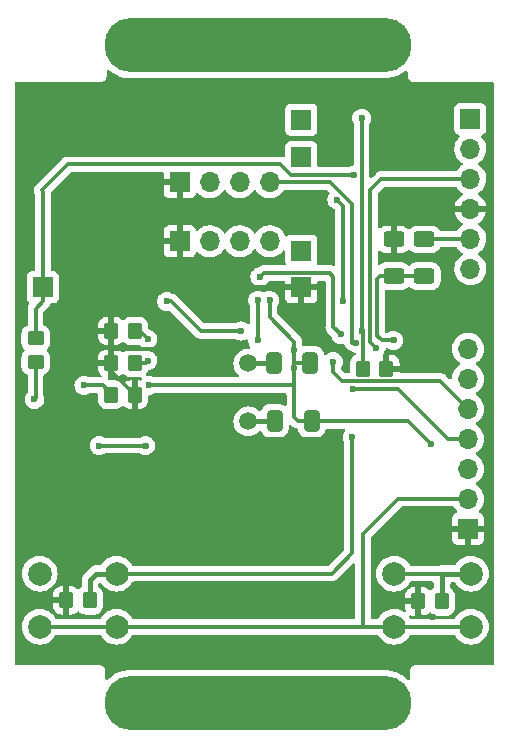
<source format=gbl>
%TF.GenerationSoftware,KiCad,Pcbnew,(6.0.6)*%
%TF.CreationDate,2022-10-28T21:49:34+08:00*%
%TF.ProjectId,KB_SmartWatch,4b425f53-6d61-4727-9457-617463682e6b,rev?*%
%TF.SameCoordinates,Original*%
%TF.FileFunction,Copper,L2,Bot*%
%TF.FilePolarity,Positive*%
%FSLAX46Y46*%
G04 Gerber Fmt 4.6, Leading zero omitted, Abs format (unit mm)*
G04 Created by KiCad (PCBNEW (6.0.6)) date 2022-10-28 21:49:34*
%MOMM*%
%LPD*%
G01*
G04 APERTURE LIST*
G04 Aperture macros list*
%AMRoundRect*
0 Rectangle with rounded corners*
0 $1 Rounding radius*
0 $2 $3 $4 $5 $6 $7 $8 $9 X,Y pos of 4 corners*
0 Add a 4 corners polygon primitive as box body*
4,1,4,$2,$3,$4,$5,$6,$7,$8,$9,$2,$3,0*
0 Add four circle primitives for the rounded corners*
1,1,$1+$1,$2,$3*
1,1,$1+$1,$4,$5*
1,1,$1+$1,$6,$7*
1,1,$1+$1,$8,$9*
0 Add four rect primitives between the rounded corners*
20,1,$1+$1,$2,$3,$4,$5,0*
20,1,$1+$1,$4,$5,$6,$7,0*
20,1,$1+$1,$6,$7,$8,$9,0*
20,1,$1+$1,$8,$9,$2,$3,0*%
G04 Aperture macros list end*
%TA.AperFunction,ComponentPad*%
%ADD10O,26.000000X4.600000*%
%TD*%
%TA.AperFunction,SMDPad,CuDef*%
%ADD11RoundRect,0.250000X-0.450000X0.350000X-0.450000X-0.350000X0.450000X-0.350000X0.450000X0.350000X0*%
%TD*%
%TA.AperFunction,ComponentPad*%
%ADD12R,1.700000X1.700000*%
%TD*%
%TA.AperFunction,SMDPad,CuDef*%
%ADD13RoundRect,0.250000X0.350000X0.450000X-0.350000X0.450000X-0.350000X-0.450000X0.350000X-0.450000X0*%
%TD*%
%TA.AperFunction,ComponentPad*%
%ADD14C,1.500000*%
%TD*%
%TA.AperFunction,ComponentPad*%
%ADD15C,2.000000*%
%TD*%
%TA.AperFunction,SMDPad,CuDef*%
%ADD16RoundRect,0.250000X-0.625000X0.400000X-0.625000X-0.400000X0.625000X-0.400000X0.625000X0.400000X0*%
%TD*%
%TA.AperFunction,ComponentPad*%
%ADD17O,1.700000X1.700000*%
%TD*%
%TA.AperFunction,SMDPad,CuDef*%
%ADD18RoundRect,0.250000X-0.350000X-0.450000X0.350000X-0.450000X0.350000X0.450000X-0.350000X0.450000X0*%
%TD*%
%TA.AperFunction,SMDPad,CuDef*%
%ADD19RoundRect,0.250000X0.625000X-0.400000X0.625000X0.400000X-0.625000X0.400000X-0.625000X-0.400000X0*%
%TD*%
%TA.AperFunction,SMDPad,CuDef*%
%ADD20RoundRect,0.250000X-0.412500X-0.650000X0.412500X-0.650000X0.412500X0.650000X-0.412500X0.650000X0*%
%TD*%
%TA.AperFunction,ViaPad*%
%ADD21C,0.600000*%
%TD*%
%TA.AperFunction,Conductor*%
%ADD22C,0.304800*%
%TD*%
%TA.AperFunction,Conductor*%
%ADD23C,0.406400*%
%TD*%
G04 APERTURE END LIST*
D10*
%TO.P,REF\u002A\u002A,1*%
%TO.N,N/C*%
X205600000Y-24700000D03*
%TD*%
%TO.P,REF\u002A\u002A,1*%
%TO.N,N/C*%
X205600000Y-80400000D03*
%TD*%
D11*
%TO.P,R12,1*%
%TO.N,chrg*%
X186800000Y-49500000D03*
%TO.P,R12,2*%
%TO.N,GND*%
X186800000Y-51500000D03*
%TD*%
D12*
%TO.P,J9,1,Pin_1*%
%TO.N,chrg*%
X187400000Y-45200000D03*
%TD*%
%TO.P,J6,1,Pin_1*%
%TO.N,unconnected-(J6-Pad1)*%
X209300000Y-42100000D03*
%TD*%
D13*
%TO.P,R15,1*%
%TO.N,sw_dw*%
X221200000Y-71800000D03*
%TO.P,R15,2*%
%TO.N,+5V*%
X219200000Y-71800000D03*
%TD*%
D14*
%TO.P,Y1,1,1*%
%TO.N,osc2*%
X204800000Y-56550000D03*
%TO.P,Y1,2,2*%
%TO.N,osc1*%
X204800000Y-51650000D03*
%TD*%
D15*
%TO.P,SW2,1,1*%
%TO.N,sw_dw*%
X217150000Y-69450000D03*
X223650000Y-69450000D03*
%TO.P,SW2,2,2*%
%TO.N,GND*%
X217150000Y-73950000D03*
X223650000Y-73950000D03*
%TD*%
D16*
%TO.P,R10,1*%
%TO.N,GND*%
X219700000Y-41150000D03*
%TO.P,R10,2*%
%TO.N,v_bat*%
X219700000Y-44250000D03*
%TD*%
D17*
%TO.P,J4,4,Pin_4*%
%TO.N,sda*%
X206620000Y-36300000D03*
%TO.P,J4,3,Pin_3*%
%TO.N,scl*%
X204080000Y-36300000D03*
%TO.P,J4,2,Pin_2*%
%TO.N,GND*%
X201540000Y-36300000D03*
D12*
%TO.P,J4,1,Pin_1*%
%TO.N,+5V*%
X199000000Y-36300000D03*
%TD*%
D13*
%TO.P,R14,1*%
%TO.N,sw_up*%
X191400000Y-71700000D03*
%TO.P,R14,2*%
%TO.N,+5V*%
X189400000Y-71700000D03*
%TD*%
%TO.P,R7,1*%
%TO.N,scl*%
X195200000Y-48900000D03*
%TO.P,R7,2*%
%TO.N,+5V*%
X193200000Y-48900000D03*
%TD*%
D12*
%TO.P,J3,1,Pin_1*%
%TO.N,+5V*%
X223400000Y-65640000D03*
D17*
%TO.P,J3,2,Pin_2*%
%TO.N,GND*%
X223400000Y-63100000D03*
%TO.P,J3,3,Pin_3*%
%TO.N,Net-(J3-Pad3)*%
X223400000Y-60560000D03*
%TO.P,J3,4,Pin_4*%
%TO.N,s1_tx*%
X223400000Y-58020000D03*
%TO.P,J3,5,Pin_5*%
%TO.N,s1_rx*%
X223400000Y-55480000D03*
%TO.P,J3,6,Pin_6*%
%TO.N,GND*%
X223400000Y-52940000D03*
%TO.P,J3,7,Pin_7*%
%TO.N,unconnected-(J3-Pad7)*%
X223400000Y-50400000D03*
%TD*%
D12*
%TO.P,J7,1,Pin_1*%
%TO.N,unconnected-(J7-Pad1)*%
X209300000Y-34200000D03*
%TD*%
%TO.P,J5,1,Pin_1*%
%TO.N,+5V*%
X209300000Y-45200000D03*
%TD*%
D15*
%TO.P,SW1,1,1*%
%TO.N,sw_up*%
X187150000Y-69450000D03*
X193650000Y-69450000D03*
%TO.P,SW1,2,2*%
%TO.N,GND*%
X187150000Y-73950000D03*
X193650000Y-73950000D03*
%TD*%
D13*
%TO.P,R8,1*%
%TO.N,sda*%
X195200000Y-51600000D03*
%TO.P,R8,2*%
%TO.N,+5V*%
X193200000Y-51600000D03*
%TD*%
D12*
%TO.P,J1,1,Pin_1*%
%TO.N,Net-(C1-Pad2)*%
X223600000Y-30950000D03*
D17*
%TO.P,J1,2,Pin_2*%
%TO.N,FTDI_RX*%
X223600000Y-33490000D03*
%TO.P,J1,3,Pin_3*%
%TO.N,FTDI_TX*%
X223600000Y-36030000D03*
%TO.P,J1,4,Pin_4*%
%TO.N,+5V*%
X223600000Y-38570000D03*
%TO.P,J1,5,Pin_5*%
%TO.N,GND*%
X223600000Y-41110000D03*
%TO.P,J1,6,Pin_6*%
X223600000Y-43650000D03*
%TD*%
D12*
%TO.P,J8,1,Pin_1*%
%TO.N,GND*%
X209300000Y-31000000D03*
%TD*%
D18*
%TO.P,R13,1*%
%TO.N,Net-(R13-Pad1)*%
X193200000Y-54300000D03*
%TO.P,R13,2*%
%TO.N,+5V*%
X195200000Y-54300000D03*
%TD*%
D17*
%TO.P,J2,4,Pin_4*%
%TO.N,GND*%
X206620000Y-41300000D03*
%TO.P,J2,3,Pin_3*%
%TO.N,s2_tx*%
X204080000Y-41300000D03*
%TO.P,J2,2,Pin_2*%
%TO.N,s2_rx*%
X201540000Y-41300000D03*
D12*
%TO.P,J2,1,Pin_1*%
%TO.N,+5V*%
X199000000Y-41300000D03*
%TD*%
D18*
%TO.P,R2,1*%
%TO.N,DTR*%
X214500000Y-52100000D03*
%TO.P,R2,2*%
%TO.N,+5V*%
X216500000Y-52100000D03*
%TD*%
D19*
%TO.P,R6,1*%
%TO.N,v_bat*%
X217100000Y-44250000D03*
%TO.P,R6,2*%
%TO.N,+5V*%
X217100000Y-41150000D03*
%TD*%
D20*
%TO.P,C2,1*%
%TO.N,osc1*%
X206937500Y-51600000D03*
%TO.P,C2,2*%
%TO.N,GND*%
X210062500Y-51600000D03*
%TD*%
%TO.P,C3,1*%
%TO.N,osc2*%
X207037500Y-56500000D03*
%TO.P,C3,2*%
%TO.N,GND*%
X210162500Y-56500000D03*
%TD*%
D21*
%TO.N,+5V*%
X203800000Y-50300000D03*
%TO.N,GND*%
X208700000Y-52000000D03*
X220300000Y-58500000D03*
X196400000Y-53500000D03*
%TO.N,s1_tx*%
X212627206Y-49192471D03*
X205800000Y-44300000D03*
%TO.N,s1_rx*%
X197900000Y-46400000D03*
X204200000Y-48900000D03*
%TO.N,GND*%
X206600000Y-46300000D03*
%TO.N,+5V*%
X220400000Y-73100000D03*
X195300000Y-57200000D03*
X218200000Y-34300000D03*
X218200000Y-32600000D03*
%TO.N,GND*%
X208700000Y-50500000D03*
%TO.N,s1_tx*%
X213700000Y-53804300D03*
%TO.N,s1_rx*%
X212000000Y-51500000D03*
%TO.N,GND*%
X192200000Y-58600000D03*
X196100000Y-58600000D03*
%TO.N,sw_up*%
X213600000Y-57900000D03*
%TO.N,GND*%
X186700000Y-54700000D03*
%TO.N,+5V*%
X192400000Y-50300000D03*
%TO.N,Net-(R13-Pad1)*%
X190900000Y-53500000D03*
%TO.N,+5V*%
X217500000Y-52100000D03*
%TO.N,sda*%
X196300000Y-51400000D03*
%TO.N,scl*%
X196300000Y-49600000D03*
%TO.N,v_bat*%
X217100000Y-49700000D03*
%TO.N,Net-(R9-Pad1)*%
X205600000Y-46300000D03*
X205600000Y-49700000D03*
%TO.N,sda*%
X213900000Y-49900000D03*
%TO.N,FTDI_TX*%
X215600000Y-50300000D03*
%TO.N,chrg*%
X213748100Y-35700000D03*
%TO.N,FTDI_RX*%
X212800000Y-46351900D03*
X212310963Y-37789037D03*
%TO.N,DTR*%
X214400000Y-48900000D03*
X214400000Y-30900000D03*
%TD*%
D22*
%TO.N,+5V*%
X203700000Y-50400000D02*
X203800000Y-50300000D01*
X193200000Y-50400000D02*
X203700000Y-50400000D01*
%TO.N,sda*%
X196100000Y-51600000D02*
X195200000Y-51600000D01*
X196300000Y-51400000D02*
X196100000Y-51600000D01*
%TO.N,GND*%
X218300000Y-56500000D02*
X220300000Y-58500000D01*
X210162500Y-56500000D02*
X218300000Y-56500000D01*
X208600000Y-53500000D02*
X208700000Y-53400000D01*
X196400000Y-53500000D02*
X208600000Y-53500000D01*
X208700000Y-56200000D02*
X208700000Y-53400000D01*
X208700000Y-53400000D02*
X208700000Y-52000000D01*
%TO.N,s1_tx*%
X212000000Y-44300000D02*
X212000000Y-48565265D01*
X211697600Y-43997600D02*
X212000000Y-44300000D01*
X206102400Y-43997600D02*
X211697600Y-43997600D01*
X205800000Y-44300000D02*
X206102400Y-43997600D01*
X212000000Y-48565265D02*
X212627206Y-49192471D01*
%TO.N,s1_rx*%
X199400000Y-47500000D02*
X198300000Y-46400000D01*
X200800000Y-48900000D02*
X199400000Y-47500000D01*
X198300000Y-46400000D02*
X197900000Y-46400000D01*
X204200000Y-48900000D02*
X200800000Y-48900000D01*
%TO.N,GND*%
X208700000Y-49800000D02*
X208700000Y-50500000D01*
X206600000Y-47700000D02*
X208700000Y-49800000D01*
X206600000Y-46300000D02*
X206600000Y-47700000D01*
%TO.N,s1_tx*%
X217500000Y-53800000D02*
X221720000Y-58020000D01*
X213704300Y-53800000D02*
X217500000Y-53800000D01*
X213700000Y-53804300D02*
X213704300Y-53800000D01*
X221720000Y-58020000D02*
X223400000Y-58020000D01*
%TO.N,s1_rx*%
X212752400Y-53152400D02*
X221072400Y-53152400D01*
X221072400Y-53152400D02*
X223400000Y-55480000D01*
X212000000Y-52400000D02*
X212752400Y-53152400D01*
X212000000Y-51500000D02*
X212000000Y-52400000D01*
%TO.N,+5V*%
X219200000Y-72800000D02*
X219200000Y-71800000D01*
X219500000Y-73100000D02*
X219200000Y-72800000D01*
X220400000Y-73100000D02*
X219500000Y-73100000D01*
D23*
%TO.N,sw_dw*%
X221200000Y-69450000D02*
X223650000Y-69450000D01*
X221200000Y-71800000D02*
X221200000Y-69450000D01*
D22*
X217150000Y-69450000D02*
X223650000Y-69450000D01*
%TO.N,GND*%
X217500000Y-63100000D02*
X214500000Y-66100000D01*
X223400000Y-63100000D02*
X217500000Y-63100000D01*
X214500000Y-66100000D02*
X214500000Y-73900000D01*
X214500000Y-73900000D02*
X214550000Y-73950000D01*
X214550000Y-73950000D02*
X217150000Y-73950000D01*
X193650000Y-73950000D02*
X214550000Y-73950000D01*
X217150000Y-73950000D02*
X223650000Y-73950000D01*
X187150000Y-73950000D02*
X193650000Y-73950000D01*
%TO.N,+5V*%
X189400000Y-59400000D02*
X192900000Y-55900000D01*
X189400000Y-71700000D02*
X189400000Y-59400000D01*
X192900000Y-55900000D02*
X195300000Y-55900000D01*
X195300000Y-55900000D02*
X195300000Y-54400000D01*
X195300000Y-57200000D02*
X195300000Y-55900000D01*
X195300000Y-54400000D02*
X195200000Y-54300000D01*
%TO.N,GND*%
X196100000Y-58600000D02*
X192200000Y-58600000D01*
%TO.N,+5V*%
X193200000Y-42700000D02*
X193200000Y-48900000D01*
X194600000Y-41300000D02*
X193200000Y-42700000D01*
X199000000Y-41300000D02*
X194600000Y-41300000D01*
X199000000Y-43700000D02*
X199000000Y-41300000D01*
X200500000Y-45200000D02*
X199000000Y-43700000D01*
X209300000Y-45200000D02*
X200500000Y-45200000D01*
X218200000Y-32600000D02*
X218200000Y-34300000D01*
X199000000Y-41300000D02*
X199000000Y-36300000D01*
X218030000Y-38570000D02*
X223600000Y-38570000D01*
X217200000Y-39400000D02*
X218030000Y-38570000D01*
X217200000Y-41050000D02*
X217200000Y-39400000D01*
X217100000Y-41150000D02*
X217200000Y-41050000D01*
%TO.N,GND*%
X219740000Y-41110000D02*
X223600000Y-41110000D01*
X219700000Y-41150000D02*
X219740000Y-41110000D01*
X210062500Y-51600000D02*
X208800000Y-51600000D01*
X208700000Y-51500000D02*
X208700000Y-52000000D01*
X208700000Y-50500000D02*
X208700000Y-51500000D01*
X208800000Y-51600000D02*
X208700000Y-51500000D01*
X210162500Y-56500000D02*
X209000000Y-56500000D01*
X209000000Y-56500000D02*
X208700000Y-56200000D01*
%TO.N,FTDI_RX*%
X212800000Y-46351900D02*
X212800000Y-38278074D01*
X212800000Y-38278074D02*
X212310963Y-37789037D01*
%TO.N,sw_up*%
X211850000Y-69450000D02*
X193650000Y-69450000D01*
X213600000Y-67700000D02*
X211850000Y-69450000D01*
X213600000Y-57900000D02*
X213600000Y-67700000D01*
%TO.N,GND*%
X186800000Y-54600000D02*
X186700000Y-54700000D01*
X186800000Y-51500000D02*
X186800000Y-54600000D01*
%TO.N,chrg*%
X187400000Y-46400000D02*
X187400000Y-45200000D01*
X186800000Y-47000000D02*
X187400000Y-46400000D01*
X186800000Y-49500000D02*
X186800000Y-47000000D01*
%TO.N,+5V*%
X193100000Y-50300000D02*
X193200000Y-50400000D01*
X192400000Y-50300000D02*
X193100000Y-50300000D01*
X193200000Y-50400000D02*
X193200000Y-51600000D01*
X193200000Y-48900000D02*
X193200000Y-50400000D01*
X193200000Y-52300000D02*
X193200000Y-51600000D01*
X195200000Y-54300000D02*
X193200000Y-52300000D01*
%TO.N,Net-(R13-Pad1)*%
X192500000Y-53500000D02*
X190900000Y-53500000D01*
X193200000Y-54200000D02*
X192500000Y-53500000D01*
X193200000Y-54300000D02*
X193200000Y-54200000D01*
%TO.N,+5V*%
X216500000Y-52100000D02*
X217500000Y-52100000D01*
%TO.N,DTR*%
X214552400Y-52047600D02*
X214500000Y-52100000D01*
X214552400Y-49052400D02*
X214552400Y-52047600D01*
X214400000Y-48900000D02*
X214552400Y-49052400D01*
%TO.N,FTDI_TX*%
X215600000Y-50300000D02*
X215100000Y-49800000D01*
X215100000Y-37000000D02*
X216070000Y-36030000D01*
X216070000Y-36030000D02*
X223600000Y-36030000D01*
X215100000Y-49800000D02*
X215100000Y-37000000D01*
%TO.N,scl*%
X195600000Y-48900000D02*
X196300000Y-49600000D01*
X195200000Y-48900000D02*
X195600000Y-48900000D01*
%TO.N,v_bat*%
X215700000Y-44600000D02*
X215700000Y-49300000D01*
X215700000Y-49300000D02*
X216000000Y-49600000D01*
X215700000Y-44500000D02*
X215700000Y-44600000D01*
X215950000Y-44250000D02*
X215700000Y-44500000D01*
X216100000Y-49700000D02*
X217100000Y-49700000D01*
X216000000Y-49600000D02*
X216100000Y-49700000D01*
X217100000Y-44250000D02*
X215950000Y-44250000D01*
X217100000Y-44250000D02*
X219700000Y-44250000D01*
%TO.N,Net-(R9-Pad1)*%
X205600000Y-46300000D02*
X205600000Y-49700000D01*
%TO.N,sda*%
X213600000Y-49900000D02*
X213900000Y-49900000D01*
X213600000Y-38155441D02*
X213600000Y-49900000D01*
%TO.N,chrg*%
X187400000Y-37100000D02*
X187400000Y-45200000D01*
X187300000Y-37000000D02*
X187400000Y-37100000D01*
X189500000Y-34800000D02*
X187300000Y-37000000D01*
X207500000Y-34800000D02*
X189500000Y-34800000D01*
X213748100Y-35700000D02*
X208400000Y-35700000D01*
X208400000Y-35700000D02*
X207500000Y-34800000D01*
%TO.N,sda*%
X211744559Y-36300000D02*
X213600000Y-38155441D01*
X206620000Y-36300000D02*
X211744559Y-36300000D01*
%TO.N,DTR*%
X214400000Y-30900000D02*
X214400000Y-48900000D01*
D23*
%TO.N,sw_up*%
X191950000Y-69450000D02*
X193650000Y-69450000D01*
X191400000Y-70000000D02*
X191950000Y-69450000D01*
X191400000Y-71700000D02*
X191400000Y-70000000D01*
%TO.N,osc1*%
X204850000Y-51600000D02*
X204800000Y-51650000D01*
X206937500Y-51600000D02*
X204850000Y-51600000D01*
%TO.N,osc2*%
X207037500Y-56500000D02*
X204850000Y-56500000D01*
X204850000Y-56500000D02*
X204800000Y-56550000D01*
%TD*%
%TA.AperFunction,Conductor*%
%TO.N,+5V*%
G36*
X193019866Y-26786738D02*
G01*
X193118020Y-26877154D01*
X193235411Y-26962287D01*
X193353514Y-27047936D01*
X193384200Y-27070190D01*
X193671084Y-27230853D01*
X193818697Y-27292147D01*
X193971352Y-27355535D01*
X193971355Y-27355536D01*
X193974753Y-27356947D01*
X193978301Y-27357954D01*
X193978303Y-27357955D01*
X194287505Y-27445742D01*
X194287510Y-27445743D01*
X194291060Y-27446751D01*
X194615684Y-27499038D01*
X194619104Y-27499211D01*
X194619111Y-27499212D01*
X194800876Y-27508420D01*
X194800893Y-27508420D01*
X194802464Y-27508500D01*
X216384411Y-27508500D01*
X216628246Y-27494227D01*
X216631872Y-27493584D01*
X216631875Y-27493584D01*
X216948388Y-27437490D01*
X216948392Y-27437489D01*
X216952009Y-27436848D01*
X217217489Y-27356947D01*
X217263338Y-27343148D01*
X217263341Y-27343147D01*
X217266866Y-27342086D01*
X217270246Y-27340620D01*
X217270251Y-27340618D01*
X217565124Y-27212710D01*
X217565127Y-27212709D01*
X217568517Y-27211238D01*
X217852842Y-27046089D01*
X218089936Y-26868397D01*
X218156441Y-26843549D01*
X218225824Y-26858602D01*
X218276054Y-26908776D01*
X218291500Y-26969223D01*
X218291500Y-27291377D01*
X218291498Y-27292147D01*
X218291024Y-27369721D01*
X218293491Y-27378352D01*
X218299150Y-27398153D01*
X218302728Y-27414915D01*
X218306920Y-27444187D01*
X218310634Y-27452355D01*
X218310634Y-27452356D01*
X218317548Y-27467562D01*
X218323996Y-27485086D01*
X218331051Y-27509771D01*
X218335843Y-27517365D01*
X218335844Y-27517368D01*
X218346830Y-27534780D01*
X218354969Y-27549863D01*
X218367208Y-27576782D01*
X218373069Y-27583584D01*
X218383970Y-27596235D01*
X218395073Y-27611239D01*
X218408776Y-27632958D01*
X218415501Y-27638897D01*
X218415504Y-27638901D01*
X218430938Y-27652532D01*
X218442982Y-27664724D01*
X218456427Y-27680327D01*
X218456430Y-27680329D01*
X218462287Y-27687127D01*
X218469816Y-27692007D01*
X218469817Y-27692008D01*
X218483835Y-27701094D01*
X218498709Y-27712385D01*
X218511217Y-27723431D01*
X218517951Y-27729378D01*
X218544711Y-27741942D01*
X218559691Y-27750263D01*
X218576983Y-27761471D01*
X218576988Y-27761473D01*
X218584515Y-27766352D01*
X218593108Y-27768922D01*
X218593113Y-27768924D01*
X218609120Y-27773711D01*
X218626564Y-27780372D01*
X218641676Y-27787467D01*
X218641678Y-27787468D01*
X218649800Y-27791281D01*
X218658667Y-27792662D01*
X218658668Y-27792662D01*
X218661353Y-27793080D01*
X218679017Y-27795830D01*
X218695732Y-27799613D01*
X218715466Y-27805515D01*
X218715472Y-27805516D01*
X218724066Y-27808086D01*
X218733037Y-27808141D01*
X218733038Y-27808141D01*
X218743097Y-27808202D01*
X218758506Y-27808296D01*
X218759289Y-27808329D01*
X218760386Y-27808500D01*
X218791377Y-27808500D01*
X218792147Y-27808502D01*
X218865785Y-27808952D01*
X218865786Y-27808952D01*
X218869721Y-27808976D01*
X218871065Y-27808592D01*
X218872410Y-27808500D01*
X225465500Y-27808500D01*
X225533621Y-27828502D01*
X225580114Y-27882158D01*
X225591500Y-27934500D01*
X225591500Y-77065500D01*
X225571498Y-77133621D01*
X225517842Y-77180114D01*
X225465500Y-77191500D01*
X219008623Y-77191500D01*
X219007853Y-77191498D01*
X219007037Y-77191493D01*
X218930279Y-77191024D01*
X218907918Y-77197415D01*
X218901847Y-77199150D01*
X218885085Y-77202728D01*
X218855813Y-77206920D01*
X218847645Y-77210634D01*
X218847644Y-77210634D01*
X218832438Y-77217548D01*
X218814914Y-77223996D01*
X218790229Y-77231051D01*
X218782635Y-77235843D01*
X218782632Y-77235844D01*
X218765220Y-77246830D01*
X218750137Y-77254969D01*
X218723218Y-77267208D01*
X218716416Y-77273069D01*
X218703765Y-77283970D01*
X218688761Y-77295073D01*
X218667042Y-77308776D01*
X218661103Y-77315501D01*
X218661099Y-77315504D01*
X218647468Y-77330938D01*
X218635276Y-77342982D01*
X218619673Y-77356427D01*
X218619671Y-77356430D01*
X218612873Y-77362287D01*
X218607993Y-77369816D01*
X218607992Y-77369817D01*
X218598906Y-77383835D01*
X218587615Y-77398709D01*
X218576569Y-77411217D01*
X218570622Y-77417951D01*
X218564312Y-77431391D01*
X218558058Y-77444711D01*
X218549737Y-77459691D01*
X218538529Y-77476983D01*
X218538527Y-77476988D01*
X218533648Y-77484515D01*
X218531078Y-77493108D01*
X218531076Y-77493113D01*
X218526289Y-77509120D01*
X218519628Y-77526564D01*
X218512533Y-77541676D01*
X218508719Y-77549800D01*
X218507338Y-77558667D01*
X218507338Y-77558668D01*
X218504170Y-77579015D01*
X218500387Y-77595732D01*
X218494485Y-77615466D01*
X218494484Y-77615472D01*
X218491914Y-77624066D01*
X218491740Y-77652663D01*
X218491704Y-77658497D01*
X218491671Y-77659289D01*
X218491500Y-77660386D01*
X218491500Y-77691377D01*
X218491498Y-77692147D01*
X218491024Y-77769721D01*
X218491408Y-77771065D01*
X218491500Y-77772410D01*
X218491500Y-78312703D01*
X218471498Y-78380824D01*
X218417842Y-78427317D01*
X218347568Y-78437421D01*
X218280133Y-78405377D01*
X218115416Y-78253646D01*
X218081980Y-78222846D01*
X217849033Y-78053911D01*
X217818783Y-78031973D01*
X217818780Y-78031971D01*
X217815800Y-78029810D01*
X217768510Y-78003326D01*
X217563941Y-77888762D01*
X217528916Y-77869147D01*
X217313411Y-77779662D01*
X217228648Y-77744465D01*
X217228645Y-77744464D01*
X217225247Y-77743053D01*
X217217657Y-77740898D01*
X216912495Y-77654258D01*
X216912490Y-77654257D01*
X216908940Y-77653249D01*
X216584316Y-77600962D01*
X216580896Y-77600789D01*
X216580889Y-77600788D01*
X216399124Y-77591580D01*
X216399107Y-77591580D01*
X216397536Y-77591500D01*
X194815589Y-77591500D01*
X194571754Y-77605773D01*
X194568128Y-77606416D01*
X194568125Y-77606416D01*
X194251612Y-77662510D01*
X194251608Y-77662511D01*
X194247991Y-77663152D01*
X194099467Y-77707853D01*
X193936662Y-77756852D01*
X193936659Y-77756853D01*
X193933134Y-77757914D01*
X193929754Y-77759380D01*
X193929749Y-77759382D01*
X193634876Y-77887290D01*
X193631483Y-77888762D01*
X193347158Y-78053911D01*
X193344219Y-78056114D01*
X193344214Y-78056117D01*
X193193663Y-78168949D01*
X193084043Y-78251105D01*
X193081370Y-78253646D01*
X192921313Y-78405801D01*
X192858159Y-78438239D01*
X192787495Y-78431384D01*
X192731754Y-78387413D01*
X192708500Y-78314480D01*
X192708500Y-77708623D01*
X192708502Y-77707853D01*
X192708800Y-77659102D01*
X192708976Y-77630279D01*
X192700850Y-77601847D01*
X192697272Y-77585085D01*
X192694352Y-77564698D01*
X192693080Y-77555813D01*
X192682451Y-77532436D01*
X192676004Y-77514913D01*
X192671416Y-77498862D01*
X192668949Y-77490229D01*
X192664156Y-77482632D01*
X192653170Y-77465220D01*
X192645030Y-77450135D01*
X192642564Y-77444711D01*
X192632792Y-77423218D01*
X192616030Y-77403765D01*
X192604927Y-77388761D01*
X192591224Y-77367042D01*
X192584499Y-77361103D01*
X192584496Y-77361099D01*
X192569062Y-77347468D01*
X192557018Y-77335276D01*
X192543573Y-77319673D01*
X192543570Y-77319671D01*
X192537713Y-77312873D01*
X192524009Y-77303990D01*
X192516165Y-77298906D01*
X192501291Y-77287615D01*
X192488783Y-77276569D01*
X192488782Y-77276568D01*
X192482049Y-77270622D01*
X192455287Y-77258057D01*
X192440309Y-77249737D01*
X192423017Y-77238529D01*
X192423012Y-77238527D01*
X192415485Y-77233648D01*
X192406892Y-77231078D01*
X192406887Y-77231076D01*
X192390880Y-77226289D01*
X192373436Y-77219628D01*
X192358324Y-77212533D01*
X192358322Y-77212532D01*
X192350200Y-77208719D01*
X192341333Y-77207338D01*
X192341332Y-77207338D01*
X192330478Y-77205648D01*
X192320983Y-77204170D01*
X192304268Y-77200387D01*
X192284534Y-77194485D01*
X192284528Y-77194484D01*
X192275934Y-77191914D01*
X192266963Y-77191859D01*
X192266962Y-77191859D01*
X192256903Y-77191798D01*
X192241494Y-77191704D01*
X192240711Y-77191671D01*
X192239614Y-77191500D01*
X192208623Y-77191500D01*
X192207853Y-77191498D01*
X192134215Y-77191048D01*
X192134214Y-77191048D01*
X192130279Y-77191024D01*
X192128935Y-77191408D01*
X192127590Y-77191500D01*
X185134500Y-77191500D01*
X185066379Y-77171498D01*
X185019886Y-77117842D01*
X185008500Y-77065500D01*
X185008500Y-72197095D01*
X188292001Y-72197095D01*
X188292338Y-72203614D01*
X188302257Y-72299206D01*
X188305149Y-72312600D01*
X188356588Y-72466784D01*
X188362761Y-72479962D01*
X188448063Y-72617807D01*
X188457099Y-72629208D01*
X188571829Y-72743739D01*
X188583240Y-72752751D01*
X188721243Y-72837816D01*
X188734424Y-72843963D01*
X188888710Y-72895138D01*
X188902086Y-72898005D01*
X188996438Y-72907672D01*
X189002854Y-72908000D01*
X189127885Y-72908000D01*
X189143124Y-72903525D01*
X189144329Y-72902135D01*
X189146000Y-72894452D01*
X189146000Y-71972115D01*
X189141525Y-71956876D01*
X189140135Y-71955671D01*
X189132452Y-71954000D01*
X188310116Y-71954000D01*
X188294877Y-71958475D01*
X188293672Y-71959865D01*
X188292001Y-71967548D01*
X188292001Y-72197095D01*
X185008500Y-72197095D01*
X185008500Y-71427885D01*
X188292000Y-71427885D01*
X188296475Y-71443124D01*
X188297865Y-71444329D01*
X188305548Y-71446000D01*
X189127885Y-71446000D01*
X189143124Y-71441525D01*
X189144329Y-71440135D01*
X189146000Y-71432452D01*
X189146000Y-70510116D01*
X189141525Y-70494877D01*
X189140135Y-70493672D01*
X189132452Y-70492001D01*
X189002905Y-70492001D01*
X188996386Y-70492338D01*
X188900794Y-70502257D01*
X188887400Y-70505149D01*
X188733216Y-70556588D01*
X188720038Y-70562761D01*
X188582193Y-70648063D01*
X188570792Y-70657099D01*
X188456261Y-70771829D01*
X188447249Y-70783240D01*
X188362184Y-70921243D01*
X188356037Y-70934424D01*
X188304862Y-71088710D01*
X188301995Y-71102086D01*
X188292328Y-71196438D01*
X188292000Y-71202855D01*
X188292000Y-71427885D01*
X185008500Y-71427885D01*
X185008500Y-69450000D01*
X185636835Y-69450000D01*
X185655465Y-69686711D01*
X185656619Y-69691518D01*
X185656620Y-69691524D01*
X185687875Y-69821708D01*
X185710895Y-69917594D01*
X185712788Y-69922165D01*
X185712789Y-69922167D01*
X185792057Y-70113537D01*
X185801760Y-70136963D01*
X185804346Y-70141183D01*
X185923241Y-70335202D01*
X185923245Y-70335208D01*
X185925824Y-70339416D01*
X186056143Y-70492000D01*
X186067374Y-70505149D01*
X186080031Y-70519969D01*
X186260584Y-70674176D01*
X186264792Y-70676755D01*
X186264798Y-70676759D01*
X186417735Y-70770479D01*
X186463037Y-70798240D01*
X186467607Y-70800133D01*
X186467611Y-70800135D01*
X186677833Y-70887211D01*
X186682406Y-70889105D01*
X186762609Y-70908360D01*
X186908476Y-70943380D01*
X186908482Y-70943381D01*
X186913289Y-70944535D01*
X187150000Y-70963165D01*
X187386711Y-70944535D01*
X187391518Y-70943381D01*
X187391524Y-70943380D01*
X187537391Y-70908360D01*
X187617594Y-70889105D01*
X187622167Y-70887211D01*
X187832389Y-70800135D01*
X187832393Y-70800133D01*
X187836963Y-70798240D01*
X187882265Y-70770479D01*
X188035202Y-70676759D01*
X188035208Y-70676755D01*
X188039416Y-70674176D01*
X188219969Y-70519969D01*
X188232627Y-70505149D01*
X188243857Y-70492000D01*
X188374176Y-70339416D01*
X188376755Y-70335208D01*
X188376759Y-70335202D01*
X188495654Y-70141183D01*
X188498240Y-70136963D01*
X188507944Y-70113537D01*
X188587211Y-69922167D01*
X188587212Y-69922165D01*
X188589105Y-69917594D01*
X188612125Y-69821708D01*
X188643380Y-69691524D01*
X188643381Y-69691518D01*
X188644535Y-69686711D01*
X188663165Y-69450000D01*
X188644535Y-69213289D01*
X188589105Y-68982406D01*
X188587211Y-68977833D01*
X188500135Y-68767611D01*
X188500133Y-68767607D01*
X188498240Y-68763037D01*
X188482789Y-68737824D01*
X188376759Y-68564798D01*
X188376755Y-68564792D01*
X188374176Y-68560584D01*
X188219969Y-68380031D01*
X188039416Y-68225824D01*
X188035208Y-68223245D01*
X188035202Y-68223241D01*
X187841183Y-68104346D01*
X187836963Y-68101760D01*
X187832393Y-68099867D01*
X187832389Y-68099865D01*
X187622167Y-68012789D01*
X187622165Y-68012788D01*
X187617594Y-68010895D01*
X187537391Y-67991640D01*
X187391524Y-67956620D01*
X187391518Y-67956619D01*
X187386711Y-67955465D01*
X187150000Y-67936835D01*
X186913289Y-67955465D01*
X186908482Y-67956619D01*
X186908476Y-67956620D01*
X186762609Y-67991640D01*
X186682406Y-68010895D01*
X186677835Y-68012788D01*
X186677833Y-68012789D01*
X186467611Y-68099865D01*
X186467607Y-68099867D01*
X186463037Y-68101760D01*
X186458817Y-68104346D01*
X186264798Y-68223241D01*
X186264792Y-68223245D01*
X186260584Y-68225824D01*
X186080031Y-68380031D01*
X185925824Y-68560584D01*
X185923245Y-68564792D01*
X185923241Y-68564798D01*
X185817211Y-68737824D01*
X185801760Y-68763037D01*
X185799867Y-68767607D01*
X185799865Y-68767611D01*
X185712789Y-68977833D01*
X185710895Y-68982406D01*
X185655465Y-69213289D01*
X185636835Y-69450000D01*
X185008500Y-69450000D01*
X185008500Y-58588640D01*
X191386463Y-58588640D01*
X191404163Y-58769160D01*
X191461418Y-58941273D01*
X191465065Y-58947295D01*
X191465066Y-58947297D01*
X191531825Y-59057529D01*
X191555380Y-59096424D01*
X191560269Y-59101487D01*
X191560270Y-59101488D01*
X191635583Y-59179476D01*
X191681382Y-59226902D01*
X191757270Y-59276562D01*
X191798218Y-59303357D01*
X191833159Y-59326222D01*
X191839763Y-59328678D01*
X191839765Y-59328679D01*
X191996558Y-59386990D01*
X191996560Y-59386990D01*
X192003168Y-59389448D01*
X192082452Y-59400027D01*
X192175980Y-59412507D01*
X192175984Y-59412507D01*
X192182961Y-59413438D01*
X192189972Y-59412800D01*
X192189976Y-59412800D01*
X192332459Y-59399832D01*
X192363600Y-59396998D01*
X192370302Y-59394820D01*
X192370304Y-59394820D01*
X192529409Y-59343124D01*
X192529412Y-59343123D01*
X192536108Y-59340947D01*
X192640577Y-59278671D01*
X192705094Y-59260900D01*
X195595774Y-59260900D01*
X195664766Y-59281467D01*
X195733159Y-59326222D01*
X195739763Y-59328678D01*
X195739765Y-59328679D01*
X195896558Y-59386990D01*
X195896560Y-59386990D01*
X195903168Y-59389448D01*
X195982452Y-59400027D01*
X196075980Y-59412507D01*
X196075984Y-59412507D01*
X196082961Y-59413438D01*
X196089972Y-59412800D01*
X196089976Y-59412800D01*
X196232459Y-59399832D01*
X196263600Y-59396998D01*
X196270302Y-59394820D01*
X196270304Y-59394820D01*
X196429409Y-59343124D01*
X196429412Y-59343123D01*
X196436108Y-59340947D01*
X196591912Y-59248069D01*
X196723266Y-59122982D01*
X196823643Y-58971902D01*
X196865423Y-58861917D01*
X196885555Y-58808920D01*
X196885556Y-58808918D01*
X196888055Y-58802338D01*
X196889035Y-58795366D01*
X196912748Y-58626639D01*
X196912748Y-58626636D01*
X196913299Y-58622717D01*
X196913616Y-58600000D01*
X196893397Y-58419745D01*
X196891080Y-58413091D01*
X196836064Y-58255106D01*
X196836062Y-58255103D01*
X196833745Y-58248448D01*
X196737626Y-58094624D01*
X196663521Y-58020000D01*
X196614778Y-57970915D01*
X196614774Y-57970912D01*
X196609815Y-57965918D01*
X196598697Y-57958862D01*
X196519338Y-57908500D01*
X196456666Y-57868727D01*
X196371147Y-57838275D01*
X196292425Y-57810243D01*
X196292420Y-57810242D01*
X196285790Y-57807881D01*
X196278802Y-57807048D01*
X196278799Y-57807047D01*
X196155477Y-57792342D01*
X196105680Y-57786404D01*
X196098677Y-57787140D01*
X196098676Y-57787140D01*
X195932288Y-57804628D01*
X195932286Y-57804629D01*
X195925288Y-57805364D01*
X195835094Y-57836068D01*
X195760249Y-57861547D01*
X195760246Y-57861548D01*
X195753579Y-57863818D01*
X195747576Y-57867511D01*
X195747572Y-57867513D01*
X195661578Y-57920417D01*
X195595556Y-57939100D01*
X192704162Y-57939100D01*
X192636648Y-57919485D01*
X192605944Y-57900000D01*
X192556666Y-57868727D01*
X192471147Y-57838275D01*
X192392425Y-57810243D01*
X192392420Y-57810242D01*
X192385790Y-57807881D01*
X192378802Y-57807048D01*
X192378799Y-57807047D01*
X192255477Y-57792342D01*
X192205680Y-57786404D01*
X192198677Y-57787140D01*
X192198676Y-57787140D01*
X192032288Y-57804628D01*
X192032286Y-57804629D01*
X192025288Y-57805364D01*
X191853579Y-57863818D01*
X191847575Y-57867512D01*
X191705095Y-57955166D01*
X191705092Y-57955168D01*
X191699088Y-57958862D01*
X191694053Y-57963793D01*
X191694050Y-57963795D01*
X191579630Y-58075844D01*
X191569493Y-58085771D01*
X191471235Y-58238238D01*
X191468826Y-58244858D01*
X191468824Y-58244861D01*
X191424610Y-58366338D01*
X191409197Y-58408685D01*
X191386463Y-58588640D01*
X185008500Y-58588640D01*
X185008500Y-51900400D01*
X185591500Y-51900400D01*
X185591837Y-51903646D01*
X185591837Y-51903650D01*
X185598342Y-51966338D01*
X185602474Y-52006166D01*
X185604655Y-52012702D01*
X185604655Y-52012704D01*
X185636541Y-52108277D01*
X185658450Y-52173946D01*
X185751522Y-52324348D01*
X185876697Y-52449305D01*
X185882927Y-52453145D01*
X185882928Y-52453146D01*
X186020090Y-52537694D01*
X186027262Y-52542115D01*
X186052770Y-52550576D01*
X186111128Y-52591007D01*
X186138364Y-52656571D01*
X186139100Y-52670168D01*
X186139100Y-54064641D01*
X186119098Y-54132762D01*
X186101258Y-54154664D01*
X186076743Y-54178671D01*
X186069493Y-54185771D01*
X185971235Y-54338238D01*
X185968826Y-54344858D01*
X185968824Y-54344861D01*
X185935994Y-54435060D01*
X185909197Y-54508685D01*
X185886463Y-54688640D01*
X185904163Y-54869160D01*
X185961418Y-55041273D01*
X185965065Y-55047295D01*
X185965066Y-55047297D01*
X186036054Y-55164512D01*
X186055380Y-55196424D01*
X186060269Y-55201487D01*
X186060270Y-55201488D01*
X186137121Y-55281068D01*
X186181382Y-55326902D01*
X186333159Y-55426222D01*
X186339763Y-55428678D01*
X186339765Y-55428679D01*
X186496558Y-55486990D01*
X186496560Y-55486990D01*
X186503168Y-55489448D01*
X186586995Y-55500633D01*
X186675980Y-55512507D01*
X186675984Y-55512507D01*
X186682961Y-55513438D01*
X186689972Y-55512800D01*
X186689976Y-55512800D01*
X186852535Y-55498005D01*
X186863600Y-55496998D01*
X186870302Y-55494820D01*
X186870304Y-55494820D01*
X187029409Y-55443124D01*
X187029412Y-55443123D01*
X187036108Y-55440947D01*
X187163166Y-55365205D01*
X187185860Y-55351677D01*
X187185862Y-55351676D01*
X187191912Y-55348069D01*
X187323266Y-55222982D01*
X187423643Y-55071902D01*
X187465423Y-54961917D01*
X187485555Y-54908920D01*
X187485556Y-54908918D01*
X187488055Y-54902338D01*
X187489035Y-54895366D01*
X187512748Y-54726639D01*
X187512748Y-54726636D01*
X187513299Y-54722717D01*
X187513616Y-54700000D01*
X187493397Y-54519745D01*
X187479871Y-54480902D01*
X187467909Y-54446553D01*
X187460900Y-54405116D01*
X187460900Y-53488640D01*
X190086463Y-53488640D01*
X190104163Y-53669160D01*
X190161418Y-53841273D01*
X190165065Y-53847295D01*
X190165066Y-53847297D01*
X190246144Y-53981173D01*
X190255380Y-53996424D01*
X190381382Y-54126902D01*
X190533159Y-54226222D01*
X190539763Y-54228678D01*
X190539765Y-54228679D01*
X190696558Y-54286990D01*
X190696560Y-54286990D01*
X190703168Y-54289448D01*
X190786995Y-54300633D01*
X190875980Y-54312507D01*
X190875984Y-54312507D01*
X190882961Y-54313438D01*
X190889972Y-54312800D01*
X190889976Y-54312800D01*
X191032459Y-54299832D01*
X191063600Y-54296998D01*
X191070302Y-54294820D01*
X191070304Y-54294820D01*
X191229409Y-54243124D01*
X191229412Y-54243123D01*
X191236108Y-54240947D01*
X191340577Y-54178671D01*
X191405094Y-54160900D01*
X191965500Y-54160900D01*
X192033621Y-54180902D01*
X192080114Y-54234558D01*
X192091500Y-54286900D01*
X192091500Y-54800400D01*
X192091837Y-54803646D01*
X192091837Y-54803650D01*
X192101618Y-54897914D01*
X192102474Y-54906166D01*
X192158450Y-55073946D01*
X192251522Y-55224348D01*
X192376697Y-55349305D01*
X192382927Y-55353145D01*
X192382928Y-55353146D01*
X192520288Y-55437816D01*
X192527262Y-55442115D01*
X192607005Y-55468564D01*
X192688611Y-55495632D01*
X192688613Y-55495632D01*
X192695139Y-55497797D01*
X192701975Y-55498497D01*
X192701978Y-55498498D01*
X192745031Y-55502909D01*
X192799600Y-55508500D01*
X193600400Y-55508500D01*
X193603646Y-55508163D01*
X193603650Y-55508163D01*
X193699308Y-55498238D01*
X193699312Y-55498237D01*
X193706166Y-55497526D01*
X193712702Y-55495345D01*
X193712704Y-55495345D01*
X193858525Y-55446695D01*
X193873946Y-55441550D01*
X194024348Y-55348478D01*
X194042035Y-55330760D01*
X194111138Y-55261537D01*
X194173421Y-55227458D01*
X194244241Y-55232461D01*
X194289329Y-55261382D01*
X194371829Y-55343739D01*
X194383240Y-55352751D01*
X194521243Y-55437816D01*
X194534424Y-55443963D01*
X194688710Y-55495138D01*
X194702086Y-55498005D01*
X194796438Y-55507672D01*
X194802854Y-55508000D01*
X194927885Y-55508000D01*
X194943124Y-55503525D01*
X194944329Y-55502135D01*
X194946000Y-55494452D01*
X194946000Y-53110116D01*
X194941525Y-53094877D01*
X194940135Y-53093672D01*
X194932452Y-53092001D01*
X194802905Y-53092001D01*
X194796386Y-53092338D01*
X194700794Y-53102257D01*
X194687400Y-53105149D01*
X194533216Y-53156588D01*
X194520038Y-53162761D01*
X194382193Y-53248063D01*
X194370792Y-53257099D01*
X194289570Y-53338462D01*
X194227287Y-53372541D01*
X194156467Y-53367538D01*
X194111380Y-53338617D01*
X194028488Y-53255870D01*
X194028483Y-53255866D01*
X194023303Y-53250695D01*
X193964719Y-53214583D01*
X193878968Y-53161725D01*
X193878966Y-53161724D01*
X193872738Y-53157885D01*
X193769411Y-53123613D01*
X193711389Y-53104368D01*
X193711387Y-53104368D01*
X193704861Y-53102203D01*
X193698025Y-53101503D01*
X193698022Y-53101502D01*
X193654969Y-53097091D01*
X193600400Y-53091500D01*
X193078343Y-53091500D01*
X193010222Y-53071498D01*
X192989248Y-53054595D01*
X192986614Y-53051961D01*
X192980760Y-53045695D01*
X192950470Y-53010972D01*
X192950467Y-53010969D01*
X192945476Y-53005248D01*
X192939264Y-53000882D01*
X192937238Y-52999058D01*
X192900000Y-52938611D01*
X192901353Y-52867628D01*
X192926326Y-52822912D01*
X192944329Y-52802136D01*
X192946000Y-52794452D01*
X192946000Y-51872115D01*
X192941525Y-51856876D01*
X192940135Y-51855671D01*
X192932452Y-51854000D01*
X192110116Y-51854000D01*
X192094877Y-51858475D01*
X192093672Y-51859865D01*
X192092001Y-51867548D01*
X192092001Y-52097095D01*
X192092338Y-52103614D01*
X192102257Y-52199206D01*
X192105149Y-52212600D01*
X192156588Y-52366784D01*
X192162761Y-52379962D01*
X192248063Y-52517807D01*
X192257099Y-52529208D01*
X192351983Y-52623927D01*
X192386062Y-52686210D01*
X192381059Y-52757030D01*
X192338562Y-52813902D01*
X192272063Y-52838771D01*
X192262965Y-52839100D01*
X191404162Y-52839100D01*
X191336648Y-52819485D01*
X191314017Y-52805123D01*
X191256666Y-52768727D01*
X191223817Y-52757030D01*
X191092425Y-52710243D01*
X191092420Y-52710242D01*
X191085790Y-52707881D01*
X191078802Y-52707048D01*
X191078799Y-52707047D01*
X190933371Y-52689706D01*
X190905680Y-52686404D01*
X190898677Y-52687140D01*
X190898676Y-52687140D01*
X190732288Y-52704628D01*
X190732286Y-52704629D01*
X190725288Y-52705364D01*
X190553579Y-52763818D01*
X190503136Y-52794851D01*
X190405095Y-52855166D01*
X190405092Y-52855168D01*
X190399088Y-52858862D01*
X190394053Y-52863793D01*
X190394050Y-52863795D01*
X190274525Y-52980843D01*
X190269493Y-52985771D01*
X190171235Y-53138238D01*
X190168826Y-53144858D01*
X190168824Y-53144861D01*
X190140406Y-53222939D01*
X190109197Y-53308685D01*
X190086463Y-53488640D01*
X187460900Y-53488640D01*
X187460900Y-52670056D01*
X187480902Y-52601935D01*
X187534558Y-52555442D01*
X187547023Y-52550533D01*
X187566993Y-52543870D01*
X187566995Y-52543869D01*
X187573946Y-52541550D01*
X187724348Y-52448478D01*
X187849305Y-52323303D01*
X187902294Y-52237339D01*
X187938275Y-52178968D01*
X187938276Y-52178966D01*
X187942115Y-52172738D01*
X187997797Y-52004861D01*
X188008500Y-51900400D01*
X188008500Y-51327885D01*
X192092000Y-51327885D01*
X192096475Y-51343124D01*
X192097865Y-51344329D01*
X192105548Y-51346000D01*
X192927885Y-51346000D01*
X192943124Y-51341525D01*
X192944329Y-51340135D01*
X192946000Y-51332452D01*
X192946000Y-50410116D01*
X192941525Y-50394877D01*
X192940135Y-50393672D01*
X192932452Y-50392001D01*
X192802905Y-50392001D01*
X192796386Y-50392338D01*
X192700794Y-50402257D01*
X192687400Y-50405149D01*
X192533216Y-50456588D01*
X192520038Y-50462761D01*
X192382193Y-50548063D01*
X192370792Y-50557099D01*
X192256261Y-50671829D01*
X192247249Y-50683240D01*
X192162184Y-50821243D01*
X192156037Y-50834424D01*
X192104862Y-50988710D01*
X192101995Y-51002086D01*
X192092328Y-51096438D01*
X192092000Y-51102855D01*
X192092000Y-51327885D01*
X188008500Y-51327885D01*
X188008500Y-51099600D01*
X188004923Y-51065121D01*
X187998238Y-51000692D01*
X187998237Y-51000688D01*
X187997526Y-50993834D01*
X187941550Y-50826054D01*
X187848478Y-50675652D01*
X187761891Y-50589216D01*
X187727812Y-50526934D01*
X187732815Y-50456114D01*
X187761736Y-50411025D01*
X187844134Y-50328483D01*
X187849305Y-50323303D01*
X187858316Y-50308685D01*
X187938275Y-50178968D01*
X187938276Y-50178966D01*
X187942115Y-50172738D01*
X187978707Y-50062415D01*
X187995632Y-50011389D01*
X187995632Y-50011387D01*
X187997797Y-50004861D01*
X187998732Y-49995741D01*
X188004019Y-49944130D01*
X188008500Y-49900400D01*
X188008500Y-49397095D01*
X192092001Y-49397095D01*
X192092338Y-49403614D01*
X192102257Y-49499206D01*
X192105149Y-49512600D01*
X192156588Y-49666784D01*
X192162761Y-49679962D01*
X192248063Y-49817807D01*
X192257099Y-49829208D01*
X192371829Y-49943739D01*
X192383240Y-49952751D01*
X192521243Y-50037816D01*
X192534424Y-50043963D01*
X192688710Y-50095138D01*
X192702086Y-50098005D01*
X192796438Y-50107672D01*
X192802854Y-50108000D01*
X192927885Y-50108000D01*
X192943124Y-50103525D01*
X192944329Y-50102135D01*
X192946000Y-50094452D01*
X192946000Y-49172115D01*
X192941525Y-49156876D01*
X192940135Y-49155671D01*
X192932452Y-49154000D01*
X192110116Y-49154000D01*
X192094877Y-49158475D01*
X192093672Y-49159865D01*
X192092001Y-49167548D01*
X192092001Y-49397095D01*
X188008500Y-49397095D01*
X188008500Y-49099600D01*
X188005524Y-49070915D01*
X187998238Y-49000692D01*
X187998237Y-49000688D01*
X187997526Y-48993834D01*
X187990411Y-48972506D01*
X187943868Y-48833002D01*
X187941550Y-48826054D01*
X187848478Y-48675652D01*
X187800628Y-48627885D01*
X192092000Y-48627885D01*
X192096475Y-48643124D01*
X192097865Y-48644329D01*
X192105548Y-48646000D01*
X192927885Y-48646000D01*
X192943124Y-48641525D01*
X192944329Y-48640135D01*
X192946000Y-48632452D01*
X192946000Y-47710116D01*
X192941525Y-47694877D01*
X192940135Y-47693672D01*
X192932452Y-47692001D01*
X192802905Y-47692001D01*
X192796386Y-47692338D01*
X192700794Y-47702257D01*
X192687400Y-47705149D01*
X192533216Y-47756588D01*
X192520038Y-47762761D01*
X192382193Y-47848063D01*
X192370792Y-47857099D01*
X192256261Y-47971829D01*
X192247249Y-47983240D01*
X192162184Y-48121243D01*
X192156037Y-48134424D01*
X192104862Y-48288710D01*
X192101995Y-48302086D01*
X192092328Y-48396438D01*
X192092000Y-48402855D01*
X192092000Y-48627885D01*
X187800628Y-48627885D01*
X187723303Y-48550695D01*
X187648394Y-48504520D01*
X187578968Y-48461725D01*
X187578966Y-48461724D01*
X187572738Y-48457885D01*
X187547230Y-48449424D01*
X187488872Y-48408993D01*
X187461636Y-48343429D01*
X187460900Y-48329832D01*
X187460900Y-47325944D01*
X187480902Y-47257823D01*
X187497805Y-47236849D01*
X187848047Y-46886607D01*
X187854313Y-46880753D01*
X187889025Y-46850472D01*
X187894752Y-46845476D01*
X187928882Y-46796913D01*
X187932814Y-46791618D01*
X187964777Y-46750855D01*
X187969463Y-46744879D01*
X187972589Y-46737955D01*
X187976302Y-46731824D01*
X187978938Y-46727204D01*
X187982360Y-46720822D01*
X187986731Y-46714603D01*
X188008299Y-46659286D01*
X188010855Y-46653205D01*
X188020137Y-46632648D01*
X188066399Y-46578794D01*
X188134973Y-46558500D01*
X188298134Y-46558500D01*
X188360316Y-46551745D01*
X188496705Y-46500615D01*
X188613261Y-46413261D01*
X188700615Y-46296705D01*
X188751745Y-46160316D01*
X188758500Y-46098134D01*
X188758500Y-44301866D01*
X188751745Y-44239684D01*
X188700615Y-44103295D01*
X188613261Y-43986739D01*
X188496705Y-43899385D01*
X188360316Y-43848255D01*
X188298134Y-43841500D01*
X188186900Y-43841500D01*
X188118779Y-43821498D01*
X188072286Y-43767842D01*
X188060900Y-43715500D01*
X188060900Y-42194669D01*
X197642001Y-42194669D01*
X197642371Y-42201490D01*
X197647895Y-42252352D01*
X197651521Y-42267604D01*
X197696676Y-42388054D01*
X197705214Y-42403649D01*
X197781715Y-42505724D01*
X197794276Y-42518285D01*
X197896351Y-42594786D01*
X197911946Y-42603324D01*
X198032394Y-42648478D01*
X198047649Y-42652105D01*
X198098514Y-42657631D01*
X198105328Y-42658000D01*
X198727885Y-42658000D01*
X198743124Y-42653525D01*
X198744329Y-42652135D01*
X198746000Y-42644452D01*
X198746000Y-41572115D01*
X198741525Y-41556876D01*
X198740135Y-41555671D01*
X198732452Y-41554000D01*
X197660116Y-41554000D01*
X197644877Y-41558475D01*
X197643672Y-41559865D01*
X197642001Y-41567548D01*
X197642001Y-42194669D01*
X188060900Y-42194669D01*
X188060900Y-41027885D01*
X197642000Y-41027885D01*
X197646475Y-41043124D01*
X197647865Y-41044329D01*
X197655548Y-41046000D01*
X198727885Y-41046000D01*
X198743124Y-41041525D01*
X198744329Y-41040135D01*
X198746000Y-41032452D01*
X198746000Y-39960116D01*
X198741525Y-39944877D01*
X198740135Y-39943672D01*
X198732452Y-39942001D01*
X198105331Y-39942001D01*
X198098510Y-39942371D01*
X198047648Y-39947895D01*
X198032396Y-39951521D01*
X197911946Y-39996676D01*
X197896351Y-40005214D01*
X197794276Y-40081715D01*
X197781715Y-40094276D01*
X197705214Y-40196351D01*
X197696676Y-40211946D01*
X197651522Y-40332394D01*
X197647895Y-40347649D01*
X197642369Y-40398514D01*
X197642000Y-40405328D01*
X197642000Y-41027885D01*
X188060900Y-41027885D01*
X188060900Y-37225944D01*
X188070083Y-37194669D01*
X197642001Y-37194669D01*
X197642371Y-37201490D01*
X197647895Y-37252352D01*
X197651521Y-37267604D01*
X197696676Y-37388054D01*
X197705214Y-37403649D01*
X197781715Y-37505724D01*
X197794276Y-37518285D01*
X197896351Y-37594786D01*
X197911946Y-37603324D01*
X198032394Y-37648478D01*
X198047649Y-37652105D01*
X198098514Y-37657631D01*
X198105328Y-37658000D01*
X198727885Y-37658000D01*
X198743124Y-37653525D01*
X198744329Y-37652135D01*
X198746000Y-37644452D01*
X198746000Y-36572115D01*
X198741525Y-36556876D01*
X198740135Y-36555671D01*
X198732452Y-36554000D01*
X197660116Y-36554000D01*
X197644877Y-36558475D01*
X197643672Y-36559865D01*
X197642001Y-36567548D01*
X197642001Y-37194669D01*
X188070083Y-37194669D01*
X188080902Y-37157823D01*
X188097805Y-37136849D01*
X189736848Y-35497805D01*
X189799160Y-35463780D01*
X189825943Y-35460900D01*
X197516000Y-35460900D01*
X197584121Y-35480902D01*
X197630614Y-35534558D01*
X197642000Y-35586900D01*
X197642000Y-36027885D01*
X197646475Y-36043124D01*
X197647865Y-36044329D01*
X197655548Y-36046000D01*
X199128000Y-36046000D01*
X199196121Y-36066002D01*
X199242614Y-36119658D01*
X199254000Y-36172000D01*
X199254000Y-37639884D01*
X199258475Y-37655123D01*
X199259865Y-37656328D01*
X199267548Y-37657999D01*
X199894669Y-37657999D01*
X199901490Y-37657629D01*
X199952352Y-37652105D01*
X199967604Y-37648479D01*
X200088054Y-37603324D01*
X200103649Y-37594786D01*
X200205724Y-37518285D01*
X200218285Y-37505724D01*
X200294786Y-37403649D01*
X200303324Y-37388054D01*
X200344225Y-37278952D01*
X200386867Y-37222188D01*
X200453428Y-37197488D01*
X200522777Y-37212696D01*
X200557444Y-37240684D01*
X200582865Y-37270031D01*
X200582869Y-37270035D01*
X200586250Y-37273938D01*
X200693969Y-37363368D01*
X200750532Y-37410327D01*
X200758126Y-37416632D01*
X200951000Y-37529338D01*
X201159692Y-37609030D01*
X201164760Y-37610061D01*
X201164763Y-37610062D01*
X201272017Y-37631883D01*
X201378597Y-37653567D01*
X201383772Y-37653757D01*
X201383774Y-37653757D01*
X201596673Y-37661564D01*
X201596677Y-37661564D01*
X201601837Y-37661753D01*
X201606957Y-37661097D01*
X201606959Y-37661097D01*
X201818288Y-37634025D01*
X201818289Y-37634025D01*
X201823416Y-37633368D01*
X201828366Y-37631883D01*
X202032429Y-37570661D01*
X202032434Y-37570659D01*
X202037384Y-37569174D01*
X202237994Y-37470896D01*
X202419860Y-37341173D01*
X202435143Y-37325944D01*
X202524549Y-37236849D01*
X202578096Y-37183489D01*
X202660405Y-37068944D01*
X202708453Y-37002077D01*
X202709776Y-37003028D01*
X202756645Y-36959857D01*
X202826580Y-36947625D01*
X202892026Y-36975144D01*
X202919875Y-37006994D01*
X202979987Y-37105088D01*
X203126250Y-37273938D01*
X203233969Y-37363368D01*
X203290532Y-37410327D01*
X203298126Y-37416632D01*
X203491000Y-37529338D01*
X203699692Y-37609030D01*
X203704760Y-37610061D01*
X203704763Y-37610062D01*
X203812017Y-37631883D01*
X203918597Y-37653567D01*
X203923772Y-37653757D01*
X203923774Y-37653757D01*
X204136673Y-37661564D01*
X204136677Y-37661564D01*
X204141837Y-37661753D01*
X204146957Y-37661097D01*
X204146959Y-37661097D01*
X204358288Y-37634025D01*
X204358289Y-37634025D01*
X204363416Y-37633368D01*
X204368366Y-37631883D01*
X204572429Y-37570661D01*
X204572434Y-37570659D01*
X204577384Y-37569174D01*
X204777994Y-37470896D01*
X204959860Y-37341173D01*
X204975143Y-37325944D01*
X205064549Y-37236849D01*
X205118096Y-37183489D01*
X205200405Y-37068944D01*
X205248453Y-37002077D01*
X205249776Y-37003028D01*
X205296645Y-36959857D01*
X205366580Y-36947625D01*
X205432026Y-36975144D01*
X205459875Y-37006994D01*
X205519987Y-37105088D01*
X205666250Y-37273938D01*
X205773969Y-37363368D01*
X205830532Y-37410327D01*
X205838126Y-37416632D01*
X206031000Y-37529338D01*
X206239692Y-37609030D01*
X206244760Y-37610061D01*
X206244763Y-37610062D01*
X206352017Y-37631883D01*
X206458597Y-37653567D01*
X206463772Y-37653757D01*
X206463774Y-37653757D01*
X206676673Y-37661564D01*
X206676677Y-37661564D01*
X206681837Y-37661753D01*
X206686957Y-37661097D01*
X206686959Y-37661097D01*
X206898288Y-37634025D01*
X206898289Y-37634025D01*
X206903416Y-37633368D01*
X206908366Y-37631883D01*
X207112429Y-37570661D01*
X207112434Y-37570659D01*
X207117384Y-37569174D01*
X207317994Y-37470896D01*
X207499860Y-37341173D01*
X207515143Y-37325944D01*
X207604549Y-37236849D01*
X207658096Y-37183489D01*
X207780336Y-37013373D01*
X207836330Y-36969726D01*
X207882658Y-36960900D01*
X211418615Y-36960900D01*
X211486736Y-36980902D01*
X211507710Y-36997805D01*
X211649423Y-37139518D01*
X211683449Y-37201830D01*
X211678384Y-37272645D01*
X211666242Y-37296863D01*
X211582198Y-37427275D01*
X211579789Y-37433895D01*
X211579787Y-37433898D01*
X211549073Y-37518285D01*
X211520160Y-37597722D01*
X211497426Y-37777677D01*
X211515126Y-37958197D01*
X211572381Y-38130310D01*
X211666343Y-38285461D01*
X211671232Y-38290524D01*
X211671233Y-38290525D01*
X211692558Y-38312607D01*
X211792345Y-38415939D01*
X211944122Y-38515259D01*
X212043651Y-38552274D01*
X212057021Y-38557246D01*
X212113897Y-38599739D01*
X212138770Y-38666235D01*
X212139100Y-38675343D01*
X212139100Y-43275981D01*
X212119098Y-43344102D01*
X212065442Y-43390595D01*
X211995168Y-43400699D01*
X211967326Y-43393372D01*
X211956883Y-43389300D01*
X211950807Y-43386746D01*
X211944995Y-43384122D01*
X211896688Y-43362311D01*
X211889212Y-43360925D01*
X211882334Y-43358770D01*
X211877209Y-43357310D01*
X211870245Y-43355522D01*
X211863166Y-43352762D01*
X211855634Y-43351770D01*
X211855632Y-43351770D01*
X211830404Y-43348449D01*
X211804300Y-43345013D01*
X211797802Y-43343984D01*
X211739403Y-43333160D01*
X211731823Y-43333597D01*
X211731822Y-43333597D01*
X211681633Y-43336491D01*
X211674380Y-43336700D01*
X210729932Y-43336700D01*
X210661811Y-43316698D01*
X210615318Y-43263042D01*
X210605214Y-43192768D01*
X210611950Y-43166471D01*
X210648971Y-43067718D01*
X210648973Y-43067712D01*
X210651745Y-43060316D01*
X210658500Y-42998134D01*
X210658500Y-41201866D01*
X210651745Y-41139684D01*
X210600615Y-41003295D01*
X210513261Y-40886739D01*
X210396705Y-40799385D01*
X210260316Y-40748255D01*
X210198134Y-40741500D01*
X208401866Y-40741500D01*
X208339684Y-40748255D01*
X208203295Y-40799385D01*
X208121480Y-40860702D01*
X208089856Y-40884403D01*
X208023350Y-40909251D01*
X207953967Y-40894198D01*
X207903737Y-40844024D01*
X207898749Y-40833835D01*
X207821354Y-40655840D01*
X207700014Y-40468277D01*
X207549670Y-40303051D01*
X207545619Y-40299852D01*
X207545615Y-40299848D01*
X207378414Y-40167800D01*
X207378410Y-40167798D01*
X207374359Y-40164598D01*
X207359257Y-40156261D01*
X207322136Y-40135769D01*
X207178789Y-40056638D01*
X207173920Y-40054914D01*
X207173916Y-40054912D01*
X206973087Y-39983795D01*
X206973083Y-39983794D01*
X206968212Y-39982069D01*
X206963119Y-39981162D01*
X206963116Y-39981161D01*
X206753373Y-39943800D01*
X206753367Y-39943799D01*
X206748284Y-39942894D01*
X206674452Y-39941992D01*
X206530081Y-39940228D01*
X206530079Y-39940228D01*
X206524911Y-39940165D01*
X206304091Y-39973955D01*
X206091756Y-40043357D01*
X205893607Y-40146507D01*
X205889474Y-40149610D01*
X205889471Y-40149612D01*
X205719100Y-40277530D01*
X205714965Y-40280635D01*
X205560629Y-40442138D01*
X205453201Y-40599621D01*
X205398293Y-40644621D01*
X205327768Y-40652792D01*
X205264021Y-40621538D01*
X205243324Y-40597054D01*
X205162822Y-40472617D01*
X205162820Y-40472614D01*
X205160014Y-40468277D01*
X205009670Y-40303051D01*
X205005619Y-40299852D01*
X205005615Y-40299848D01*
X204838414Y-40167800D01*
X204838410Y-40167798D01*
X204834359Y-40164598D01*
X204819257Y-40156261D01*
X204782136Y-40135769D01*
X204638789Y-40056638D01*
X204633920Y-40054914D01*
X204633916Y-40054912D01*
X204433087Y-39983795D01*
X204433083Y-39983794D01*
X204428212Y-39982069D01*
X204423119Y-39981162D01*
X204423116Y-39981161D01*
X204213373Y-39943800D01*
X204213367Y-39943799D01*
X204208284Y-39942894D01*
X204134452Y-39941992D01*
X203990081Y-39940228D01*
X203990079Y-39940228D01*
X203984911Y-39940165D01*
X203764091Y-39973955D01*
X203551756Y-40043357D01*
X203353607Y-40146507D01*
X203349474Y-40149610D01*
X203349471Y-40149612D01*
X203179100Y-40277530D01*
X203174965Y-40280635D01*
X203020629Y-40442138D01*
X202913201Y-40599621D01*
X202858293Y-40644621D01*
X202787768Y-40652792D01*
X202724021Y-40621538D01*
X202703324Y-40597054D01*
X202622822Y-40472617D01*
X202622820Y-40472614D01*
X202620014Y-40468277D01*
X202469670Y-40303051D01*
X202465619Y-40299852D01*
X202465615Y-40299848D01*
X202298414Y-40167800D01*
X202298410Y-40167798D01*
X202294359Y-40164598D01*
X202279257Y-40156261D01*
X202242136Y-40135769D01*
X202098789Y-40056638D01*
X202093920Y-40054914D01*
X202093916Y-40054912D01*
X201893087Y-39983795D01*
X201893083Y-39983794D01*
X201888212Y-39982069D01*
X201883119Y-39981162D01*
X201883116Y-39981161D01*
X201673373Y-39943800D01*
X201673367Y-39943799D01*
X201668284Y-39942894D01*
X201594452Y-39941992D01*
X201450081Y-39940228D01*
X201450079Y-39940228D01*
X201444911Y-39940165D01*
X201224091Y-39973955D01*
X201011756Y-40043357D01*
X200813607Y-40146507D01*
X200809474Y-40149610D01*
X200809471Y-40149612D01*
X200639100Y-40277530D01*
X200634965Y-40280635D01*
X200631393Y-40284373D01*
X200553898Y-40365466D01*
X200492374Y-40400895D01*
X200421462Y-40397438D01*
X200363676Y-40356192D01*
X200344823Y-40322644D01*
X200303324Y-40211946D01*
X200294786Y-40196351D01*
X200218285Y-40094276D01*
X200205724Y-40081715D01*
X200103649Y-40005214D01*
X200088054Y-39996676D01*
X199967606Y-39951522D01*
X199952351Y-39947895D01*
X199901486Y-39942369D01*
X199894672Y-39942000D01*
X199272115Y-39942000D01*
X199256876Y-39946475D01*
X199255671Y-39947865D01*
X199254000Y-39955548D01*
X199254000Y-42639884D01*
X199258475Y-42655123D01*
X199259865Y-42656328D01*
X199267548Y-42657999D01*
X199894669Y-42657999D01*
X199901490Y-42657629D01*
X199952352Y-42652105D01*
X199967604Y-42648479D01*
X200088054Y-42603324D01*
X200103649Y-42594786D01*
X200205724Y-42518285D01*
X200218285Y-42505724D01*
X200294786Y-42403649D01*
X200303324Y-42388054D01*
X200344225Y-42278952D01*
X200386867Y-42222188D01*
X200453428Y-42197488D01*
X200522777Y-42212696D01*
X200557444Y-42240684D01*
X200582865Y-42270031D01*
X200582869Y-42270035D01*
X200586250Y-42273938D01*
X200758126Y-42416632D01*
X200951000Y-42529338D01*
X201159692Y-42609030D01*
X201164760Y-42610061D01*
X201164763Y-42610062D01*
X201250622Y-42627530D01*
X201378597Y-42653567D01*
X201383772Y-42653757D01*
X201383774Y-42653757D01*
X201596673Y-42661564D01*
X201596677Y-42661564D01*
X201601837Y-42661753D01*
X201606957Y-42661097D01*
X201606959Y-42661097D01*
X201818288Y-42634025D01*
X201818289Y-42634025D01*
X201823416Y-42633368D01*
X201828366Y-42631883D01*
X202032429Y-42570661D01*
X202032434Y-42570659D01*
X202037384Y-42569174D01*
X202237994Y-42470896D01*
X202419860Y-42341173D01*
X202452648Y-42308500D01*
X202534802Y-42226632D01*
X202578096Y-42183489D01*
X202600184Y-42152751D01*
X202708453Y-42002077D01*
X202709776Y-42003028D01*
X202756645Y-41959857D01*
X202826580Y-41947625D01*
X202892026Y-41975144D01*
X202919875Y-42006994D01*
X202979987Y-42105088D01*
X203126250Y-42273938D01*
X203298126Y-42416632D01*
X203491000Y-42529338D01*
X203699692Y-42609030D01*
X203704760Y-42610061D01*
X203704763Y-42610062D01*
X203790622Y-42627530D01*
X203918597Y-42653567D01*
X203923772Y-42653757D01*
X203923774Y-42653757D01*
X204136673Y-42661564D01*
X204136677Y-42661564D01*
X204141837Y-42661753D01*
X204146957Y-42661097D01*
X204146959Y-42661097D01*
X204358288Y-42634025D01*
X204358289Y-42634025D01*
X204363416Y-42633368D01*
X204368366Y-42631883D01*
X204572429Y-42570661D01*
X204572434Y-42570659D01*
X204577384Y-42569174D01*
X204777994Y-42470896D01*
X204959860Y-42341173D01*
X204992648Y-42308500D01*
X205074802Y-42226632D01*
X205118096Y-42183489D01*
X205140184Y-42152751D01*
X205248453Y-42002077D01*
X205249776Y-42003028D01*
X205296645Y-41959857D01*
X205366580Y-41947625D01*
X205432026Y-41975144D01*
X205459875Y-42006994D01*
X205519987Y-42105088D01*
X205666250Y-42273938D01*
X205838126Y-42416632D01*
X206031000Y-42529338D01*
X206239692Y-42609030D01*
X206244760Y-42610061D01*
X206244763Y-42610062D01*
X206330622Y-42627530D01*
X206458597Y-42653567D01*
X206463772Y-42653757D01*
X206463774Y-42653757D01*
X206676673Y-42661564D01*
X206676677Y-42661564D01*
X206681837Y-42661753D01*
X206686957Y-42661097D01*
X206686959Y-42661097D01*
X206898288Y-42634025D01*
X206898289Y-42634025D01*
X206903416Y-42633368D01*
X206908366Y-42631883D01*
X207112429Y-42570661D01*
X207112434Y-42570659D01*
X207117384Y-42569174D01*
X207317994Y-42470896D01*
X207499860Y-42341173D01*
X207532648Y-42308500D01*
X207614802Y-42226632D01*
X207658096Y-42183489D01*
X207713177Y-42106835D01*
X207769172Y-42063187D01*
X207839875Y-42056741D01*
X207902839Y-42089543D01*
X207938074Y-42151180D01*
X207941500Y-42180361D01*
X207941500Y-42998134D01*
X207948255Y-43060316D01*
X207951027Y-43067712D01*
X207951029Y-43067718D01*
X207988050Y-43166471D01*
X207993233Y-43237278D01*
X207959312Y-43299647D01*
X207897056Y-43333776D01*
X207870068Y-43336700D01*
X206129652Y-43336700D01*
X206121082Y-43336408D01*
X206075132Y-43333275D01*
X206075128Y-43333275D01*
X206067556Y-43332759D01*
X206060079Y-43334064D01*
X206060077Y-43334064D01*
X206023900Y-43340378D01*
X206009062Y-43342968D01*
X206002544Y-43343929D01*
X205989453Y-43345514D01*
X205951137Y-43350150D01*
X205951134Y-43350151D01*
X205943595Y-43351063D01*
X205936487Y-43353749D01*
X205929521Y-43355460D01*
X205924332Y-43356879D01*
X205917453Y-43358956D01*
X205909976Y-43360261D01*
X205903024Y-43363313D01*
X205903023Y-43363313D01*
X205855620Y-43384122D01*
X205849516Y-43386613D01*
X205842405Y-43389300D01*
X205801064Y-43404921D01*
X205801062Y-43404922D01*
X205793959Y-43407606D01*
X205787702Y-43411906D01*
X205781325Y-43415240D01*
X205776655Y-43417840D01*
X205770458Y-43421505D01*
X205763503Y-43424558D01*
X205757479Y-43429180D01*
X205757478Y-43429181D01*
X205716395Y-43460706D01*
X205711058Y-43464583D01*
X205682715Y-43484063D01*
X205638402Y-43503285D01*
X205632295Y-43504628D01*
X205625288Y-43505364D01*
X205618621Y-43507633D01*
X205618619Y-43507634D01*
X205560962Y-43527262D01*
X205453579Y-43563818D01*
X205447575Y-43567512D01*
X205305095Y-43655166D01*
X205305092Y-43655168D01*
X205299088Y-43658862D01*
X205294053Y-43663793D01*
X205294050Y-43663795D01*
X205243559Y-43713240D01*
X205169493Y-43785771D01*
X205071235Y-43938238D01*
X205068826Y-43944858D01*
X205068824Y-43944861D01*
X205029612Y-44052596D01*
X205009197Y-44108685D01*
X204986463Y-44288640D01*
X205004163Y-44469160D01*
X205061418Y-44641273D01*
X205065065Y-44647295D01*
X205065066Y-44647297D01*
X205148159Y-44784500D01*
X205155380Y-44796424D01*
X205160269Y-44801487D01*
X205160270Y-44801488D01*
X205179012Y-44820896D01*
X205281382Y-44926902D01*
X205310567Y-44946000D01*
X205410046Y-45011097D01*
X205433159Y-45026222D01*
X205439763Y-45028678D01*
X205439765Y-45028679D01*
X205596558Y-45086990D01*
X205596560Y-45086990D01*
X205603168Y-45089448D01*
X205686995Y-45100633D01*
X205775980Y-45112507D01*
X205775984Y-45112507D01*
X205782961Y-45113438D01*
X205789972Y-45112800D01*
X205789976Y-45112800D01*
X205932459Y-45099832D01*
X205963600Y-45096998D01*
X205970302Y-45094820D01*
X205970304Y-45094820D01*
X206129409Y-45043124D01*
X206129412Y-45043123D01*
X206136108Y-45040947D01*
X206240079Y-44978968D01*
X206285860Y-44951677D01*
X206285862Y-44951676D01*
X206291912Y-44948069D01*
X206423266Y-44822982D01*
X206427167Y-44817111D01*
X206495160Y-44714773D01*
X206549518Y-44669102D01*
X206600108Y-44658500D01*
X207816000Y-44658500D01*
X207884121Y-44678502D01*
X207930614Y-44732158D01*
X207942000Y-44784500D01*
X207942000Y-44927885D01*
X207946475Y-44943124D01*
X207947865Y-44944329D01*
X207955548Y-44946000D01*
X210639884Y-44946000D01*
X210655123Y-44941525D01*
X210656328Y-44940135D01*
X210657999Y-44932452D01*
X210657999Y-44784500D01*
X210678001Y-44716379D01*
X210731657Y-44669886D01*
X210783999Y-44658500D01*
X211213100Y-44658500D01*
X211281221Y-44678502D01*
X211327714Y-44732158D01*
X211339100Y-44784500D01*
X211339100Y-48538002D01*
X211338808Y-48546573D01*
X211335158Y-48600108D01*
X211342666Y-48643124D01*
X211345368Y-48658608D01*
X211346330Y-48665130D01*
X211353463Y-48724070D01*
X211356149Y-48731178D01*
X211357860Y-48738144D01*
X211359279Y-48743333D01*
X211361356Y-48750212D01*
X211362661Y-48757689D01*
X211386529Y-48812060D01*
X211389012Y-48818146D01*
X211410006Y-48873706D01*
X211414309Y-48879967D01*
X211417615Y-48886291D01*
X211420271Y-48891063D01*
X211423906Y-48897209D01*
X211426958Y-48904161D01*
X211431580Y-48910184D01*
X211463102Y-48951266D01*
X211466973Y-48956593D01*
X211500611Y-49005536D01*
X211506287Y-49010593D01*
X211543819Y-49044033D01*
X211549095Y-49049014D01*
X211797806Y-49297725D01*
X211831119Y-49359077D01*
X211831369Y-49361631D01*
X211888624Y-49533744D01*
X211892271Y-49539766D01*
X211892272Y-49539768D01*
X211973533Y-49673946D01*
X211982586Y-49688895D01*
X211987475Y-49693958D01*
X211987476Y-49693959D01*
X212056231Y-49765156D01*
X212108588Y-49819373D01*
X212128590Y-49832462D01*
X212224718Y-49895366D01*
X212260365Y-49918693D01*
X212266969Y-49921149D01*
X212266971Y-49921150D01*
X212423764Y-49979461D01*
X212423766Y-49979461D01*
X212430374Y-49981919D01*
X212514201Y-49993104D01*
X212603186Y-50004978D01*
X212603190Y-50004978D01*
X212610167Y-50005909D01*
X212617178Y-50005271D01*
X212617182Y-50005271D01*
X212759665Y-49992303D01*
X212790806Y-49989469D01*
X212798026Y-49987123D01*
X212798376Y-49987113D01*
X212804407Y-49985875D01*
X212804624Y-49986934D01*
X212868992Y-49985095D01*
X212929791Y-50021757D01*
X212954827Y-50062415D01*
X212964236Y-50087316D01*
X212968888Y-50102436D01*
X212974227Y-50124677D01*
X212974229Y-50124683D01*
X212976001Y-50132063D01*
X212991876Y-50162819D01*
X212997767Y-50176052D01*
X213010006Y-50208441D01*
X213014305Y-50214696D01*
X213014306Y-50214698D01*
X213027268Y-50233557D01*
X213035395Y-50247138D01*
X213045879Y-50267451D01*
X213045883Y-50267457D01*
X213049368Y-50274209D01*
X213054365Y-50279937D01*
X213072120Y-50300290D01*
X213081009Y-50311749D01*
X213100611Y-50340271D01*
X213106281Y-50345322D01*
X213106282Y-50345324D01*
X213123364Y-50360543D01*
X213134494Y-50371791D01*
X213154524Y-50394752D01*
X213182844Y-50414656D01*
X213194205Y-50423661D01*
X213220045Y-50446683D01*
X213242269Y-50458450D01*
X213246977Y-50460943D01*
X213260466Y-50469209D01*
X213285397Y-50486731D01*
X213292473Y-50489490D01*
X213292475Y-50489491D01*
X213317637Y-50499301D01*
X213330826Y-50505339D01*
X213354702Y-50517981D01*
X213354704Y-50517982D01*
X213361415Y-50521535D01*
X213368783Y-50523386D01*
X213373692Y-50525270D01*
X213397530Y-50537469D01*
X213426924Y-50556704D01*
X213523382Y-50619824D01*
X213533159Y-50626222D01*
X213539763Y-50628678D01*
X213539765Y-50628679D01*
X213696558Y-50686990D01*
X213696560Y-50686990D01*
X213703168Y-50689448D01*
X213750176Y-50695720D01*
X213782165Y-50699989D01*
X213847042Y-50728825D01*
X213886030Y-50788159D01*
X213891500Y-50824882D01*
X213891500Y-50848613D01*
X213871498Y-50916734D01*
X213825270Y-50957184D01*
X213826054Y-50958450D01*
X213675652Y-51051522D01*
X213550695Y-51176697D01*
X213546855Y-51182927D01*
X213546854Y-51182928D01*
X213462519Y-51319745D01*
X213457885Y-51327262D01*
X213402203Y-51495139D01*
X213401503Y-51501975D01*
X213401502Y-51501978D01*
X213397091Y-51545031D01*
X213391500Y-51599600D01*
X213391500Y-52365500D01*
X213371498Y-52433621D01*
X213317842Y-52480114D01*
X213265500Y-52491500D01*
X213078345Y-52491500D01*
X213010224Y-52471498D01*
X212989250Y-52454596D01*
X212697805Y-52163152D01*
X212663780Y-52100839D01*
X212660900Y-52074056D01*
X212660900Y-52004379D01*
X212681952Y-51934652D01*
X212688781Y-51924373D01*
X212723643Y-51871902D01*
X212788055Y-51702338D01*
X212796180Y-51644525D01*
X212812748Y-51526639D01*
X212812748Y-51526636D01*
X212813299Y-51522717D01*
X212813616Y-51500000D01*
X212793397Y-51319745D01*
X212782042Y-51287137D01*
X212736064Y-51155106D01*
X212736062Y-51155103D01*
X212733745Y-51148448D01*
X212707394Y-51106277D01*
X212641359Y-51000598D01*
X212637626Y-50994624D01*
X212601704Y-50958450D01*
X212514778Y-50870915D01*
X212514774Y-50870912D01*
X212509815Y-50865918D01*
X212498697Y-50858862D01*
X212423733Y-50811289D01*
X212356666Y-50768727D01*
X212327463Y-50758328D01*
X212192425Y-50710243D01*
X212192420Y-50710242D01*
X212185790Y-50707881D01*
X212178802Y-50707048D01*
X212178799Y-50707047D01*
X212039023Y-50690380D01*
X212005680Y-50686404D01*
X211998677Y-50687140D01*
X211998676Y-50687140D01*
X211832288Y-50704628D01*
X211832286Y-50704629D01*
X211825288Y-50705364D01*
X211653579Y-50763818D01*
X211591109Y-50802250D01*
X211505095Y-50855166D01*
X211505092Y-50855168D01*
X211499088Y-50858862D01*
X211494053Y-50863793D01*
X211494050Y-50863795D01*
X211440700Y-50916040D01*
X211378035Y-50949411D01*
X211307276Y-50943605D01*
X211250889Y-50900466D01*
X211227215Y-50839022D01*
X211223238Y-50800692D01*
X211223237Y-50800688D01*
X211222526Y-50793834D01*
X211215411Y-50772506D01*
X211168868Y-50633002D01*
X211166550Y-50626054D01*
X211073478Y-50475652D01*
X210948303Y-50350695D01*
X210931392Y-50340271D01*
X210803968Y-50261725D01*
X210803966Y-50261724D01*
X210797738Y-50257885D01*
X210692508Y-50222982D01*
X210636389Y-50204368D01*
X210636387Y-50204368D01*
X210629861Y-50202203D01*
X210623025Y-50201503D01*
X210623022Y-50201502D01*
X210573458Y-50196424D01*
X210525400Y-50191500D01*
X209599600Y-50191500D01*
X209596354Y-50191837D01*
X209596350Y-50191837D01*
X209547305Y-50196926D01*
X209477483Y-50184061D01*
X209427447Y-50138368D01*
X209380046Y-50062510D01*
X209360900Y-49995741D01*
X209360900Y-49827252D01*
X209361192Y-49818682D01*
X209364325Y-49772732D01*
X209364325Y-49772728D01*
X209364841Y-49765156D01*
X209362457Y-49751492D01*
X209355704Y-49712800D01*
X209354632Y-49706662D01*
X209353670Y-49700140D01*
X209347450Y-49648737D01*
X209347449Y-49648734D01*
X209346537Y-49641195D01*
X209343851Y-49634087D01*
X209342140Y-49627121D01*
X209340721Y-49621932D01*
X209338644Y-49615053D01*
X209337339Y-49607576D01*
X209334014Y-49600000D01*
X209313478Y-49553220D01*
X209310985Y-49547111D01*
X209292679Y-49498664D01*
X209292678Y-49498662D01*
X209289994Y-49491559D01*
X209285694Y-49485302D01*
X209282360Y-49478925D01*
X209279760Y-49474255D01*
X209276095Y-49468058D01*
X209273042Y-49461103D01*
X209236894Y-49413995D01*
X209233016Y-49408657D01*
X209203691Y-49365988D01*
X209203689Y-49365986D01*
X209199389Y-49359729D01*
X209193302Y-49354305D01*
X209156181Y-49321232D01*
X209150905Y-49316251D01*
X208224894Y-48390240D01*
X207297805Y-47463152D01*
X207263780Y-47400840D01*
X207260900Y-47374057D01*
X207260900Y-46804379D01*
X207281952Y-46734652D01*
X207285760Y-46728921D01*
X207323643Y-46671902D01*
X207370341Y-46548971D01*
X207385555Y-46508920D01*
X207385556Y-46508918D01*
X207388055Y-46502338D01*
X207389054Y-46495229D01*
X207412748Y-46326639D01*
X207412748Y-46326636D01*
X207413299Y-46322717D01*
X207413616Y-46300000D01*
X207393397Y-46119745D01*
X207391080Y-46113091D01*
X207384665Y-46094669D01*
X207942001Y-46094669D01*
X207942371Y-46101490D01*
X207947895Y-46152352D01*
X207951521Y-46167604D01*
X207996676Y-46288054D01*
X208005214Y-46303649D01*
X208081715Y-46405724D01*
X208094276Y-46418285D01*
X208196351Y-46494786D01*
X208211946Y-46503324D01*
X208332394Y-46548478D01*
X208347649Y-46552105D01*
X208398514Y-46557631D01*
X208405328Y-46558000D01*
X209027885Y-46558000D01*
X209043124Y-46553525D01*
X209044329Y-46552135D01*
X209046000Y-46544452D01*
X209046000Y-46539884D01*
X209554000Y-46539884D01*
X209558475Y-46555123D01*
X209559865Y-46556328D01*
X209567548Y-46557999D01*
X210194669Y-46557999D01*
X210201490Y-46557629D01*
X210252352Y-46552105D01*
X210267604Y-46548479D01*
X210388054Y-46503324D01*
X210403649Y-46494786D01*
X210505724Y-46418285D01*
X210518285Y-46405724D01*
X210594786Y-46303649D01*
X210603324Y-46288054D01*
X210648478Y-46167606D01*
X210652105Y-46152351D01*
X210657631Y-46101486D01*
X210658000Y-46094672D01*
X210658000Y-45472115D01*
X210653525Y-45456876D01*
X210652135Y-45455671D01*
X210644452Y-45454000D01*
X209572115Y-45454000D01*
X209556876Y-45458475D01*
X209555671Y-45459865D01*
X209554000Y-45467548D01*
X209554000Y-46539884D01*
X209046000Y-46539884D01*
X209046000Y-45472115D01*
X209041525Y-45456876D01*
X209040135Y-45455671D01*
X209032452Y-45454000D01*
X207960116Y-45454000D01*
X207944877Y-45458475D01*
X207943672Y-45459865D01*
X207942001Y-45467548D01*
X207942001Y-46094669D01*
X207384665Y-46094669D01*
X207336064Y-45955106D01*
X207336062Y-45955103D01*
X207333745Y-45948448D01*
X207284233Y-45869212D01*
X207241359Y-45800598D01*
X207237626Y-45794624D01*
X207223941Y-45780843D01*
X207114778Y-45670915D01*
X207114774Y-45670912D01*
X207109815Y-45665918D01*
X207102928Y-45661547D01*
X207050538Y-45628300D01*
X206956666Y-45568727D01*
X206927463Y-45558328D01*
X206792425Y-45510243D01*
X206792420Y-45510242D01*
X206785790Y-45507881D01*
X206778802Y-45507048D01*
X206778799Y-45507047D01*
X206655698Y-45492368D01*
X206605680Y-45486404D01*
X206598677Y-45487140D01*
X206598676Y-45487140D01*
X206432288Y-45504628D01*
X206432286Y-45504629D01*
X206425288Y-45505364D01*
X206253579Y-45563818D01*
X206165946Y-45617731D01*
X206097447Y-45636388D01*
X206032412Y-45616797D01*
X205962620Y-45572505D01*
X205962616Y-45572503D01*
X205956666Y-45568727D01*
X205927463Y-45558328D01*
X205792425Y-45510243D01*
X205792420Y-45510242D01*
X205785790Y-45507881D01*
X205778802Y-45507048D01*
X205778799Y-45507047D01*
X205655698Y-45492368D01*
X205605680Y-45486404D01*
X205598677Y-45487140D01*
X205598676Y-45487140D01*
X205432288Y-45504628D01*
X205432286Y-45504629D01*
X205425288Y-45505364D01*
X205253579Y-45563818D01*
X205247575Y-45567512D01*
X205105095Y-45655166D01*
X205105092Y-45655168D01*
X205099088Y-45658862D01*
X205094053Y-45663793D01*
X205094050Y-45663795D01*
X204974525Y-45780843D01*
X204969493Y-45785771D01*
X204871235Y-45938238D01*
X204868826Y-45944858D01*
X204868824Y-45944861D01*
X204834838Y-46038238D01*
X204809197Y-46108685D01*
X204786463Y-46288640D01*
X204804163Y-46469160D01*
X204861418Y-46641273D01*
X204865065Y-46647295D01*
X204865066Y-46647297D01*
X204875978Y-46665314D01*
X204917933Y-46734590D01*
X204920876Y-46739450D01*
X204939100Y-46804721D01*
X204939100Y-48191110D01*
X204919098Y-48259231D01*
X204865442Y-48305724D01*
X204795168Y-48315828D01*
X204730588Y-48286334D01*
X204723695Y-48279895D01*
X204714778Y-48270916D01*
X204709815Y-48265918D01*
X204667557Y-48239100D01*
X204591936Y-48191110D01*
X204556666Y-48168727D01*
X204527463Y-48158328D01*
X204392425Y-48110243D01*
X204392420Y-48110242D01*
X204385790Y-48107881D01*
X204378802Y-48107048D01*
X204378799Y-48107047D01*
X204255698Y-48092368D01*
X204205680Y-48086404D01*
X204198677Y-48087140D01*
X204198676Y-48087140D01*
X204032288Y-48104628D01*
X204032286Y-48104629D01*
X204025288Y-48105364D01*
X203944101Y-48133002D01*
X203860249Y-48161547D01*
X203860246Y-48161548D01*
X203853579Y-48163818D01*
X203847576Y-48167511D01*
X203847572Y-48167513D01*
X203761578Y-48220417D01*
X203695556Y-48239100D01*
X201125944Y-48239100D01*
X201057823Y-48219098D01*
X201036849Y-48202195D01*
X199898132Y-47063479D01*
X199898129Y-47063475D01*
X198786614Y-45951961D01*
X198780760Y-45945695D01*
X198745476Y-45905248D01*
X198696898Y-45871107D01*
X198691604Y-45867175D01*
X198650855Y-45835223D01*
X198650856Y-45835223D01*
X198644879Y-45830537D01*
X198637955Y-45827411D01*
X198631824Y-45823698D01*
X198627204Y-45821062D01*
X198620822Y-45817640D01*
X198614603Y-45813269D01*
X198559286Y-45791701D01*
X198553207Y-45789146D01*
X198534817Y-45780843D01*
X198499088Y-45764711D01*
X198491612Y-45763325D01*
X198484734Y-45761170D01*
X198479609Y-45759710D01*
X198472645Y-45757922D01*
X198465566Y-45755162D01*
X198458034Y-45754170D01*
X198458032Y-45754170D01*
X198432804Y-45750849D01*
X198406700Y-45747413D01*
X198400178Y-45746380D01*
X198399218Y-45746202D01*
X198394254Y-45745281D01*
X198349720Y-45727781D01*
X198256666Y-45668727D01*
X198218582Y-45655166D01*
X198092425Y-45610243D01*
X198092420Y-45610242D01*
X198085790Y-45607881D01*
X198078802Y-45607048D01*
X198078799Y-45607047D01*
X197955698Y-45592368D01*
X197905680Y-45586404D01*
X197898677Y-45587140D01*
X197898676Y-45587140D01*
X197732288Y-45604628D01*
X197732286Y-45604629D01*
X197725288Y-45605364D01*
X197553579Y-45663818D01*
X197491109Y-45702250D01*
X197405095Y-45755166D01*
X197405092Y-45755168D01*
X197399088Y-45758862D01*
X197394053Y-45763793D01*
X197394050Y-45763795D01*
X197286402Y-45869212D01*
X197269493Y-45885771D01*
X197171235Y-46038238D01*
X197168826Y-46044858D01*
X197168824Y-46044861D01*
X197124109Y-46167715D01*
X197109197Y-46208685D01*
X197086463Y-46388640D01*
X197104163Y-46569160D01*
X197161418Y-46741273D01*
X197165065Y-46747295D01*
X197165066Y-46747297D01*
X197249435Y-46886607D01*
X197255380Y-46896424D01*
X197381382Y-47026902D01*
X197533159Y-47126222D01*
X197539763Y-47128678D01*
X197539765Y-47128679D01*
X197696558Y-47186990D01*
X197696560Y-47186990D01*
X197703168Y-47189448D01*
X197786995Y-47200633D01*
X197875980Y-47212507D01*
X197875984Y-47212507D01*
X197882961Y-47213438D01*
X197889972Y-47212800D01*
X197889976Y-47212800D01*
X198032459Y-47199832D01*
X198063600Y-47196998D01*
X198070305Y-47194820D01*
X198077201Y-47193404D01*
X198077788Y-47196265D01*
X198135675Y-47194617D01*
X198192727Y-47227380D01*
X198901868Y-47936521D01*
X198901871Y-47936525D01*
X199608471Y-48643124D01*
X200313386Y-49348039D01*
X200319239Y-49354304D01*
X200354524Y-49394752D01*
X200394691Y-49422982D01*
X200403099Y-49428891D01*
X200408393Y-49432823D01*
X200455121Y-49469463D01*
X200462045Y-49472589D01*
X200468176Y-49476302D01*
X200472796Y-49478938D01*
X200479178Y-49482360D01*
X200485397Y-49486731D01*
X200492476Y-49489491D01*
X200540713Y-49508298D01*
X200546792Y-49510854D01*
X200600912Y-49535289D01*
X200608388Y-49536675D01*
X200615266Y-49538830D01*
X200620391Y-49540290D01*
X200627355Y-49542078D01*
X200634434Y-49544838D01*
X200641966Y-49545830D01*
X200641968Y-49545830D01*
X200667196Y-49549151D01*
X200693300Y-49552587D01*
X200699798Y-49553616D01*
X200758197Y-49564440D01*
X200765777Y-49564003D01*
X200765778Y-49564003D01*
X200815968Y-49561109D01*
X200823221Y-49560900D01*
X203695774Y-49560900D01*
X203764766Y-49581467D01*
X203833159Y-49626222D01*
X203839763Y-49628678D01*
X203839765Y-49628679D01*
X203996558Y-49686990D01*
X203996560Y-49686990D01*
X204003168Y-49689448D01*
X204086995Y-49700633D01*
X204175980Y-49712507D01*
X204175984Y-49712507D01*
X204182961Y-49713438D01*
X204189972Y-49712800D01*
X204189976Y-49712800D01*
X204332459Y-49699832D01*
X204363600Y-49696998D01*
X204370302Y-49694820D01*
X204370304Y-49694820D01*
X204529409Y-49643124D01*
X204529412Y-49643123D01*
X204536108Y-49640947D01*
X204556688Y-49628679D01*
X204597678Y-49604244D01*
X204666433Y-49586544D01*
X204733842Y-49608826D01*
X204778504Y-49664015D01*
X204787594Y-49700177D01*
X204804163Y-49869160D01*
X204861418Y-50041273D01*
X204865065Y-50047295D01*
X204865066Y-50047297D01*
X204955380Y-50196424D01*
X204953486Y-50197571D01*
X204975363Y-50253869D01*
X204961219Y-50323442D01*
X204911706Y-50374324D01*
X204838836Y-50390090D01*
X204805485Y-50387172D01*
X204805475Y-50387172D01*
X204800000Y-50386693D01*
X204580629Y-50405885D01*
X204367924Y-50462880D01*
X204284157Y-50501941D01*
X204173334Y-50553618D01*
X204173329Y-50553621D01*
X204168347Y-50555944D01*
X204163840Y-50559100D01*
X204163838Y-50559101D01*
X203992473Y-50679092D01*
X203992470Y-50679094D01*
X203987962Y-50682251D01*
X203832251Y-50837962D01*
X203829094Y-50842470D01*
X203829092Y-50842473D01*
X203717330Y-51002086D01*
X203705944Y-51018347D01*
X203703621Y-51023329D01*
X203703618Y-51023334D01*
X203669063Y-51097438D01*
X203612880Y-51217924D01*
X203555885Y-51430629D01*
X203536693Y-51650000D01*
X203555885Y-51869371D01*
X203612880Y-52082076D01*
X203633477Y-52126247D01*
X203703618Y-52276666D01*
X203703621Y-52276671D01*
X203705944Y-52281653D01*
X203709100Y-52286160D01*
X203709101Y-52286162D01*
X203826025Y-52453146D01*
X203832251Y-52462038D01*
X203987962Y-52617749D01*
X203988208Y-52617921D01*
X204026641Y-52675693D01*
X204027765Y-52746681D01*
X203990331Y-52807007D01*
X203926225Y-52837518D01*
X203906322Y-52839100D01*
X196904162Y-52839100D01*
X196836648Y-52819485D01*
X196814017Y-52805123D01*
X196756666Y-52768727D01*
X196723817Y-52757030D01*
X196592425Y-52710243D01*
X196592420Y-52710242D01*
X196585790Y-52707881D01*
X196578802Y-52707048D01*
X196578799Y-52707047D01*
X196433371Y-52689706D01*
X196405680Y-52686404D01*
X196398677Y-52687140D01*
X196398676Y-52687140D01*
X196328906Y-52694473D01*
X196278988Y-52699720D01*
X196209149Y-52686948D01*
X196157303Y-52638446D01*
X196139908Y-52569613D01*
X196158557Y-52508294D01*
X196238275Y-52378968D01*
X196238276Y-52378966D01*
X196242115Y-52372738D01*
X196268465Y-52293295D01*
X196308896Y-52234936D01*
X196337421Y-52217586D01*
X196340585Y-52216197D01*
X196344808Y-52214344D01*
X196384022Y-52204241D01*
X196456579Y-52197637D01*
X196463600Y-52196998D01*
X196470302Y-52194820D01*
X196470304Y-52194820D01*
X196629409Y-52143124D01*
X196629412Y-52143123D01*
X196636108Y-52140947D01*
X196743774Y-52076765D01*
X196785860Y-52051677D01*
X196785862Y-52051676D01*
X196791912Y-52048069D01*
X196923266Y-51922982D01*
X197023643Y-51771902D01*
X197069950Y-51650000D01*
X197085555Y-51608920D01*
X197085556Y-51608918D01*
X197088055Y-51602338D01*
X197099245Y-51522717D01*
X197112748Y-51426639D01*
X197112748Y-51426636D01*
X197113299Y-51422717D01*
X197113616Y-51400000D01*
X197093397Y-51219745D01*
X197076350Y-51170792D01*
X197036064Y-51055106D01*
X197036062Y-51055103D01*
X197033745Y-51048448D01*
X197012605Y-51014616D01*
X196941359Y-50900598D01*
X196937626Y-50894624D01*
X196909120Y-50865918D01*
X196814778Y-50770915D01*
X196814774Y-50770912D01*
X196809815Y-50765918D01*
X196802928Y-50761547D01*
X196694950Y-50693023D01*
X196656666Y-50668727D01*
X196571675Y-50638463D01*
X196514214Y-50618002D01*
X196456750Y-50576308D01*
X196430950Y-50510165D01*
X196445005Y-50440574D01*
X196494453Y-50389628D01*
X196517543Y-50379471D01*
X196574699Y-50360900D01*
X196629409Y-50343124D01*
X196629412Y-50343123D01*
X196636108Y-50340947D01*
X196748062Y-50274209D01*
X196785860Y-50251677D01*
X196785862Y-50251676D01*
X196791912Y-50248069D01*
X196923266Y-50122982D01*
X197023643Y-49971902D01*
X197077848Y-49829208D01*
X197085555Y-49808920D01*
X197085556Y-49808918D01*
X197088055Y-49802338D01*
X197099245Y-49722717D01*
X197112748Y-49626639D01*
X197112748Y-49626636D01*
X197113299Y-49622717D01*
X197113616Y-49600000D01*
X197093397Y-49419745D01*
X197091080Y-49413091D01*
X197036064Y-49255106D01*
X197036062Y-49255103D01*
X197033745Y-49248448D01*
X196969571Y-49145747D01*
X196941359Y-49100598D01*
X196937626Y-49094624D01*
X196932664Y-49089627D01*
X196814778Y-48970915D01*
X196814774Y-48970912D01*
X196809815Y-48965918D01*
X196802928Y-48961547D01*
X196691862Y-48891063D01*
X196656666Y-48868727D01*
X196485790Y-48807881D01*
X196478791Y-48807046D01*
X196471934Y-48805438D01*
X196472296Y-48803893D01*
X196414731Y-48779266D01*
X196405825Y-48771172D01*
X196345405Y-48710752D01*
X196311379Y-48648440D01*
X196308500Y-48621657D01*
X196308500Y-48399600D01*
X196307984Y-48394624D01*
X196298238Y-48300692D01*
X196298237Y-48300688D01*
X196297526Y-48293834D01*
X196288213Y-48265918D01*
X196243868Y-48133002D01*
X196241550Y-48126054D01*
X196148478Y-47975652D01*
X196023303Y-47850695D01*
X196017072Y-47846854D01*
X195878968Y-47761725D01*
X195878966Y-47761724D01*
X195872738Y-47757885D01*
X195792995Y-47731436D01*
X195711389Y-47704368D01*
X195711387Y-47704368D01*
X195704861Y-47702203D01*
X195698025Y-47701503D01*
X195698022Y-47701502D01*
X195654969Y-47697091D01*
X195600400Y-47691500D01*
X194799600Y-47691500D01*
X194796354Y-47691837D01*
X194796350Y-47691837D01*
X194700692Y-47701762D01*
X194700688Y-47701763D01*
X194693834Y-47702474D01*
X194687298Y-47704655D01*
X194687296Y-47704655D01*
X194670928Y-47710116D01*
X194526054Y-47758450D01*
X194375652Y-47851522D01*
X194370479Y-47856704D01*
X194288862Y-47938463D01*
X194226579Y-47972542D01*
X194155759Y-47967539D01*
X194110671Y-47938618D01*
X194028171Y-47856261D01*
X194016760Y-47847249D01*
X193878757Y-47762184D01*
X193865576Y-47756037D01*
X193711290Y-47704862D01*
X193697914Y-47701995D01*
X193603562Y-47692328D01*
X193597145Y-47692000D01*
X193472115Y-47692000D01*
X193456876Y-47696475D01*
X193455671Y-47697865D01*
X193454000Y-47705548D01*
X193454000Y-50089884D01*
X193458475Y-50105123D01*
X193459865Y-50106328D01*
X193467548Y-50107999D01*
X193597095Y-50107999D01*
X193603614Y-50107662D01*
X193699206Y-50097743D01*
X193712600Y-50094851D01*
X193866784Y-50043412D01*
X193879962Y-50037239D01*
X194017807Y-49951937D01*
X194029208Y-49942901D01*
X194110430Y-49861538D01*
X194172713Y-49827459D01*
X194243533Y-49832462D01*
X194288620Y-49861383D01*
X194371512Y-49944130D01*
X194371517Y-49944134D01*
X194376697Y-49949305D01*
X194382927Y-49953145D01*
X194382928Y-49953146D01*
X194520288Y-50037816D01*
X194527262Y-50042115D01*
X194597205Y-50065314D01*
X194688611Y-50095632D01*
X194688613Y-50095632D01*
X194695139Y-50097797D01*
X194701975Y-50098497D01*
X194701978Y-50098498D01*
X194745031Y-50102909D01*
X194799600Y-50108500D01*
X195600400Y-50108500D01*
X195603641Y-50108164D01*
X195606416Y-50108020D01*
X195675480Y-50124472D01*
X195703565Y-50146321D01*
X195738158Y-50182142D01*
X195771089Y-50245038D01*
X195764789Y-50315754D01*
X195721257Y-50371839D01*
X195654314Y-50395485D01*
X195634677Y-50395012D01*
X195632139Y-50394752D01*
X195600400Y-50391500D01*
X194799600Y-50391500D01*
X194796354Y-50391837D01*
X194796350Y-50391837D01*
X194700692Y-50401762D01*
X194700688Y-50401763D01*
X194693834Y-50402474D01*
X194687298Y-50404655D01*
X194687296Y-50404655D01*
X194571991Y-50443124D01*
X194526054Y-50458450D01*
X194375652Y-50551522D01*
X194370479Y-50556704D01*
X194288862Y-50638463D01*
X194226579Y-50672542D01*
X194155759Y-50667539D01*
X194110671Y-50638618D01*
X194028171Y-50556261D01*
X194016760Y-50547249D01*
X193878757Y-50462184D01*
X193865576Y-50456037D01*
X193711290Y-50404862D01*
X193697914Y-50401995D01*
X193603562Y-50392328D01*
X193597145Y-50392000D01*
X193472115Y-50392000D01*
X193456876Y-50396475D01*
X193455671Y-50397865D01*
X193454000Y-50405548D01*
X193454000Y-52789884D01*
X193458475Y-52805123D01*
X193459865Y-52806328D01*
X193467548Y-52807999D01*
X193597095Y-52807999D01*
X193603614Y-52807662D01*
X193699206Y-52797743D01*
X193712600Y-52794851D01*
X193866784Y-52743412D01*
X193879962Y-52737239D01*
X194017807Y-52651937D01*
X194029208Y-52642901D01*
X194110430Y-52561538D01*
X194172713Y-52527459D01*
X194243533Y-52532462D01*
X194288620Y-52561383D01*
X194371512Y-52644130D01*
X194371517Y-52644134D01*
X194376697Y-52649305D01*
X194382927Y-52653145D01*
X194382928Y-52653146D01*
X194519352Y-52737239D01*
X194527262Y-52742115D01*
X194572230Y-52757030D01*
X194688611Y-52795632D01*
X194688613Y-52795632D01*
X194695139Y-52797797D01*
X194701975Y-52798497D01*
X194701978Y-52798498D01*
X194745031Y-52802909D01*
X194799600Y-52808500D01*
X195600400Y-52808500D01*
X195642910Y-52804089D01*
X195712730Y-52816953D01*
X195764512Y-52865524D01*
X195781815Y-52934380D01*
X195761826Y-52997668D01*
X195736664Y-53036711D01*
X195682952Y-53083134D01*
X195617913Y-53093798D01*
X195603563Y-53092328D01*
X195597145Y-53092000D01*
X195472115Y-53092000D01*
X195456876Y-53096475D01*
X195455671Y-53097865D01*
X195454000Y-53105548D01*
X195454000Y-55489884D01*
X195458475Y-55505123D01*
X195459865Y-55506328D01*
X195467548Y-55507999D01*
X195597095Y-55507999D01*
X195603614Y-55507662D01*
X195699206Y-55497743D01*
X195712600Y-55494851D01*
X195866784Y-55443412D01*
X195879962Y-55437239D01*
X196017807Y-55351937D01*
X196029208Y-55342901D01*
X196143739Y-55228171D01*
X196152751Y-55216760D01*
X196237816Y-55078757D01*
X196243963Y-55065576D01*
X196295138Y-54911290D01*
X196298005Y-54897914D01*
X196307672Y-54803562D01*
X196308000Y-54797146D01*
X196308000Y-54435313D01*
X196328002Y-54367192D01*
X196381658Y-54320699D01*
X196422578Y-54309832D01*
X196563600Y-54296998D01*
X196570302Y-54294820D01*
X196570304Y-54294820D01*
X196729409Y-54243124D01*
X196729412Y-54243123D01*
X196736108Y-54240947D01*
X196840577Y-54178671D01*
X196905094Y-54160900D01*
X207913100Y-54160900D01*
X207981221Y-54180902D01*
X208027714Y-54234558D01*
X208039100Y-54286900D01*
X208039100Y-55096391D01*
X208019098Y-55164512D01*
X207965442Y-55211005D01*
X207895168Y-55221109D01*
X207846984Y-55203651D01*
X207778968Y-55161725D01*
X207778966Y-55161724D01*
X207772738Y-55157885D01*
X207692995Y-55131436D01*
X207611389Y-55104368D01*
X207611387Y-55104368D01*
X207604861Y-55102203D01*
X207598025Y-55101503D01*
X207598022Y-55101502D01*
X207548136Y-55096391D01*
X207500400Y-55091500D01*
X206574600Y-55091500D01*
X206571354Y-55091837D01*
X206571350Y-55091837D01*
X206475692Y-55101762D01*
X206475688Y-55101763D01*
X206468834Y-55102474D01*
X206462298Y-55104655D01*
X206462296Y-55104655D01*
X206401777Y-55124846D01*
X206301054Y-55158450D01*
X206150652Y-55251522D01*
X206025695Y-55376697D01*
X206021855Y-55382927D01*
X206021854Y-55382928D01*
X205941800Y-55512800D01*
X205932885Y-55527262D01*
X205910723Y-55594079D01*
X205903564Y-55615662D01*
X205863133Y-55674021D01*
X205797569Y-55701258D01*
X205727687Y-55688724D01*
X205694876Y-55665089D01*
X205612038Y-55582251D01*
X205543425Y-55534207D01*
X205524609Y-55521032D01*
X205431654Y-55455944D01*
X205232076Y-55362880D01*
X205019371Y-55305885D01*
X204800000Y-55286693D01*
X204580629Y-55305885D01*
X204367924Y-55362880D01*
X204324931Y-55382928D01*
X204173334Y-55453618D01*
X204173329Y-55453621D01*
X204168347Y-55455944D01*
X204163840Y-55459100D01*
X204163838Y-55459101D01*
X203992473Y-55579092D01*
X203992470Y-55579094D01*
X203987962Y-55582251D01*
X203832251Y-55737962D01*
X203829094Y-55742470D01*
X203829092Y-55742473D01*
X203709101Y-55913838D01*
X203705944Y-55918347D01*
X203703621Y-55923329D01*
X203703618Y-55923334D01*
X203656415Y-56024562D01*
X203612880Y-56117924D01*
X203555885Y-56330629D01*
X203536693Y-56550000D01*
X203555885Y-56769371D01*
X203612880Y-56982076D01*
X203631987Y-57023051D01*
X203703618Y-57176666D01*
X203703621Y-57176671D01*
X203705944Y-57181653D01*
X203709100Y-57186160D01*
X203709101Y-57186162D01*
X203823197Y-57349107D01*
X203832251Y-57362038D01*
X203987962Y-57517749D01*
X203992471Y-57520906D01*
X203992473Y-57520908D01*
X204031804Y-57548448D01*
X204168346Y-57644056D01*
X204367924Y-57737120D01*
X204580629Y-57794115D01*
X204800000Y-57813307D01*
X205019371Y-57794115D01*
X205232076Y-57737120D01*
X205431654Y-57644056D01*
X205568196Y-57548448D01*
X205607527Y-57520908D01*
X205607529Y-57520906D01*
X205612038Y-57517749D01*
X205719885Y-57409902D01*
X205782197Y-57375876D01*
X205853012Y-57380941D01*
X205909848Y-57423488D01*
X205928504Y-57459121D01*
X205933450Y-57473946D01*
X206026522Y-57624348D01*
X206151697Y-57749305D01*
X206157927Y-57753145D01*
X206157928Y-57753146D01*
X206295090Y-57837694D01*
X206302262Y-57842115D01*
X206360848Y-57861547D01*
X206463611Y-57895632D01*
X206463613Y-57895632D01*
X206470139Y-57897797D01*
X206476975Y-57898497D01*
X206476978Y-57898498D01*
X206520031Y-57902909D01*
X206574600Y-57908500D01*
X207500400Y-57908500D01*
X207503646Y-57908163D01*
X207503650Y-57908163D01*
X207599308Y-57898238D01*
X207599312Y-57898237D01*
X207606166Y-57897526D01*
X207612702Y-57895345D01*
X207612704Y-57895345D01*
X207744806Y-57851272D01*
X207773946Y-57841550D01*
X207924348Y-57748478D01*
X208049305Y-57623303D01*
X208075565Y-57580702D01*
X208138275Y-57478968D01*
X208138276Y-57478966D01*
X208142115Y-57472738D01*
X208197797Y-57304861D01*
X208208500Y-57200400D01*
X208208500Y-56947344D01*
X208228502Y-56879223D01*
X208282158Y-56832730D01*
X208352432Y-56822626D01*
X208417012Y-56852120D01*
X208423595Y-56858249D01*
X208513393Y-56948047D01*
X208519247Y-56954313D01*
X208554524Y-56994752D01*
X208600223Y-57026870D01*
X208603099Y-57028891D01*
X208608393Y-57032823D01*
X208655121Y-57069463D01*
X208662045Y-57072589D01*
X208668176Y-57076302D01*
X208672796Y-57078938D01*
X208679178Y-57082360D01*
X208685397Y-57086731D01*
X208692476Y-57089491D01*
X208740713Y-57108298D01*
X208746792Y-57110854D01*
X208800912Y-57135289D01*
X208808388Y-57136675D01*
X208815266Y-57138830D01*
X208820391Y-57140290D01*
X208827355Y-57142078D01*
X208834434Y-57144838D01*
X208841966Y-57145830D01*
X208841968Y-57145830D01*
X208863620Y-57148680D01*
X208889214Y-57152049D01*
X208954141Y-57180770D01*
X208993234Y-57240035D01*
X208998095Y-57263966D01*
X209002474Y-57306166D01*
X209004655Y-57312702D01*
X209004655Y-57312704D01*
X209025667Y-57375683D01*
X209058450Y-57473946D01*
X209151522Y-57624348D01*
X209276697Y-57749305D01*
X209282927Y-57753145D01*
X209282928Y-57753146D01*
X209420090Y-57837694D01*
X209427262Y-57842115D01*
X209485848Y-57861547D01*
X209588611Y-57895632D01*
X209588613Y-57895632D01*
X209595139Y-57897797D01*
X209601975Y-57898497D01*
X209601978Y-57898498D01*
X209645031Y-57902909D01*
X209699600Y-57908500D01*
X210625400Y-57908500D01*
X210628646Y-57908163D01*
X210628650Y-57908163D01*
X210724308Y-57898238D01*
X210724312Y-57898237D01*
X210731166Y-57897526D01*
X210737702Y-57895345D01*
X210737704Y-57895345D01*
X210869806Y-57851272D01*
X210898946Y-57841550D01*
X211049348Y-57748478D01*
X211174305Y-57623303D01*
X211200565Y-57580702D01*
X211263275Y-57478968D01*
X211263276Y-57478966D01*
X211267115Y-57472738D01*
X211322797Y-57304861D01*
X211325953Y-57274058D01*
X211352794Y-57208331D01*
X211410909Y-57167548D01*
X211451297Y-57160900D01*
X212890370Y-57160900D01*
X212958491Y-57180902D01*
X213004984Y-57234558D01*
X213015088Y-57304832D01*
X212985594Y-57369412D01*
X212978529Y-57376922D01*
X212974784Y-57380590D01*
X212969493Y-57385771D01*
X212871235Y-57538238D01*
X212868826Y-57544858D01*
X212868824Y-57544861D01*
X212833869Y-57640899D01*
X212809197Y-57708685D01*
X212786463Y-57888640D01*
X212804163Y-58069160D01*
X212861418Y-58241273D01*
X212865065Y-58247295D01*
X212865066Y-58247297D01*
X212920876Y-58339450D01*
X212939100Y-58404721D01*
X212939100Y-67374057D01*
X212919098Y-67442178D01*
X212902195Y-67463152D01*
X211613152Y-68752195D01*
X211550840Y-68786221D01*
X211524057Y-68789100D01*
X195084775Y-68789100D01*
X195016654Y-68769098D01*
X194977342Y-68728935D01*
X194953945Y-68690755D01*
X194874176Y-68560584D01*
X194719969Y-68380031D01*
X194539416Y-68225824D01*
X194535208Y-68223245D01*
X194535202Y-68223241D01*
X194341183Y-68104346D01*
X194336963Y-68101760D01*
X194332393Y-68099867D01*
X194332389Y-68099865D01*
X194122167Y-68012789D01*
X194122165Y-68012788D01*
X194117594Y-68010895D01*
X194037391Y-67991640D01*
X193891524Y-67956620D01*
X193891518Y-67956619D01*
X193886711Y-67955465D01*
X193650000Y-67936835D01*
X193413289Y-67955465D01*
X193408482Y-67956619D01*
X193408476Y-67956620D01*
X193262609Y-67991640D01*
X193182406Y-68010895D01*
X193177835Y-68012788D01*
X193177833Y-68012789D01*
X192967611Y-68099865D01*
X192967607Y-68099867D01*
X192963037Y-68101760D01*
X192958817Y-68104346D01*
X192764798Y-68223241D01*
X192764792Y-68223245D01*
X192760584Y-68225824D01*
X192580031Y-68380031D01*
X192425824Y-68560584D01*
X192423242Y-68564797D01*
X192423235Y-68564807D01*
X192353787Y-68678135D01*
X192301140Y-68725766D01*
X192246355Y-68738300D01*
X191979029Y-68738300D01*
X191970459Y-68738008D01*
X191920053Y-68734571D01*
X191920049Y-68734571D01*
X191912478Y-68734055D01*
X191905002Y-68735360D01*
X191905000Y-68735360D01*
X191849225Y-68745095D01*
X191842699Y-68746058D01*
X191786532Y-68752855D01*
X191786531Y-68752855D01*
X191778989Y-68753768D01*
X191771882Y-68756453D01*
X191769612Y-68757011D01*
X191752532Y-68761683D01*
X191750266Y-68762367D01*
X191742785Y-68763673D01*
X191684010Y-68789473D01*
X191677914Y-68791961D01*
X191624954Y-68811973D01*
X191617851Y-68814657D01*
X191611594Y-68818957D01*
X191609523Y-68820040D01*
X191594054Y-68828650D01*
X191592011Y-68829858D01*
X191585054Y-68832912D01*
X191534107Y-68872005D01*
X191528799Y-68875861D01*
X191482149Y-68907921D01*
X191482144Y-68907926D01*
X191475888Y-68912225D01*
X191470836Y-68917895D01*
X191470835Y-68917896D01*
X191434245Y-68958964D01*
X191429264Y-68964240D01*
X190917284Y-69476220D01*
X190911019Y-69482073D01*
X190867219Y-69520282D01*
X190862853Y-69526495D01*
X190830309Y-69572801D01*
X190826375Y-69578098D01*
X190791454Y-69622634D01*
X190791450Y-69622640D01*
X190786767Y-69628613D01*
X190783642Y-69635534D01*
X190782428Y-69637539D01*
X190773659Y-69652912D01*
X190772541Y-69654996D01*
X190768170Y-69661216D01*
X190765410Y-69668295D01*
X190765409Y-69668297D01*
X190744852Y-69721024D01*
X190742300Y-69727097D01*
X190715880Y-69785609D01*
X190714496Y-69793077D01*
X190713788Y-69795336D01*
X190708951Y-69812318D01*
X190708358Y-69814627D01*
X190705597Y-69821708D01*
X190704606Y-69829237D01*
X190704605Y-69829240D01*
X190697217Y-69885356D01*
X190696185Y-69891870D01*
X190690570Y-69922167D01*
X190684488Y-69954983D01*
X190684925Y-69962563D01*
X190684925Y-69962564D01*
X190688091Y-70017470D01*
X190688300Y-70024723D01*
X190688300Y-70511611D01*
X190668298Y-70579732D01*
X190628604Y-70618754D01*
X190575652Y-70651522D01*
X190570479Y-70656704D01*
X190488862Y-70738463D01*
X190426579Y-70772542D01*
X190355759Y-70767539D01*
X190310671Y-70738618D01*
X190228171Y-70656261D01*
X190216760Y-70647249D01*
X190078757Y-70562184D01*
X190065576Y-70556037D01*
X189911290Y-70504862D01*
X189897914Y-70501995D01*
X189803562Y-70492328D01*
X189797145Y-70492000D01*
X189672115Y-70492000D01*
X189656876Y-70496475D01*
X189655671Y-70497865D01*
X189654000Y-70505548D01*
X189654000Y-72889884D01*
X189658475Y-72905123D01*
X189659865Y-72906328D01*
X189667548Y-72907999D01*
X189797095Y-72907999D01*
X189803614Y-72907662D01*
X189899206Y-72897743D01*
X189912600Y-72894851D01*
X190066784Y-72843412D01*
X190079962Y-72837239D01*
X190217807Y-72751937D01*
X190229208Y-72742901D01*
X190310430Y-72661538D01*
X190372713Y-72627459D01*
X190443533Y-72632462D01*
X190488620Y-72661383D01*
X190571512Y-72744130D01*
X190571517Y-72744134D01*
X190576697Y-72749305D01*
X190582927Y-72753145D01*
X190582928Y-72753146D01*
X190720288Y-72837816D01*
X190727262Y-72842115D01*
X190760520Y-72853146D01*
X190888611Y-72895632D01*
X190888613Y-72895632D01*
X190895139Y-72897797D01*
X190901975Y-72898497D01*
X190901978Y-72898498D01*
X190945031Y-72902909D01*
X190999600Y-72908500D01*
X191800400Y-72908500D01*
X191803646Y-72908163D01*
X191803650Y-72908163D01*
X191899308Y-72898238D01*
X191899312Y-72898237D01*
X191906166Y-72897526D01*
X191912702Y-72895345D01*
X191912704Y-72895345D01*
X192044806Y-72851272D01*
X192073946Y-72841550D01*
X192224348Y-72748478D01*
X192349305Y-72623303D01*
X192360990Y-72604346D01*
X192438275Y-72478968D01*
X192438276Y-72478966D01*
X192442115Y-72472738D01*
X192497797Y-72304861D01*
X192508500Y-72200400D01*
X192508500Y-71199600D01*
X192507370Y-71188710D01*
X192498238Y-71100692D01*
X192498237Y-71100688D01*
X192497526Y-71093834D01*
X192441550Y-70926054D01*
X192348478Y-70775652D01*
X192328658Y-70755866D01*
X192228483Y-70655866D01*
X192223303Y-70650695D01*
X192171584Y-70618815D01*
X192124091Y-70566043D01*
X192111700Y-70511555D01*
X192111700Y-70346986D01*
X192131702Y-70278865D01*
X192148605Y-70257891D01*
X192176498Y-70229998D01*
X192238810Y-70195972D01*
X192309625Y-70201037D01*
X192366461Y-70243584D01*
X192373025Y-70253258D01*
X192423235Y-70335193D01*
X192423242Y-70335202D01*
X192425824Y-70339416D01*
X192556143Y-70492000D01*
X192567374Y-70505149D01*
X192580031Y-70519969D01*
X192760584Y-70674176D01*
X192764792Y-70676755D01*
X192764798Y-70676759D01*
X192917735Y-70770479D01*
X192963037Y-70798240D01*
X192967607Y-70800133D01*
X192967611Y-70800135D01*
X193177833Y-70887211D01*
X193182406Y-70889105D01*
X193262609Y-70908360D01*
X193408476Y-70943380D01*
X193408482Y-70943381D01*
X193413289Y-70944535D01*
X193650000Y-70963165D01*
X193886711Y-70944535D01*
X193891518Y-70943381D01*
X193891524Y-70943380D01*
X194037391Y-70908360D01*
X194117594Y-70889105D01*
X194122167Y-70887211D01*
X194332389Y-70800135D01*
X194332393Y-70800133D01*
X194336963Y-70798240D01*
X194382265Y-70770479D01*
X194535202Y-70676759D01*
X194535208Y-70676755D01*
X194539416Y-70674176D01*
X194719969Y-70519969D01*
X194732627Y-70505149D01*
X194743857Y-70492000D01*
X194874176Y-70339416D01*
X194977342Y-70171065D01*
X195029990Y-70123434D01*
X195084775Y-70110900D01*
X211822737Y-70110900D01*
X211831308Y-70111192D01*
X211884843Y-70114842D01*
X211892320Y-70113537D01*
X211892321Y-70113537D01*
X211917626Y-70109121D01*
X211943347Y-70104631D01*
X211949865Y-70103670D01*
X211968223Y-70101448D01*
X212001262Y-70097450D01*
X212001264Y-70097450D01*
X212008805Y-70096537D01*
X212015913Y-70093851D01*
X212022879Y-70092140D01*
X212028068Y-70090721D01*
X212034947Y-70088644D01*
X212042424Y-70087339D01*
X212096795Y-70063471D01*
X212102886Y-70060986D01*
X212151336Y-70042679D01*
X212151338Y-70042678D01*
X212158441Y-70039994D01*
X212164702Y-70035691D01*
X212171026Y-70032385D01*
X212175798Y-70029729D01*
X212181944Y-70026094D01*
X212188896Y-70023042D01*
X212236001Y-69986898D01*
X212241334Y-69983023D01*
X212290271Y-69949389D01*
X212328769Y-69906180D01*
X212333749Y-69900905D01*
X213624005Y-68610649D01*
X213686317Y-68576623D01*
X213757132Y-68581688D01*
X213813968Y-68624235D01*
X213838779Y-68690755D01*
X213839100Y-68699744D01*
X213839100Y-73163100D01*
X213819098Y-73231221D01*
X213765442Y-73277714D01*
X213713100Y-73289100D01*
X195084775Y-73289100D01*
X195016654Y-73269098D01*
X194977342Y-73228935D01*
X194874176Y-73060584D01*
X194735143Y-72897797D01*
X194723177Y-72883787D01*
X194719969Y-72880031D01*
X194539416Y-72725824D01*
X194535208Y-72723245D01*
X194535202Y-72723241D01*
X194341183Y-72604346D01*
X194336963Y-72601760D01*
X194332393Y-72599867D01*
X194332389Y-72599865D01*
X194122167Y-72512789D01*
X194122165Y-72512788D01*
X194117594Y-72510895D01*
X193988749Y-72479962D01*
X193891524Y-72456620D01*
X193891518Y-72456619D01*
X193886711Y-72455465D01*
X193650000Y-72436835D01*
X193413289Y-72455465D01*
X193408482Y-72456619D01*
X193408476Y-72456620D01*
X193311251Y-72479962D01*
X193182406Y-72510895D01*
X193177835Y-72512788D01*
X193177833Y-72512789D01*
X192967611Y-72599865D01*
X192967607Y-72599867D01*
X192963037Y-72601760D01*
X192958817Y-72604346D01*
X192764798Y-72723241D01*
X192764792Y-72723245D01*
X192760584Y-72725824D01*
X192580031Y-72880031D01*
X192576823Y-72883787D01*
X192564857Y-72897797D01*
X192425824Y-73060584D01*
X192322658Y-73228935D01*
X192270010Y-73276566D01*
X192215225Y-73289100D01*
X188584775Y-73289100D01*
X188516654Y-73269098D01*
X188477342Y-73228935D01*
X188374176Y-73060584D01*
X188235143Y-72897797D01*
X188223177Y-72883787D01*
X188219969Y-72880031D01*
X188039416Y-72725824D01*
X188035208Y-72723245D01*
X188035202Y-72723241D01*
X187841183Y-72604346D01*
X187836963Y-72601760D01*
X187832393Y-72599867D01*
X187832389Y-72599865D01*
X187622167Y-72512789D01*
X187622165Y-72512788D01*
X187617594Y-72510895D01*
X187488749Y-72479962D01*
X187391524Y-72456620D01*
X187391518Y-72456619D01*
X187386711Y-72455465D01*
X187150000Y-72436835D01*
X186913289Y-72455465D01*
X186908482Y-72456619D01*
X186908476Y-72456620D01*
X186811251Y-72479962D01*
X186682406Y-72510895D01*
X186677835Y-72512788D01*
X186677833Y-72512789D01*
X186467611Y-72599865D01*
X186467607Y-72599867D01*
X186463037Y-72601760D01*
X186458817Y-72604346D01*
X186264798Y-72723241D01*
X186264792Y-72723245D01*
X186260584Y-72725824D01*
X186080031Y-72880031D01*
X186076823Y-72883787D01*
X186064857Y-72897797D01*
X185925824Y-73060584D01*
X185923245Y-73064792D01*
X185923241Y-73064798D01*
X185830926Y-73215442D01*
X185801760Y-73263037D01*
X185799867Y-73267607D01*
X185799865Y-73267611D01*
X185790964Y-73289100D01*
X185710895Y-73482406D01*
X185655465Y-73713289D01*
X185636835Y-73950000D01*
X185655465Y-74186711D01*
X185710895Y-74417594D01*
X185712788Y-74422165D01*
X185712789Y-74422167D01*
X185792431Y-74614440D01*
X185801760Y-74636963D01*
X185804346Y-74641183D01*
X185923241Y-74835202D01*
X185923245Y-74835208D01*
X185925824Y-74839416D01*
X186080031Y-75019969D01*
X186260584Y-75174176D01*
X186264792Y-75176755D01*
X186264798Y-75176759D01*
X186458817Y-75295654D01*
X186463037Y-75298240D01*
X186467607Y-75300133D01*
X186467611Y-75300135D01*
X186677833Y-75387211D01*
X186682406Y-75389105D01*
X186762609Y-75408360D01*
X186908476Y-75443380D01*
X186908482Y-75443381D01*
X186913289Y-75444535D01*
X187150000Y-75463165D01*
X187386711Y-75444535D01*
X187391518Y-75443381D01*
X187391524Y-75443380D01*
X187537391Y-75408360D01*
X187617594Y-75389105D01*
X187622167Y-75387211D01*
X187832389Y-75300135D01*
X187832393Y-75300133D01*
X187836963Y-75298240D01*
X187841183Y-75295654D01*
X188035202Y-75176759D01*
X188035208Y-75176755D01*
X188039416Y-75174176D01*
X188219969Y-75019969D01*
X188374176Y-74839416D01*
X188477342Y-74671065D01*
X188529990Y-74623434D01*
X188584775Y-74610900D01*
X192215225Y-74610900D01*
X192283346Y-74630902D01*
X192322658Y-74671065D01*
X192425824Y-74839416D01*
X192580031Y-75019969D01*
X192760584Y-75174176D01*
X192764792Y-75176755D01*
X192764798Y-75176759D01*
X192958817Y-75295654D01*
X192963037Y-75298240D01*
X192967607Y-75300133D01*
X192967611Y-75300135D01*
X193177833Y-75387211D01*
X193182406Y-75389105D01*
X193262609Y-75408360D01*
X193408476Y-75443380D01*
X193408482Y-75443381D01*
X193413289Y-75444535D01*
X193650000Y-75463165D01*
X193886711Y-75444535D01*
X193891518Y-75443381D01*
X193891524Y-75443380D01*
X194037391Y-75408360D01*
X194117594Y-75389105D01*
X194122167Y-75387211D01*
X194332389Y-75300135D01*
X194332393Y-75300133D01*
X194336963Y-75298240D01*
X194341183Y-75295654D01*
X194535202Y-75176759D01*
X194535208Y-75176755D01*
X194539416Y-75174176D01*
X194719969Y-75019969D01*
X194874176Y-74839416D01*
X194977342Y-74671065D01*
X195029990Y-74623434D01*
X195084775Y-74610900D01*
X214477520Y-74610900D01*
X214500480Y-74613010D01*
X214500728Y-74613056D01*
X214500730Y-74613056D01*
X214508197Y-74614440D01*
X214515777Y-74614003D01*
X214515778Y-74614003D01*
X214565968Y-74611109D01*
X214573221Y-74610900D01*
X215715225Y-74610900D01*
X215783346Y-74630902D01*
X215822658Y-74671065D01*
X215925824Y-74839416D01*
X216080031Y-75019969D01*
X216260584Y-75174176D01*
X216264792Y-75176755D01*
X216264798Y-75176759D01*
X216458817Y-75295654D01*
X216463037Y-75298240D01*
X216467607Y-75300133D01*
X216467611Y-75300135D01*
X216677833Y-75387211D01*
X216682406Y-75389105D01*
X216762609Y-75408360D01*
X216908476Y-75443380D01*
X216908482Y-75443381D01*
X216913289Y-75444535D01*
X217150000Y-75463165D01*
X217386711Y-75444535D01*
X217391518Y-75443381D01*
X217391524Y-75443380D01*
X217537391Y-75408360D01*
X217617594Y-75389105D01*
X217622167Y-75387211D01*
X217832389Y-75300135D01*
X217832393Y-75300133D01*
X217836963Y-75298240D01*
X217841183Y-75295654D01*
X218035202Y-75176759D01*
X218035208Y-75176755D01*
X218039416Y-75174176D01*
X218219969Y-75019969D01*
X218374176Y-74839416D01*
X218477342Y-74671065D01*
X218529990Y-74623434D01*
X218584775Y-74610900D01*
X222215225Y-74610900D01*
X222283346Y-74630902D01*
X222322658Y-74671065D01*
X222425824Y-74839416D01*
X222580031Y-75019969D01*
X222760584Y-75174176D01*
X222764792Y-75176755D01*
X222764798Y-75176759D01*
X222958817Y-75295654D01*
X222963037Y-75298240D01*
X222967607Y-75300133D01*
X222967611Y-75300135D01*
X223177833Y-75387211D01*
X223182406Y-75389105D01*
X223262609Y-75408360D01*
X223408476Y-75443380D01*
X223408482Y-75443381D01*
X223413289Y-75444535D01*
X223650000Y-75463165D01*
X223886711Y-75444535D01*
X223891518Y-75443381D01*
X223891524Y-75443380D01*
X224037391Y-75408360D01*
X224117594Y-75389105D01*
X224122167Y-75387211D01*
X224332389Y-75300135D01*
X224332393Y-75300133D01*
X224336963Y-75298240D01*
X224341183Y-75295654D01*
X224535202Y-75176759D01*
X224535208Y-75176755D01*
X224539416Y-75174176D01*
X224719969Y-75019969D01*
X224874176Y-74839416D01*
X224876755Y-74835208D01*
X224876759Y-74835202D01*
X224995654Y-74641183D01*
X224998240Y-74636963D01*
X225007570Y-74614440D01*
X225087211Y-74422167D01*
X225087212Y-74422165D01*
X225089105Y-74417594D01*
X225144535Y-74186711D01*
X225163165Y-73950000D01*
X225144535Y-73713289D01*
X225089105Y-73482406D01*
X225009036Y-73289100D01*
X225000135Y-73267611D01*
X225000133Y-73267607D01*
X224998240Y-73263037D01*
X224969074Y-73215442D01*
X224876759Y-73064798D01*
X224876755Y-73064792D01*
X224874176Y-73060584D01*
X224735143Y-72897797D01*
X224723177Y-72883787D01*
X224719969Y-72880031D01*
X224539416Y-72725824D01*
X224535208Y-72723245D01*
X224535202Y-72723241D01*
X224341183Y-72604346D01*
X224336963Y-72601760D01*
X224332393Y-72599867D01*
X224332389Y-72599865D01*
X224122167Y-72512789D01*
X224122165Y-72512788D01*
X224117594Y-72510895D01*
X223988749Y-72479962D01*
X223891524Y-72456620D01*
X223891518Y-72456619D01*
X223886711Y-72455465D01*
X223650000Y-72436835D01*
X223413289Y-72455465D01*
X223408482Y-72456619D01*
X223408476Y-72456620D01*
X223311251Y-72479962D01*
X223182406Y-72510895D01*
X223177835Y-72512788D01*
X223177833Y-72512789D01*
X222967611Y-72599865D01*
X222967607Y-72599867D01*
X222963037Y-72601760D01*
X222958817Y-72604346D01*
X222764798Y-72723241D01*
X222764792Y-72723245D01*
X222760584Y-72725824D01*
X222580031Y-72880031D01*
X222576823Y-72883787D01*
X222564857Y-72897797D01*
X222425824Y-73060584D01*
X222322658Y-73228935D01*
X222270010Y-73276566D01*
X222215225Y-73289100D01*
X218584775Y-73289100D01*
X218516654Y-73269098D01*
X218477342Y-73228935D01*
X218469074Y-73215442D01*
X218423744Y-73141471D01*
X218405206Y-73072937D01*
X218426662Y-73005261D01*
X218481302Y-72959928D01*
X218551776Y-72951331D01*
X218570845Y-72956043D01*
X218688710Y-72995138D01*
X218702086Y-72998005D01*
X218796438Y-73007672D01*
X218802854Y-73008000D01*
X218927885Y-73008000D01*
X218943124Y-73003525D01*
X218944329Y-73002135D01*
X218946000Y-72994452D01*
X218946000Y-72072115D01*
X218941525Y-72056876D01*
X218940135Y-72055671D01*
X218932452Y-72054000D01*
X218110116Y-72054000D01*
X218094877Y-72058475D01*
X218093672Y-72059865D01*
X218092001Y-72067548D01*
X218092001Y-72297095D01*
X218092338Y-72303614D01*
X218102257Y-72399206D01*
X218105149Y-72412600D01*
X218143985Y-72529006D01*
X218146569Y-72599955D01*
X218110386Y-72661039D01*
X218046921Y-72692864D01*
X217976326Y-72685325D01*
X217958626Y-72676315D01*
X217841183Y-72604346D01*
X217836963Y-72601760D01*
X217832393Y-72599867D01*
X217832389Y-72599865D01*
X217622167Y-72512789D01*
X217622165Y-72512788D01*
X217617594Y-72510895D01*
X217488749Y-72479962D01*
X217391524Y-72456620D01*
X217391518Y-72456619D01*
X217386711Y-72455465D01*
X217150000Y-72436835D01*
X216913289Y-72455465D01*
X216908482Y-72456619D01*
X216908476Y-72456620D01*
X216811251Y-72479962D01*
X216682406Y-72510895D01*
X216677835Y-72512788D01*
X216677833Y-72512789D01*
X216467611Y-72599865D01*
X216467607Y-72599867D01*
X216463037Y-72601760D01*
X216458817Y-72604346D01*
X216264798Y-72723241D01*
X216264792Y-72723245D01*
X216260584Y-72725824D01*
X216080031Y-72880031D01*
X216076823Y-72883787D01*
X216064857Y-72897797D01*
X215925824Y-73060584D01*
X215822658Y-73228935D01*
X215770010Y-73276566D01*
X215715225Y-73289100D01*
X215286900Y-73289100D01*
X215218779Y-73269098D01*
X215172286Y-73215442D01*
X215160900Y-73163100D01*
X215160900Y-71527885D01*
X218092000Y-71527885D01*
X218096475Y-71543124D01*
X218097865Y-71544329D01*
X218105548Y-71546000D01*
X218927885Y-71546000D01*
X218943124Y-71541525D01*
X218944329Y-71540135D01*
X218946000Y-71532452D01*
X218946000Y-70610116D01*
X218941525Y-70594877D01*
X218940135Y-70593672D01*
X218932452Y-70592001D01*
X218802905Y-70592001D01*
X218796386Y-70592338D01*
X218700794Y-70602257D01*
X218687400Y-70605149D01*
X218533216Y-70656588D01*
X218520038Y-70662761D01*
X218382193Y-70748063D01*
X218370792Y-70757099D01*
X218256261Y-70871829D01*
X218247249Y-70883240D01*
X218162184Y-71021243D01*
X218156037Y-71034424D01*
X218104862Y-71188710D01*
X218101995Y-71202086D01*
X218092328Y-71296438D01*
X218092000Y-71302855D01*
X218092000Y-71527885D01*
X215160900Y-71527885D01*
X215160900Y-69450000D01*
X215636835Y-69450000D01*
X215655465Y-69686711D01*
X215656619Y-69691518D01*
X215656620Y-69691524D01*
X215687875Y-69821708D01*
X215710895Y-69917594D01*
X215712788Y-69922165D01*
X215712789Y-69922167D01*
X215792057Y-70113537D01*
X215801760Y-70136963D01*
X215804346Y-70141183D01*
X215923241Y-70335202D01*
X215923245Y-70335208D01*
X215925824Y-70339416D01*
X216056143Y-70492000D01*
X216067374Y-70505149D01*
X216080031Y-70519969D01*
X216260584Y-70674176D01*
X216264792Y-70676755D01*
X216264798Y-70676759D01*
X216417735Y-70770479D01*
X216463037Y-70798240D01*
X216467607Y-70800133D01*
X216467611Y-70800135D01*
X216677833Y-70887211D01*
X216682406Y-70889105D01*
X216762609Y-70908360D01*
X216908476Y-70943380D01*
X216908482Y-70943381D01*
X216913289Y-70944535D01*
X217150000Y-70963165D01*
X217386711Y-70944535D01*
X217391518Y-70943381D01*
X217391524Y-70943380D01*
X217537391Y-70908360D01*
X217617594Y-70889105D01*
X217622167Y-70887211D01*
X217832389Y-70800135D01*
X217832393Y-70800133D01*
X217836963Y-70798240D01*
X217882265Y-70770479D01*
X218035202Y-70676759D01*
X218035208Y-70676755D01*
X218039416Y-70674176D01*
X218219969Y-70519969D01*
X218232627Y-70505149D01*
X218243857Y-70492000D01*
X218374176Y-70339416D01*
X218477342Y-70171065D01*
X218529990Y-70123434D01*
X218584775Y-70110900D01*
X220362300Y-70110900D01*
X220430421Y-70130902D01*
X220476914Y-70184558D01*
X220488300Y-70236900D01*
X220488300Y-70611611D01*
X220468298Y-70679732D01*
X220428604Y-70718754D01*
X220375652Y-70751522D01*
X220370479Y-70756704D01*
X220288862Y-70838463D01*
X220226579Y-70872542D01*
X220155759Y-70867539D01*
X220110671Y-70838618D01*
X220028171Y-70756261D01*
X220016760Y-70747249D01*
X219878757Y-70662184D01*
X219865576Y-70656037D01*
X219711290Y-70604862D01*
X219697914Y-70601995D01*
X219603562Y-70592328D01*
X219597145Y-70592000D01*
X219472115Y-70592000D01*
X219456876Y-70596475D01*
X219455671Y-70597865D01*
X219454000Y-70605548D01*
X219454000Y-72989884D01*
X219458475Y-73005123D01*
X219459865Y-73006328D01*
X219467548Y-73007999D01*
X219597095Y-73007999D01*
X219603614Y-73007662D01*
X219699206Y-72997743D01*
X219712600Y-72994851D01*
X219866784Y-72943412D01*
X219879962Y-72937239D01*
X220017807Y-72851937D01*
X220029208Y-72842901D01*
X220110430Y-72761538D01*
X220172713Y-72727459D01*
X220243533Y-72732462D01*
X220288620Y-72761383D01*
X220371512Y-72844130D01*
X220371517Y-72844134D01*
X220376697Y-72849305D01*
X220382927Y-72853145D01*
X220382928Y-72853146D01*
X220520090Y-72937694D01*
X220527262Y-72942115D01*
X220555048Y-72951331D01*
X220688611Y-72995632D01*
X220688613Y-72995632D01*
X220695139Y-72997797D01*
X220701975Y-72998497D01*
X220701978Y-72998498D01*
X220745031Y-73002909D01*
X220799600Y-73008500D01*
X221600400Y-73008500D01*
X221603646Y-73008163D01*
X221603650Y-73008163D01*
X221699308Y-72998238D01*
X221699312Y-72998237D01*
X221706166Y-72997526D01*
X221712702Y-72995345D01*
X221712704Y-72995345D01*
X221844806Y-72951272D01*
X221873946Y-72941550D01*
X222024348Y-72848478D01*
X222149305Y-72723303D01*
X222187685Y-72661039D01*
X222238275Y-72578968D01*
X222238276Y-72578966D01*
X222242115Y-72572738D01*
X222277588Y-72465791D01*
X222295632Y-72411389D01*
X222295632Y-72411387D01*
X222297797Y-72404861D01*
X222308500Y-72300400D01*
X222308500Y-71299600D01*
X222308163Y-71296350D01*
X222298238Y-71200692D01*
X222298237Y-71200688D01*
X222297526Y-71193834D01*
X222241550Y-71026054D01*
X222148478Y-70875652D01*
X222023303Y-70750695D01*
X222003711Y-70738618D01*
X221971584Y-70718815D01*
X221924091Y-70666043D01*
X221911700Y-70611555D01*
X221911700Y-70287700D01*
X221931702Y-70219579D01*
X221985358Y-70173086D01*
X222037700Y-70161700D01*
X222246355Y-70161700D01*
X222314476Y-70181702D01*
X222353787Y-70221865D01*
X222423235Y-70335193D01*
X222423242Y-70335202D01*
X222425824Y-70339416D01*
X222556143Y-70492000D01*
X222567374Y-70505149D01*
X222580031Y-70519969D01*
X222760584Y-70674176D01*
X222764792Y-70676755D01*
X222764798Y-70676759D01*
X222917735Y-70770479D01*
X222963037Y-70798240D01*
X222967607Y-70800133D01*
X222967611Y-70800135D01*
X223177833Y-70887211D01*
X223182406Y-70889105D01*
X223262609Y-70908360D01*
X223408476Y-70943380D01*
X223408482Y-70943381D01*
X223413289Y-70944535D01*
X223650000Y-70963165D01*
X223886711Y-70944535D01*
X223891518Y-70943381D01*
X223891524Y-70943380D01*
X224037391Y-70908360D01*
X224117594Y-70889105D01*
X224122167Y-70887211D01*
X224332389Y-70800135D01*
X224332393Y-70800133D01*
X224336963Y-70798240D01*
X224382265Y-70770479D01*
X224535202Y-70676759D01*
X224535208Y-70676755D01*
X224539416Y-70674176D01*
X224719969Y-70519969D01*
X224732627Y-70505149D01*
X224743857Y-70492000D01*
X224874176Y-70339416D01*
X224876755Y-70335208D01*
X224876759Y-70335202D01*
X224995654Y-70141183D01*
X224998240Y-70136963D01*
X225007944Y-70113537D01*
X225087211Y-69922167D01*
X225087212Y-69922165D01*
X225089105Y-69917594D01*
X225112125Y-69821708D01*
X225143380Y-69691524D01*
X225143381Y-69691518D01*
X225144535Y-69686711D01*
X225163165Y-69450000D01*
X225144535Y-69213289D01*
X225089105Y-68982406D01*
X225087211Y-68977833D01*
X225000135Y-68767611D01*
X225000133Y-68767607D01*
X224998240Y-68763037D01*
X224982789Y-68737824D01*
X224876759Y-68564798D01*
X224876755Y-68564792D01*
X224874176Y-68560584D01*
X224719969Y-68380031D01*
X224539416Y-68225824D01*
X224535208Y-68223245D01*
X224535202Y-68223241D01*
X224341183Y-68104346D01*
X224336963Y-68101760D01*
X224332393Y-68099867D01*
X224332389Y-68099865D01*
X224122167Y-68012789D01*
X224122165Y-68012788D01*
X224117594Y-68010895D01*
X224037391Y-67991640D01*
X223891524Y-67956620D01*
X223891518Y-67956619D01*
X223886711Y-67955465D01*
X223650000Y-67936835D01*
X223413289Y-67955465D01*
X223408482Y-67956619D01*
X223408476Y-67956620D01*
X223262609Y-67991640D01*
X223182406Y-68010895D01*
X223177835Y-68012788D01*
X223177833Y-68012789D01*
X222967611Y-68099865D01*
X222967607Y-68099867D01*
X222963037Y-68101760D01*
X222958817Y-68104346D01*
X222764798Y-68223241D01*
X222764792Y-68223245D01*
X222760584Y-68225824D01*
X222580031Y-68380031D01*
X222425824Y-68560584D01*
X222423242Y-68564797D01*
X222423235Y-68564807D01*
X222353787Y-68678135D01*
X222301140Y-68725766D01*
X222246355Y-68738300D01*
X221208779Y-68738300D01*
X221208119Y-68738298D01*
X221117598Y-68737824D01*
X221088422Y-68744828D01*
X221080808Y-68746656D01*
X221066534Y-68749224D01*
X221042391Y-68752146D01*
X221028989Y-68753768D01*
X220997716Y-68765585D01*
X220982621Y-68770229D01*
X220950099Y-68778037D01*
X220943846Y-68781265D01*
X220900298Y-68789100D01*
X218584775Y-68789100D01*
X218516654Y-68769098D01*
X218477342Y-68728935D01*
X218453945Y-68690755D01*
X218374176Y-68560584D01*
X218219969Y-68380031D01*
X218039416Y-68225824D01*
X218035208Y-68223245D01*
X218035202Y-68223241D01*
X217841183Y-68104346D01*
X217836963Y-68101760D01*
X217832393Y-68099867D01*
X217832389Y-68099865D01*
X217622167Y-68012789D01*
X217622165Y-68012788D01*
X217617594Y-68010895D01*
X217537391Y-67991640D01*
X217391524Y-67956620D01*
X217391518Y-67956619D01*
X217386711Y-67955465D01*
X217150000Y-67936835D01*
X216913289Y-67955465D01*
X216908482Y-67956619D01*
X216908476Y-67956620D01*
X216762609Y-67991640D01*
X216682406Y-68010895D01*
X216677835Y-68012788D01*
X216677833Y-68012789D01*
X216467611Y-68099865D01*
X216467607Y-68099867D01*
X216463037Y-68101760D01*
X216458817Y-68104346D01*
X216264798Y-68223241D01*
X216264792Y-68223245D01*
X216260584Y-68225824D01*
X216080031Y-68380031D01*
X215925824Y-68560584D01*
X215923245Y-68564792D01*
X215923241Y-68564798D01*
X215817211Y-68737824D01*
X215801760Y-68763037D01*
X215799867Y-68767607D01*
X215799865Y-68767611D01*
X215712789Y-68977833D01*
X215710895Y-68982406D01*
X215655465Y-69213289D01*
X215636835Y-69450000D01*
X215160900Y-69450000D01*
X215160900Y-66534669D01*
X222042001Y-66534669D01*
X222042371Y-66541490D01*
X222047895Y-66592352D01*
X222051521Y-66607604D01*
X222096676Y-66728054D01*
X222105214Y-66743649D01*
X222181715Y-66845724D01*
X222194276Y-66858285D01*
X222296351Y-66934786D01*
X222311946Y-66943324D01*
X222432394Y-66988478D01*
X222447649Y-66992105D01*
X222498514Y-66997631D01*
X222505328Y-66998000D01*
X223127885Y-66998000D01*
X223143124Y-66993525D01*
X223144329Y-66992135D01*
X223146000Y-66984452D01*
X223146000Y-66979884D01*
X223654000Y-66979884D01*
X223658475Y-66995123D01*
X223659865Y-66996328D01*
X223667548Y-66997999D01*
X224294669Y-66997999D01*
X224301490Y-66997629D01*
X224352352Y-66992105D01*
X224367604Y-66988479D01*
X224488054Y-66943324D01*
X224503649Y-66934786D01*
X224605724Y-66858285D01*
X224618285Y-66845724D01*
X224694786Y-66743649D01*
X224703324Y-66728054D01*
X224748478Y-66607606D01*
X224752105Y-66592351D01*
X224757631Y-66541486D01*
X224758000Y-66534672D01*
X224758000Y-65912115D01*
X224753525Y-65896876D01*
X224752135Y-65895671D01*
X224744452Y-65894000D01*
X223672115Y-65894000D01*
X223656876Y-65898475D01*
X223655671Y-65899865D01*
X223654000Y-65907548D01*
X223654000Y-66979884D01*
X223146000Y-66979884D01*
X223146000Y-65912115D01*
X223141525Y-65896876D01*
X223140135Y-65895671D01*
X223132452Y-65894000D01*
X222060116Y-65894000D01*
X222044877Y-65898475D01*
X222043672Y-65899865D01*
X222042001Y-65907548D01*
X222042001Y-66534669D01*
X215160900Y-66534669D01*
X215160900Y-66425944D01*
X215180902Y-66357823D01*
X215197805Y-66336849D01*
X217736849Y-63797805D01*
X217799161Y-63763779D01*
X217825944Y-63760900D01*
X222141065Y-63760900D01*
X222209186Y-63780902D01*
X222248498Y-63821066D01*
X222297287Y-63900683D01*
X222297291Y-63900688D01*
X222299987Y-63905088D01*
X222446250Y-64073938D01*
X222450225Y-64077238D01*
X222450231Y-64077244D01*
X222455425Y-64081556D01*
X222495059Y-64140460D01*
X222496555Y-64211441D01*
X222459439Y-64271962D01*
X222419168Y-64296480D01*
X222311946Y-64336676D01*
X222296351Y-64345214D01*
X222194276Y-64421715D01*
X222181715Y-64434276D01*
X222105214Y-64536351D01*
X222096676Y-64551946D01*
X222051522Y-64672394D01*
X222047895Y-64687649D01*
X222042369Y-64738514D01*
X222042000Y-64745328D01*
X222042000Y-65367885D01*
X222046475Y-65383124D01*
X222047865Y-65384329D01*
X222055548Y-65386000D01*
X224739884Y-65386000D01*
X224755123Y-65381525D01*
X224756328Y-65380135D01*
X224757999Y-65372452D01*
X224757999Y-64745331D01*
X224757629Y-64738510D01*
X224752105Y-64687648D01*
X224748479Y-64672396D01*
X224703324Y-64551946D01*
X224694786Y-64536351D01*
X224618285Y-64434276D01*
X224605724Y-64421715D01*
X224503649Y-64345214D01*
X224488054Y-64336676D01*
X224377813Y-64295348D01*
X224321049Y-64252706D01*
X224296349Y-64186145D01*
X224311557Y-64116796D01*
X224333104Y-64088115D01*
X224434430Y-63987144D01*
X224434440Y-63987132D01*
X224438096Y-63983489D01*
X224568453Y-63802077D01*
X224578919Y-63780902D01*
X224665136Y-63606453D01*
X224665137Y-63606451D01*
X224667430Y-63601811D01*
X224732370Y-63388069D01*
X224761529Y-63166590D01*
X224763156Y-63100000D01*
X224744852Y-62877361D01*
X224690431Y-62660702D01*
X224601354Y-62455840D01*
X224480014Y-62268277D01*
X224329670Y-62103051D01*
X224325619Y-62099852D01*
X224325615Y-62099848D01*
X224158414Y-61967800D01*
X224158410Y-61967798D01*
X224154359Y-61964598D01*
X224113053Y-61941796D01*
X224063084Y-61891364D01*
X224048312Y-61821921D01*
X224073428Y-61755516D01*
X224100780Y-61728909D01*
X224144603Y-61697650D01*
X224279860Y-61601173D01*
X224438096Y-61443489D01*
X224497594Y-61360689D01*
X224565435Y-61266277D01*
X224568453Y-61262077D01*
X224667430Y-61061811D01*
X224732370Y-60848069D01*
X224761529Y-60626590D01*
X224763156Y-60560000D01*
X224744852Y-60337361D01*
X224690431Y-60120702D01*
X224601354Y-59915840D01*
X224480014Y-59728277D01*
X224329670Y-59563051D01*
X224325619Y-59559852D01*
X224325615Y-59559848D01*
X224158414Y-59427800D01*
X224158410Y-59427798D01*
X224154359Y-59424598D01*
X224113053Y-59401796D01*
X224063084Y-59351364D01*
X224048312Y-59281921D01*
X224073428Y-59215516D01*
X224100780Y-59188909D01*
X224152977Y-59151677D01*
X224279860Y-59061173D01*
X224438096Y-58903489D01*
X224460794Y-58871902D01*
X224565435Y-58726277D01*
X224568453Y-58722077D01*
X224578919Y-58700902D01*
X224665136Y-58526453D01*
X224665137Y-58526451D01*
X224667430Y-58521811D01*
X224713693Y-58369542D01*
X224730865Y-58313023D01*
X224730865Y-58313021D01*
X224732370Y-58308069D01*
X224761529Y-58086590D01*
X224761611Y-58083240D01*
X224763074Y-58023365D01*
X224763074Y-58023361D01*
X224763156Y-58020000D01*
X224744852Y-57797361D01*
X224690431Y-57580702D01*
X224601354Y-57375840D01*
X224530242Y-57265918D01*
X224482822Y-57192617D01*
X224482820Y-57192614D01*
X224480014Y-57188277D01*
X224329670Y-57023051D01*
X224325619Y-57019852D01*
X224325615Y-57019848D01*
X224158414Y-56887800D01*
X224158410Y-56887798D01*
X224154359Y-56884598D01*
X224113053Y-56861796D01*
X224063084Y-56811364D01*
X224048312Y-56741921D01*
X224073428Y-56675516D01*
X224100780Y-56648909D01*
X224144603Y-56617650D01*
X224279860Y-56521173D01*
X224438096Y-56363489D01*
X224497594Y-56280689D01*
X224565435Y-56186277D01*
X224568453Y-56182077D01*
X224597535Y-56123235D01*
X224665136Y-55986453D01*
X224665137Y-55986451D01*
X224667430Y-55981811D01*
X224710853Y-55838891D01*
X224730865Y-55773023D01*
X224730865Y-55773021D01*
X224732370Y-55768069D01*
X224761529Y-55546590D01*
X224762031Y-55526054D01*
X224763074Y-55483365D01*
X224763074Y-55483361D01*
X224763156Y-55480000D01*
X224744852Y-55257361D01*
X224690431Y-55040702D01*
X224601354Y-54835840D01*
X224530709Y-54726639D01*
X224482822Y-54652617D01*
X224482820Y-54652614D01*
X224480014Y-54648277D01*
X224329670Y-54483051D01*
X224325619Y-54479852D01*
X224325615Y-54479848D01*
X224158414Y-54347800D01*
X224158410Y-54347798D01*
X224154359Y-54344598D01*
X224113053Y-54321796D01*
X224063084Y-54271364D01*
X224048312Y-54201921D01*
X224073428Y-54135516D01*
X224100780Y-54108909D01*
X224162841Y-54064641D01*
X224279860Y-53981173D01*
X224438096Y-53823489D01*
X224445418Y-53813300D01*
X224565435Y-53646277D01*
X224568453Y-53642077D01*
X224647743Y-53481646D01*
X224665136Y-53446453D01*
X224665137Y-53446451D01*
X224667430Y-53441811D01*
X224732370Y-53228069D01*
X224761529Y-53006590D01*
X224761747Y-52997671D01*
X224763074Y-52943365D01*
X224763074Y-52943361D01*
X224763156Y-52940000D01*
X224744852Y-52717361D01*
X224690431Y-52500702D01*
X224601354Y-52295840D01*
X224521716Y-52172738D01*
X224482822Y-52112617D01*
X224482820Y-52112614D01*
X224480014Y-52108277D01*
X224329670Y-51943051D01*
X224325619Y-51939852D01*
X224325615Y-51939848D01*
X224158414Y-51807800D01*
X224158410Y-51807798D01*
X224154359Y-51804598D01*
X224113053Y-51781796D01*
X224063084Y-51731364D01*
X224048312Y-51661921D01*
X224073428Y-51595516D01*
X224100780Y-51568909D01*
X224165539Y-51522717D01*
X224279860Y-51441173D01*
X224295770Y-51425319D01*
X224388962Y-51332452D01*
X224438096Y-51283489D01*
X224483901Y-51219745D01*
X224565435Y-51106277D01*
X224568453Y-51102077D01*
X224571284Y-51096350D01*
X224665136Y-50906453D01*
X224665137Y-50906451D01*
X224667430Y-50901811D01*
X224727339Y-50704628D01*
X224730865Y-50693023D01*
X224730865Y-50693021D01*
X224732370Y-50688069D01*
X224761529Y-50466590D01*
X224761637Y-50462184D01*
X224763074Y-50403365D01*
X224763074Y-50403361D01*
X224763156Y-50400000D01*
X224744852Y-50177361D01*
X224690431Y-49960702D01*
X224601354Y-49755840D01*
X224517770Y-49626639D01*
X224482822Y-49572617D01*
X224482820Y-49572614D01*
X224480014Y-49568277D01*
X224329670Y-49403051D01*
X224325619Y-49399852D01*
X224325615Y-49399848D01*
X224158414Y-49267800D01*
X224158410Y-49267798D01*
X224154359Y-49264598D01*
X223958789Y-49156638D01*
X223953920Y-49154914D01*
X223953916Y-49154912D01*
X223753087Y-49083795D01*
X223753083Y-49083794D01*
X223748212Y-49082069D01*
X223743119Y-49081162D01*
X223743116Y-49081161D01*
X223533373Y-49043800D01*
X223533367Y-49043799D01*
X223528284Y-49042894D01*
X223454452Y-49041992D01*
X223310081Y-49040228D01*
X223310079Y-49040228D01*
X223304911Y-49040165D01*
X223084091Y-49073955D01*
X222871756Y-49143357D01*
X222673607Y-49246507D01*
X222669474Y-49249610D01*
X222669471Y-49249612D01*
X222528966Y-49355106D01*
X222494965Y-49380635D01*
X222477301Y-49399119D01*
X222348651Y-49533744D01*
X222340629Y-49542138D01*
X222337715Y-49546410D01*
X222337714Y-49546411D01*
X222281595Y-49628679D01*
X222214743Y-49726680D01*
X222182860Y-49795366D01*
X222127405Y-49914835D01*
X222120688Y-49929305D01*
X222060989Y-50144570D01*
X222037251Y-50366695D01*
X222037548Y-50371839D01*
X222037548Y-50371851D01*
X222047661Y-50547249D01*
X222050110Y-50589715D01*
X222051247Y-50594761D01*
X222051248Y-50594767D01*
X222070964Y-50682251D01*
X222099222Y-50807639D01*
X222139346Y-50906453D01*
X222172707Y-50988611D01*
X222183266Y-51014616D01*
X222214215Y-51065121D01*
X222281949Y-51175652D01*
X222299987Y-51205088D01*
X222446250Y-51373938D01*
X222618126Y-51516632D01*
X222635251Y-51526639D01*
X222691445Y-51559476D01*
X222740169Y-51611114D01*
X222753240Y-51680897D01*
X222726509Y-51746669D01*
X222686055Y-51780027D01*
X222673607Y-51786507D01*
X222669474Y-51789610D01*
X222669471Y-51789612D01*
X222499100Y-51917530D01*
X222494965Y-51920635D01*
X222491393Y-51924373D01*
X222345764Y-52076765D01*
X222340629Y-52082138D01*
X222337715Y-52086410D01*
X222337714Y-52086411D01*
X222327872Y-52100839D01*
X222214743Y-52266680D01*
X222188460Y-52323303D01*
X222127516Y-52454596D01*
X222120688Y-52469305D01*
X222060989Y-52684570D01*
X222038982Y-52890505D01*
X222038621Y-52893880D01*
X222011493Y-52959489D01*
X221953201Y-53000018D01*
X221882251Y-53002597D01*
X221824239Y-52969586D01*
X221559014Y-52704361D01*
X221553160Y-52698095D01*
X221537015Y-52679588D01*
X221517876Y-52657648D01*
X221469298Y-52623507D01*
X221464004Y-52619575D01*
X221441508Y-52601935D01*
X221417279Y-52582937D01*
X221410355Y-52579811D01*
X221404224Y-52576098D01*
X221399604Y-52573462D01*
X221393222Y-52570040D01*
X221387003Y-52565669D01*
X221331686Y-52544101D01*
X221325607Y-52541546D01*
X221318362Y-52538275D01*
X221271488Y-52517111D01*
X221264012Y-52515725D01*
X221257134Y-52513570D01*
X221252009Y-52512110D01*
X221245045Y-52510322D01*
X221237966Y-52507562D01*
X221230434Y-52506570D01*
X221230432Y-52506570D01*
X221205204Y-52503249D01*
X221179100Y-52499813D01*
X221172602Y-52498784D01*
X221114203Y-52487960D01*
X221106623Y-52488397D01*
X221106622Y-52488397D01*
X221056433Y-52491291D01*
X221049180Y-52491500D01*
X217734000Y-52491500D01*
X217665879Y-52471498D01*
X217619386Y-52417842D01*
X217613213Y-52389466D01*
X217613104Y-52389498D01*
X217603525Y-52356876D01*
X217602135Y-52355671D01*
X217594452Y-52354000D01*
X216372000Y-52354000D01*
X216303879Y-52333998D01*
X216257386Y-52280342D01*
X216246000Y-52228000D01*
X216246000Y-51827885D01*
X216754000Y-51827885D01*
X216758475Y-51843124D01*
X216759865Y-51844329D01*
X216767548Y-51846000D01*
X217589884Y-51846000D01*
X217605123Y-51841525D01*
X217606328Y-51840135D01*
X217607999Y-51832452D01*
X217607999Y-51602905D01*
X217607662Y-51596386D01*
X217597743Y-51500794D01*
X217594851Y-51487400D01*
X217543412Y-51333216D01*
X217537239Y-51320038D01*
X217451937Y-51182193D01*
X217442901Y-51170792D01*
X217328171Y-51056261D01*
X217316760Y-51047249D01*
X217178757Y-50962184D01*
X217165576Y-50956037D01*
X217011290Y-50904862D01*
X216997914Y-50901995D01*
X216903562Y-50892328D01*
X216897145Y-50892000D01*
X216772115Y-50892000D01*
X216756876Y-50896475D01*
X216755671Y-50897865D01*
X216754000Y-50905548D01*
X216754000Y-51827885D01*
X216246000Y-51827885D01*
X216246000Y-50910116D01*
X216237828Y-50882285D01*
X216237828Y-50811289D01*
X216253776Y-50777060D01*
X216259313Y-50768727D01*
X216323643Y-50671902D01*
X216372272Y-50543886D01*
X216385555Y-50508920D01*
X216385556Y-50508918D01*
X216388055Y-50502338D01*
X216392689Y-50469365D01*
X216421977Y-50404691D01*
X216481581Y-50366117D01*
X216517463Y-50360900D01*
X216595774Y-50360900D01*
X216664766Y-50381467D01*
X216733159Y-50426222D01*
X216739763Y-50428678D01*
X216739765Y-50428679D01*
X216896558Y-50486990D01*
X216896560Y-50486990D01*
X216903168Y-50489448D01*
X216986995Y-50500633D01*
X217075980Y-50512507D01*
X217075984Y-50512507D01*
X217082961Y-50513438D01*
X217089972Y-50512800D01*
X217089976Y-50512800D01*
X217238295Y-50499301D01*
X217263600Y-50496998D01*
X217270302Y-50494820D01*
X217270304Y-50494820D01*
X217429409Y-50443124D01*
X217429412Y-50443123D01*
X217436108Y-50440947D01*
X217547869Y-50374324D01*
X217585860Y-50351677D01*
X217585862Y-50351676D01*
X217591912Y-50348069D01*
X217723266Y-50222982D01*
X217823643Y-50071902D01*
X217872328Y-49943739D01*
X217885555Y-49908920D01*
X217885556Y-49908918D01*
X217888055Y-49902338D01*
X217889035Y-49895366D01*
X217912748Y-49726639D01*
X217912748Y-49726636D01*
X217913299Y-49722717D01*
X217913616Y-49700000D01*
X217893397Y-49519745D01*
X217889828Y-49509495D01*
X217836064Y-49355106D01*
X217836062Y-49355103D01*
X217833745Y-49348448D01*
X217781350Y-49264598D01*
X217741359Y-49200598D01*
X217737626Y-49194624D01*
X217715274Y-49172115D01*
X217614778Y-49070915D01*
X217614774Y-49070912D01*
X217609815Y-49065918D01*
X217583179Y-49049014D01*
X217507035Y-49000692D01*
X217456666Y-48968727D01*
X217407630Y-48951266D01*
X217292425Y-48910243D01*
X217292420Y-48910242D01*
X217285790Y-48907881D01*
X217278802Y-48907048D01*
X217278799Y-48907047D01*
X217144751Y-48891063D01*
X217105680Y-48886404D01*
X217098677Y-48887140D01*
X217098676Y-48887140D01*
X216932288Y-48904628D01*
X216932286Y-48904629D01*
X216925288Y-48905364D01*
X216835094Y-48936068D01*
X216760249Y-48961547D01*
X216760246Y-48961548D01*
X216753579Y-48963818D01*
X216747576Y-48967511D01*
X216747572Y-48967513D01*
X216661578Y-49020417D01*
X216595556Y-49039100D01*
X216486900Y-49039100D01*
X216418779Y-49019098D01*
X216372286Y-48965442D01*
X216360900Y-48913100D01*
X216360900Y-45534500D01*
X216380902Y-45466379D01*
X216434558Y-45419886D01*
X216486900Y-45408500D01*
X217775400Y-45408500D01*
X217778646Y-45408163D01*
X217778650Y-45408163D01*
X217874308Y-45398238D01*
X217874312Y-45398237D01*
X217881166Y-45397526D01*
X217887702Y-45395345D01*
X217887704Y-45395345D01*
X218019806Y-45351272D01*
X218048946Y-45341550D01*
X218199348Y-45248478D01*
X218310740Y-45136891D01*
X218373024Y-45102812D01*
X218443844Y-45107815D01*
X218488931Y-45136735D01*
X218601697Y-45249305D01*
X218607927Y-45253145D01*
X218607928Y-45253146D01*
X218745090Y-45337694D01*
X218752262Y-45342115D01*
X218832005Y-45368564D01*
X218913611Y-45395632D01*
X218913613Y-45395632D01*
X218920139Y-45397797D01*
X218926975Y-45398497D01*
X218926978Y-45398498D01*
X218970031Y-45402909D01*
X219024600Y-45408500D01*
X220375400Y-45408500D01*
X220378646Y-45408163D01*
X220378650Y-45408163D01*
X220474308Y-45398238D01*
X220474312Y-45398237D01*
X220481166Y-45397526D01*
X220487702Y-45395345D01*
X220487704Y-45395345D01*
X220619806Y-45351272D01*
X220648946Y-45341550D01*
X220799348Y-45248478D01*
X220924305Y-45123303D01*
X220977294Y-45037340D01*
X221013275Y-44978968D01*
X221013276Y-44978966D01*
X221017115Y-44972738D01*
X221066787Y-44822982D01*
X221070632Y-44811389D01*
X221070632Y-44811387D01*
X221072797Y-44804861D01*
X221073662Y-44796424D01*
X221083172Y-44703598D01*
X221083500Y-44700400D01*
X221083500Y-43799600D01*
X221080205Y-43767842D01*
X221073238Y-43700692D01*
X221073237Y-43700688D01*
X221072526Y-43693834D01*
X221060859Y-43658862D01*
X221018868Y-43533002D01*
X221016550Y-43526054D01*
X220923478Y-43375652D01*
X220798303Y-43250695D01*
X220776537Y-43237278D01*
X220653968Y-43161725D01*
X220653966Y-43161724D01*
X220647738Y-43157885D01*
X220487254Y-43104655D01*
X220486389Y-43104368D01*
X220486387Y-43104368D01*
X220479861Y-43102203D01*
X220473025Y-43101503D01*
X220473022Y-43101502D01*
X220429969Y-43097091D01*
X220375400Y-43091500D01*
X219024600Y-43091500D01*
X219021354Y-43091837D01*
X219021350Y-43091837D01*
X218925692Y-43101762D01*
X218925688Y-43101763D01*
X218918834Y-43102474D01*
X218912298Y-43104655D01*
X218912296Y-43104655D01*
X218780194Y-43148728D01*
X218751054Y-43158450D01*
X218600652Y-43251522D01*
X218595479Y-43256704D01*
X218489259Y-43363109D01*
X218426976Y-43397188D01*
X218356156Y-43392185D01*
X218311068Y-43363264D01*
X218310114Y-43362311D01*
X218198303Y-43250695D01*
X218176537Y-43237278D01*
X218053968Y-43161725D01*
X218053966Y-43161724D01*
X218047738Y-43157885D01*
X217887254Y-43104655D01*
X217886389Y-43104368D01*
X217886387Y-43104368D01*
X217879861Y-43102203D01*
X217873025Y-43101503D01*
X217873022Y-43101502D01*
X217829969Y-43097091D01*
X217775400Y-43091500D01*
X216424600Y-43091500D01*
X216421354Y-43091837D01*
X216421350Y-43091837D01*
X216325692Y-43101762D01*
X216325688Y-43101763D01*
X216318834Y-43102474D01*
X216312298Y-43104655D01*
X216312296Y-43104655D01*
X216180194Y-43148728D01*
X216151054Y-43158450D01*
X216000652Y-43251522D01*
X215995479Y-43256704D01*
X215976073Y-43276144D01*
X215913791Y-43310223D01*
X215842971Y-43305220D01*
X215786098Y-43262723D01*
X215761229Y-43196225D01*
X215760900Y-43187126D01*
X215760900Y-42212037D01*
X215780902Y-42143916D01*
X215834558Y-42097423D01*
X215904832Y-42087319D01*
X215969412Y-42116813D01*
X215975919Y-42122865D01*
X215996829Y-42143739D01*
X216008240Y-42152751D01*
X216146243Y-42237816D01*
X216159424Y-42243963D01*
X216313710Y-42295138D01*
X216327086Y-42298005D01*
X216421438Y-42307672D01*
X216427854Y-42308000D01*
X216827885Y-42308000D01*
X216843124Y-42303525D01*
X216844329Y-42302135D01*
X216846000Y-42294452D01*
X216846000Y-42289884D01*
X217354000Y-42289884D01*
X217358475Y-42305123D01*
X217359865Y-42306328D01*
X217367548Y-42307999D01*
X217772095Y-42307999D01*
X217778614Y-42307662D01*
X217874206Y-42297743D01*
X217887600Y-42294851D01*
X218041784Y-42243412D01*
X218054962Y-42237239D01*
X218192807Y-42151937D01*
X218204208Y-42142901D01*
X218310387Y-42036538D01*
X218372670Y-42002459D01*
X218443490Y-42007462D01*
X218488578Y-42036383D01*
X218601697Y-42149305D01*
X218607927Y-42153145D01*
X218607928Y-42153146D01*
X218745288Y-42237816D01*
X218752262Y-42242115D01*
X218783126Y-42252352D01*
X218913611Y-42295632D01*
X218913613Y-42295632D01*
X218920139Y-42297797D01*
X218926975Y-42298497D01*
X218926978Y-42298498D01*
X218970031Y-42302909D01*
X219024600Y-42308500D01*
X220375400Y-42308500D01*
X220378646Y-42308163D01*
X220378650Y-42308163D01*
X220474308Y-42298238D01*
X220474312Y-42298237D01*
X220481166Y-42297526D01*
X220487702Y-42295345D01*
X220487704Y-42295345D01*
X220619806Y-42251272D01*
X220648946Y-42241550D01*
X220799348Y-42148478D01*
X220924305Y-42023303D01*
X220936803Y-42003028D01*
X221013275Y-41878968D01*
X221013276Y-41878966D01*
X221017115Y-41872738D01*
X221022259Y-41857230D01*
X221062690Y-41798872D01*
X221128254Y-41771636D01*
X221141851Y-41770900D01*
X222341065Y-41770900D01*
X222409186Y-41790902D01*
X222448498Y-41831066D01*
X222497287Y-41910683D01*
X222497291Y-41910688D01*
X222499987Y-41915088D01*
X222646250Y-42083938D01*
X222818126Y-42226632D01*
X222844622Y-42242115D01*
X222891445Y-42269476D01*
X222940169Y-42321114D01*
X222953240Y-42390897D01*
X222926509Y-42456669D01*
X222886055Y-42490027D01*
X222873607Y-42496507D01*
X222869474Y-42499610D01*
X222869471Y-42499612D01*
X222699100Y-42627530D01*
X222694965Y-42630635D01*
X222540629Y-42792138D01*
X222414743Y-42976680D01*
X222399003Y-43010590D01*
X222328579Y-43162306D01*
X222320688Y-43179305D01*
X222260989Y-43394570D01*
X222237251Y-43616695D01*
X222237548Y-43621848D01*
X222237548Y-43621851D01*
X222246876Y-43783621D01*
X222250110Y-43839715D01*
X222251247Y-43844761D01*
X222251248Y-43844767D01*
X222262847Y-43896233D01*
X222299222Y-44057639D01*
X222383266Y-44264616D01*
X222499987Y-44455088D01*
X222646250Y-44623938D01*
X222818126Y-44766632D01*
X223011000Y-44879338D01*
X223219692Y-44959030D01*
X223224760Y-44960061D01*
X223224763Y-44960062D01*
X223317690Y-44978968D01*
X223438597Y-45003567D01*
X223443772Y-45003757D01*
X223443774Y-45003757D01*
X223656673Y-45011564D01*
X223656677Y-45011564D01*
X223661837Y-45011753D01*
X223666957Y-45011097D01*
X223666959Y-45011097D01*
X223878288Y-44984025D01*
X223878289Y-44984025D01*
X223883416Y-44983368D01*
X223898082Y-44978968D01*
X224092429Y-44920661D01*
X224092434Y-44920659D01*
X224097384Y-44919174D01*
X224297994Y-44820896D01*
X224479860Y-44691173D01*
X224492576Y-44678502D01*
X224634435Y-44537137D01*
X224638096Y-44533489D01*
X224697594Y-44450689D01*
X224765435Y-44356277D01*
X224768453Y-44352077D01*
X224796340Y-44295653D01*
X224865136Y-44156453D01*
X224865137Y-44156451D01*
X224867430Y-44151811D01*
X224919218Y-43981358D01*
X224930865Y-43943023D01*
X224930865Y-43943021D01*
X224932370Y-43938069D01*
X224961529Y-43716590D01*
X224961611Y-43713240D01*
X224963074Y-43653365D01*
X224963074Y-43653361D01*
X224963156Y-43650000D01*
X224944852Y-43427361D01*
X224890431Y-43210702D01*
X224801354Y-43005840D01*
X224680014Y-42818277D01*
X224529670Y-42653051D01*
X224525619Y-42649852D01*
X224525615Y-42649848D01*
X224358414Y-42517800D01*
X224358410Y-42517798D01*
X224354359Y-42514598D01*
X224313053Y-42491796D01*
X224263084Y-42441364D01*
X224248312Y-42371921D01*
X224273428Y-42305516D01*
X224300780Y-42278909D01*
X224359199Y-42237239D01*
X224479860Y-42151173D01*
X224487143Y-42143916D01*
X224607129Y-42024348D01*
X224638096Y-41993489D01*
X224671053Y-41947625D01*
X224765435Y-41816277D01*
X224768453Y-41812077D01*
X224774980Y-41798872D01*
X224865136Y-41616453D01*
X224865137Y-41616451D01*
X224867430Y-41611811D01*
X224932370Y-41398069D01*
X224961529Y-41176590D01*
X224963156Y-41110000D01*
X224944852Y-40887361D01*
X224890431Y-40670702D01*
X224801354Y-40465840D01*
X224736419Y-40365466D01*
X224682822Y-40282617D01*
X224682820Y-40282614D01*
X224680014Y-40278277D01*
X224529670Y-40113051D01*
X224525619Y-40109852D01*
X224525615Y-40109848D01*
X224358414Y-39977800D01*
X224358410Y-39977798D01*
X224354359Y-39974598D01*
X224312569Y-39951529D01*
X224262598Y-39901097D01*
X224247826Y-39831654D01*
X224272942Y-39765248D01*
X224300294Y-39738641D01*
X224475328Y-39613792D01*
X224483200Y-39607139D01*
X224634052Y-39456812D01*
X224640730Y-39448965D01*
X224765003Y-39276020D01*
X224770313Y-39267183D01*
X224864670Y-39076267D01*
X224868469Y-39066672D01*
X224930377Y-38862910D01*
X224932555Y-38852837D01*
X224933986Y-38841962D01*
X224931775Y-38827778D01*
X224918617Y-38824000D01*
X222283225Y-38824000D01*
X222269694Y-38827973D01*
X222268257Y-38837966D01*
X222298565Y-38972446D01*
X222301645Y-38982275D01*
X222381770Y-39179603D01*
X222386413Y-39188794D01*
X222497694Y-39370388D01*
X222503777Y-39378699D01*
X222643213Y-39539667D01*
X222650580Y-39546883D01*
X222814434Y-39682916D01*
X222822881Y-39688831D01*
X222891969Y-39729203D01*
X222940693Y-39780842D01*
X222953764Y-39850625D01*
X222927033Y-39916396D01*
X222886584Y-39949752D01*
X222873607Y-39956507D01*
X222869474Y-39959610D01*
X222869471Y-39959612D01*
X222706845Y-40081715D01*
X222694965Y-40090635D01*
X222540629Y-40252138D01*
X222537715Y-40256410D01*
X222537714Y-40256411D01*
X222443786Y-40394104D01*
X222388875Y-40439107D01*
X222339698Y-40449100D01*
X221101014Y-40449100D01*
X221032893Y-40429098D01*
X220993870Y-40389403D01*
X220927332Y-40281880D01*
X220923478Y-40275652D01*
X220798303Y-40150695D01*
X220743429Y-40116870D01*
X220653968Y-40061725D01*
X220653966Y-40061724D01*
X220647738Y-40057885D01*
X220567995Y-40031436D01*
X220486389Y-40004368D01*
X220486387Y-40004368D01*
X220479861Y-40002203D01*
X220473025Y-40001503D01*
X220473022Y-40001502D01*
X220429969Y-39997091D01*
X220375400Y-39991500D01*
X219024600Y-39991500D01*
X219021354Y-39991837D01*
X219021350Y-39991837D01*
X218925692Y-40001762D01*
X218925688Y-40001763D01*
X218918834Y-40002474D01*
X218912298Y-40004655D01*
X218912296Y-40004655D01*
X218895928Y-40010116D01*
X218751054Y-40058450D01*
X218600652Y-40151522D01*
X218595479Y-40156704D01*
X218488906Y-40263463D01*
X218426624Y-40297542D01*
X218355803Y-40292539D01*
X218310715Y-40263618D01*
X218203171Y-40156261D01*
X218191760Y-40147249D01*
X218053757Y-40062184D01*
X218040576Y-40056037D01*
X217886290Y-40004862D01*
X217872914Y-40001995D01*
X217778562Y-39992328D01*
X217772145Y-39992000D01*
X217372115Y-39992000D01*
X217356876Y-39996475D01*
X217355671Y-39997865D01*
X217354000Y-40005548D01*
X217354000Y-42289884D01*
X216846000Y-42289884D01*
X216846000Y-40010116D01*
X216841525Y-39994877D01*
X216840135Y-39993672D01*
X216832452Y-39992001D01*
X216427905Y-39992001D01*
X216421386Y-39992338D01*
X216325794Y-40002257D01*
X216312400Y-40005149D01*
X216158216Y-40056588D01*
X216145038Y-40062761D01*
X216007193Y-40148063D01*
X215995791Y-40157099D01*
X215976072Y-40176853D01*
X215913789Y-40210931D01*
X215842969Y-40205928D01*
X215786097Y-40163430D01*
X215761229Y-40096931D01*
X215760900Y-40087834D01*
X215760900Y-37325944D01*
X215780902Y-37257823D01*
X215797805Y-37236849D01*
X216306849Y-36727805D01*
X216369161Y-36693779D01*
X216395944Y-36690900D01*
X222341065Y-36690900D01*
X222409186Y-36710902D01*
X222448498Y-36751066D01*
X222497287Y-36830683D01*
X222497291Y-36830688D01*
X222499987Y-36835088D01*
X222646250Y-37003938D01*
X222818126Y-37146632D01*
X222883695Y-37184947D01*
X222891955Y-37189774D01*
X222940679Y-37241412D01*
X222953750Y-37311195D01*
X222927019Y-37376967D01*
X222886562Y-37410327D01*
X222878457Y-37414546D01*
X222869738Y-37420036D01*
X222699433Y-37547905D01*
X222691726Y-37554748D01*
X222544590Y-37708717D01*
X222538104Y-37716727D01*
X222418098Y-37892649D01*
X222413000Y-37901623D01*
X222323338Y-38094783D01*
X222319775Y-38104470D01*
X222264389Y-38304183D01*
X222265912Y-38312607D01*
X222278292Y-38316000D01*
X224918344Y-38316000D01*
X224931875Y-38312027D01*
X224933180Y-38302947D01*
X224891214Y-38135875D01*
X224887894Y-38126124D01*
X224802972Y-37930814D01*
X224798105Y-37921739D01*
X224682426Y-37742926D01*
X224676136Y-37734757D01*
X224532806Y-37577240D01*
X224525273Y-37570215D01*
X224358139Y-37438222D01*
X224349556Y-37432520D01*
X224312602Y-37412120D01*
X224262631Y-37361687D01*
X224247859Y-37292245D01*
X224272975Y-37225839D01*
X224300327Y-37199232D01*
X224358380Y-37157823D01*
X224479860Y-37071173D01*
X224638096Y-36913489D01*
X224768453Y-36732077D01*
X224776211Y-36716381D01*
X224865136Y-36536453D01*
X224865137Y-36536451D01*
X224867430Y-36531811D01*
X224932370Y-36318069D01*
X224961529Y-36096590D01*
X224961611Y-36093240D01*
X224963074Y-36033365D01*
X224963074Y-36033361D01*
X224963156Y-36030000D01*
X224944852Y-35807361D01*
X224890431Y-35590702D01*
X224801354Y-35385840D01*
X224680014Y-35198277D01*
X224529670Y-35033051D01*
X224525619Y-35029852D01*
X224525615Y-35029848D01*
X224358414Y-34897800D01*
X224358410Y-34897798D01*
X224354359Y-34894598D01*
X224313053Y-34871796D01*
X224263084Y-34821364D01*
X224248312Y-34751921D01*
X224273428Y-34685516D01*
X224300780Y-34658909D01*
X224344603Y-34627650D01*
X224479860Y-34531173D01*
X224638096Y-34373489D01*
X224659410Y-34343828D01*
X224765435Y-34196277D01*
X224768453Y-34192077D01*
X224771200Y-34186520D01*
X224865136Y-33996453D01*
X224865137Y-33996451D01*
X224867430Y-33991811D01*
X224932370Y-33778069D01*
X224961529Y-33556590D01*
X224963156Y-33490000D01*
X224944852Y-33267361D01*
X224890431Y-33050702D01*
X224801354Y-32845840D01*
X224680014Y-32658277D01*
X224676532Y-32654450D01*
X224532798Y-32496488D01*
X224501746Y-32432642D01*
X224510141Y-32362143D01*
X224555317Y-32307375D01*
X224581761Y-32293706D01*
X224688297Y-32253767D01*
X224696705Y-32250615D01*
X224813261Y-32163261D01*
X224900615Y-32046705D01*
X224951745Y-31910316D01*
X224958500Y-31848134D01*
X224958500Y-30051866D01*
X224951745Y-29989684D01*
X224900615Y-29853295D01*
X224813261Y-29736739D01*
X224696705Y-29649385D01*
X224560316Y-29598255D01*
X224498134Y-29591500D01*
X222701866Y-29591500D01*
X222639684Y-29598255D01*
X222503295Y-29649385D01*
X222386739Y-29736739D01*
X222299385Y-29853295D01*
X222248255Y-29989684D01*
X222241500Y-30051866D01*
X222241500Y-31848134D01*
X222248255Y-31910316D01*
X222299385Y-32046705D01*
X222386739Y-32163261D01*
X222503295Y-32250615D01*
X222511704Y-32253767D01*
X222511705Y-32253768D01*
X222620451Y-32294535D01*
X222677216Y-32337176D01*
X222701916Y-32403738D01*
X222686709Y-32473087D01*
X222667316Y-32499568D01*
X222540629Y-32632138D01*
X222414743Y-32816680D01*
X222399003Y-32850590D01*
X222332472Y-32993919D01*
X222320688Y-33019305D01*
X222260989Y-33234570D01*
X222237251Y-33456695D01*
X222237548Y-33461848D01*
X222237548Y-33461851D01*
X222243011Y-33556590D01*
X222250110Y-33679715D01*
X222251247Y-33684761D01*
X222251248Y-33684767D01*
X222271119Y-33772939D01*
X222299222Y-33897639D01*
X222383266Y-34104616D01*
X222402299Y-34135675D01*
X222482753Y-34266964D01*
X222499987Y-34295088D01*
X222646250Y-34463938D01*
X222818126Y-34606632D01*
X222888595Y-34647811D01*
X222891445Y-34649476D01*
X222940169Y-34701114D01*
X222953240Y-34770897D01*
X222926509Y-34836669D01*
X222886055Y-34870027D01*
X222873607Y-34876507D01*
X222869474Y-34879610D01*
X222869471Y-34879612D01*
X222752398Y-34967513D01*
X222694965Y-35010635D01*
X222540629Y-35172138D01*
X222537715Y-35176410D01*
X222537714Y-35176411D01*
X222443786Y-35314104D01*
X222388875Y-35359107D01*
X222339698Y-35369100D01*
X216097252Y-35369100D01*
X216088682Y-35368808D01*
X216042732Y-35365675D01*
X216042728Y-35365675D01*
X216035156Y-35365159D01*
X216027679Y-35366464D01*
X216027677Y-35366464D01*
X215991500Y-35372778D01*
X215976662Y-35375368D01*
X215970144Y-35376329D01*
X215957053Y-35377914D01*
X215918737Y-35382550D01*
X215918734Y-35382551D01*
X215911195Y-35383463D01*
X215904087Y-35386149D01*
X215897121Y-35387860D01*
X215891932Y-35389279D01*
X215885053Y-35391356D01*
X215877576Y-35392661D01*
X215870624Y-35395713D01*
X215870623Y-35395713D01*
X215823220Y-35416522D01*
X215817111Y-35419015D01*
X215768664Y-35437321D01*
X215768662Y-35437322D01*
X215761559Y-35440006D01*
X215755302Y-35444306D01*
X215748925Y-35447640D01*
X215744255Y-35450240D01*
X215738058Y-35453905D01*
X215731103Y-35456958D01*
X215725079Y-35461580D01*
X215725078Y-35461581D01*
X215683995Y-35493106D01*
X215678657Y-35496984D01*
X215635988Y-35526309D01*
X215635986Y-35526311D01*
X215629729Y-35530611D01*
X215624677Y-35536281D01*
X215624676Y-35536282D01*
X215591240Y-35573810D01*
X215586260Y-35579086D01*
X215336042Y-35829305D01*
X215275996Y-35889351D01*
X215213683Y-35923376D01*
X215142868Y-35918312D01*
X215086032Y-35875765D01*
X215061221Y-35809245D01*
X215060900Y-35800256D01*
X215060900Y-31404379D01*
X215081952Y-31334652D01*
X215119742Y-31277773D01*
X215123643Y-31271902D01*
X215188055Y-31102338D01*
X215189035Y-31095366D01*
X215212748Y-30926639D01*
X215212748Y-30926636D01*
X215213299Y-30922717D01*
X215213616Y-30900000D01*
X215193397Y-30719745D01*
X215191080Y-30713091D01*
X215136064Y-30555106D01*
X215136062Y-30555103D01*
X215133745Y-30548448D01*
X215037626Y-30394624D01*
X215023941Y-30380843D01*
X214914778Y-30270915D01*
X214914774Y-30270912D01*
X214909815Y-30265918D01*
X214898697Y-30258862D01*
X214850538Y-30228300D01*
X214756666Y-30168727D01*
X214727463Y-30158328D01*
X214592425Y-30110243D01*
X214592420Y-30110242D01*
X214585790Y-30107881D01*
X214578802Y-30107048D01*
X214578799Y-30107047D01*
X214455698Y-30092368D01*
X214405680Y-30086404D01*
X214398677Y-30087140D01*
X214398676Y-30087140D01*
X214232288Y-30104628D01*
X214232286Y-30104629D01*
X214225288Y-30105364D01*
X214053579Y-30163818D01*
X214047575Y-30167512D01*
X213905095Y-30255166D01*
X213905092Y-30255168D01*
X213899088Y-30258862D01*
X213894053Y-30263793D01*
X213894050Y-30263795D01*
X213774525Y-30380843D01*
X213769493Y-30385771D01*
X213671235Y-30538238D01*
X213668826Y-30544858D01*
X213668824Y-30544861D01*
X213611606Y-30702066D01*
X213609197Y-30708685D01*
X213586463Y-30888640D01*
X213604163Y-31069160D01*
X213661418Y-31241273D01*
X213665065Y-31247295D01*
X213665066Y-31247297D01*
X213720876Y-31339450D01*
X213739100Y-31404721D01*
X213739100Y-34774496D01*
X213719098Y-34842617D01*
X213665442Y-34889110D01*
X213626271Y-34899806D01*
X213607865Y-34901740D01*
X213580389Y-34904628D01*
X213580388Y-34904628D01*
X213573388Y-34905364D01*
X213483194Y-34936068D01*
X213408349Y-34961547D01*
X213408346Y-34961548D01*
X213401679Y-34963818D01*
X213395676Y-34967511D01*
X213395672Y-34967513D01*
X213309678Y-35020417D01*
X213243656Y-35039100D01*
X210784500Y-35039100D01*
X210716379Y-35019098D01*
X210669886Y-34965442D01*
X210658500Y-34913100D01*
X210658500Y-33301866D01*
X210651745Y-33239684D01*
X210600615Y-33103295D01*
X210513261Y-32986739D01*
X210396705Y-32899385D01*
X210260316Y-32848255D01*
X210198134Y-32841500D01*
X208401866Y-32841500D01*
X208339684Y-32848255D01*
X208203295Y-32899385D01*
X208086739Y-32986739D01*
X207999385Y-33103295D01*
X207948255Y-33239684D01*
X207941500Y-33301866D01*
X207941500Y-34078381D01*
X207921498Y-34146502D01*
X207867842Y-34192995D01*
X207797568Y-34203099D01*
X207769726Y-34195772D01*
X207759283Y-34191700D01*
X207753207Y-34189146D01*
X207752912Y-34189013D01*
X207699088Y-34164711D01*
X207691612Y-34163325D01*
X207684734Y-34161170D01*
X207679609Y-34159710D01*
X207672645Y-34157922D01*
X207665566Y-34155162D01*
X207658034Y-34154170D01*
X207658032Y-34154170D01*
X207632804Y-34150849D01*
X207606700Y-34147413D01*
X207600202Y-34146384D01*
X207541803Y-34135560D01*
X207534223Y-34135997D01*
X207534222Y-34135997D01*
X207484033Y-34138891D01*
X207476780Y-34139100D01*
X189527263Y-34139100D01*
X189518692Y-34138808D01*
X189465157Y-34135158D01*
X189406648Y-34145370D01*
X189400136Y-34146330D01*
X189391182Y-34147414D01*
X189348737Y-34152550D01*
X189348734Y-34152551D01*
X189341195Y-34153463D01*
X189334089Y-34156148D01*
X189327136Y-34157856D01*
X189321963Y-34159271D01*
X189315061Y-34161355D01*
X189307577Y-34162661D01*
X189300624Y-34165713D01*
X189300618Y-34165715D01*
X189253224Y-34186520D01*
X189247115Y-34189013D01*
X189198669Y-34207319D01*
X189198667Y-34207320D01*
X189191559Y-34210006D01*
X189185297Y-34214310D01*
X189178935Y-34217636D01*
X189174235Y-34220252D01*
X189168056Y-34223907D01*
X189161104Y-34226958D01*
X189113989Y-34263111D01*
X189108685Y-34266964D01*
X189065992Y-34296306D01*
X189065989Y-34296308D01*
X189059729Y-34300611D01*
X189054674Y-34306285D01*
X189021224Y-34343828D01*
X189016243Y-34349104D01*
X186838689Y-36526658D01*
X186838222Y-36527124D01*
X186778253Y-36586468D01*
X186760165Y-36615984D01*
X186751894Y-36627883D01*
X186730537Y-36655121D01*
X186727409Y-36662049D01*
X186717995Y-36682899D01*
X186710590Y-36696884D01*
X186698642Y-36716381D01*
X186698640Y-36716386D01*
X186694673Y-36722859D01*
X186690391Y-36736277D01*
X186684153Y-36755824D01*
X186678954Y-36769366D01*
X186670685Y-36787680D01*
X186664711Y-36800912D01*
X186663326Y-36808383D01*
X186663326Y-36808384D01*
X186659158Y-36830874D01*
X186655304Y-36846220D01*
X186646039Y-36875250D01*
X186645522Y-36882827D01*
X186645522Y-36882829D01*
X186643685Y-36909776D01*
X186641867Y-36924166D01*
X186635560Y-36958197D01*
X186635997Y-36965777D01*
X186637314Y-36988615D01*
X186637231Y-37004435D01*
X186635158Y-37034843D01*
X186636463Y-37042318D01*
X186636463Y-37042324D01*
X186641109Y-37068944D01*
X186642776Y-37083352D01*
X186644768Y-37117894D01*
X186653730Y-37147026D01*
X186657422Y-37162403D01*
X186662661Y-37192424D01*
X186665710Y-37199371D01*
X186665711Y-37199373D01*
X186666790Y-37201830D01*
X186676182Y-37223225D01*
X186676570Y-37224110D01*
X186681625Y-37237704D01*
X186691803Y-37270787D01*
X186696690Y-37278952D01*
X186707456Y-37296940D01*
X186714714Y-37311002D01*
X186726958Y-37338895D01*
X186724801Y-37339842D01*
X186739100Y-37392103D01*
X186739100Y-43715500D01*
X186719098Y-43783621D01*
X186665442Y-43830114D01*
X186613100Y-43841500D01*
X186501866Y-43841500D01*
X186439684Y-43848255D01*
X186303295Y-43899385D01*
X186186739Y-43986739D01*
X186099385Y-44103295D01*
X186048255Y-44239684D01*
X186041500Y-44301866D01*
X186041500Y-46098134D01*
X186048255Y-46160316D01*
X186099385Y-46296705D01*
X186186739Y-46413261D01*
X186193919Y-46418642D01*
X186230724Y-46446226D01*
X186273239Y-46503085D01*
X186278265Y-46573904D01*
X186254312Y-46624799D01*
X186241395Y-46641273D01*
X186230537Y-46655121D01*
X186227410Y-46662047D01*
X186223698Y-46668176D01*
X186221062Y-46672796D01*
X186217640Y-46679178D01*
X186213269Y-46685397D01*
X186210509Y-46692476D01*
X186191702Y-46740713D01*
X186189146Y-46746792D01*
X186164711Y-46800912D01*
X186163325Y-46808388D01*
X186161170Y-46815266D01*
X186159710Y-46820391D01*
X186157922Y-46827355D01*
X186155162Y-46834434D01*
X186147795Y-46890401D01*
X186147414Y-46893292D01*
X186146384Y-46899798D01*
X186135560Y-46958197D01*
X186135997Y-46965777D01*
X186135997Y-46965778D01*
X186138891Y-47015967D01*
X186139100Y-47023220D01*
X186139100Y-48329944D01*
X186119098Y-48398065D01*
X186065442Y-48444558D01*
X186052977Y-48449467D01*
X186033007Y-48456130D01*
X186033005Y-48456131D01*
X186026054Y-48458450D01*
X185875652Y-48551522D01*
X185750695Y-48676697D01*
X185746855Y-48682927D01*
X185746854Y-48682928D01*
X185665405Y-48815063D01*
X185657885Y-48827262D01*
X185637992Y-48887238D01*
X185612592Y-48963818D01*
X185602203Y-48995139D01*
X185601503Y-49001975D01*
X185601502Y-49001978D01*
X185597310Y-49042894D01*
X185591500Y-49099600D01*
X185591500Y-49900400D01*
X185591837Y-49903646D01*
X185591837Y-49903650D01*
X185600808Y-49990108D01*
X185602474Y-50006166D01*
X185604655Y-50012702D01*
X185604655Y-50012704D01*
X185644477Y-50132063D01*
X185658450Y-50173946D01*
X185751522Y-50324348D01*
X185832722Y-50405406D01*
X185838109Y-50410784D01*
X185872188Y-50473066D01*
X185867185Y-50543886D01*
X185838264Y-50588975D01*
X185832482Y-50594767D01*
X185750695Y-50676697D01*
X185746855Y-50682927D01*
X185746854Y-50682928D01*
X185667031Y-50812425D01*
X185657885Y-50827262D01*
X185634467Y-50897865D01*
X185613134Y-50962184D01*
X185602203Y-50995139D01*
X185591500Y-51099600D01*
X185591500Y-51900400D01*
X185008500Y-51900400D01*
X185008500Y-31898134D01*
X207941500Y-31898134D01*
X207948255Y-31960316D01*
X207999385Y-32096705D01*
X208086739Y-32213261D01*
X208203295Y-32300615D01*
X208339684Y-32351745D01*
X208401866Y-32358500D01*
X210198134Y-32358500D01*
X210260316Y-32351745D01*
X210396705Y-32300615D01*
X210513261Y-32213261D01*
X210600615Y-32096705D01*
X210651745Y-31960316D01*
X210658500Y-31898134D01*
X210658500Y-30101866D01*
X210651745Y-30039684D01*
X210600615Y-29903295D01*
X210513261Y-29786739D01*
X210396705Y-29699385D01*
X210260316Y-29648255D01*
X210198134Y-29641500D01*
X208401866Y-29641500D01*
X208339684Y-29648255D01*
X208203295Y-29699385D01*
X208086739Y-29786739D01*
X207999385Y-29903295D01*
X207948255Y-30039684D01*
X207941500Y-30101866D01*
X207941500Y-31898134D01*
X185008500Y-31898134D01*
X185008500Y-27934500D01*
X185028502Y-27866379D01*
X185082158Y-27819886D01*
X185134500Y-27808500D01*
X192291377Y-27808500D01*
X192292148Y-27808502D01*
X192369721Y-27808976D01*
X192398152Y-27800850D01*
X192414915Y-27797272D01*
X192415753Y-27797152D01*
X192444187Y-27793080D01*
X192467564Y-27782451D01*
X192485087Y-27776004D01*
X192509771Y-27768949D01*
X192517365Y-27764157D01*
X192517368Y-27764156D01*
X192534780Y-27753170D01*
X192549865Y-27745030D01*
X192576782Y-27732792D01*
X192596235Y-27716030D01*
X192611239Y-27704927D01*
X192632958Y-27691224D01*
X192638897Y-27684499D01*
X192638901Y-27684496D01*
X192652532Y-27669062D01*
X192664724Y-27657018D01*
X192680327Y-27643573D01*
X192680329Y-27643570D01*
X192687127Y-27637713D01*
X192701094Y-27616165D01*
X192712385Y-27601291D01*
X192723431Y-27588783D01*
X192723432Y-27588782D01*
X192729378Y-27582049D01*
X192741943Y-27555287D01*
X192750263Y-27540309D01*
X192761471Y-27523017D01*
X192761473Y-27523012D01*
X192766352Y-27515485D01*
X192768922Y-27506892D01*
X192768924Y-27506887D01*
X192773711Y-27490880D01*
X192780372Y-27473436D01*
X192787467Y-27458324D01*
X192787468Y-27458322D01*
X192791281Y-27450200D01*
X192795830Y-27420983D01*
X192799613Y-27404268D01*
X192805515Y-27384534D01*
X192805516Y-27384528D01*
X192808086Y-27375934D01*
X192808296Y-27341494D01*
X192808329Y-27340711D01*
X192808500Y-27339614D01*
X192808500Y-27308623D01*
X192808502Y-27307853D01*
X192808952Y-27234215D01*
X192808952Y-27234214D01*
X192808976Y-27230279D01*
X192808592Y-27228935D01*
X192808500Y-27227590D01*
X192808500Y-26879413D01*
X192828502Y-26811292D01*
X192882158Y-26764799D01*
X192952432Y-26754695D01*
X193019866Y-26786738D01*
G37*
%TD.AperFunction*%
%TD*%
M02*

</source>
